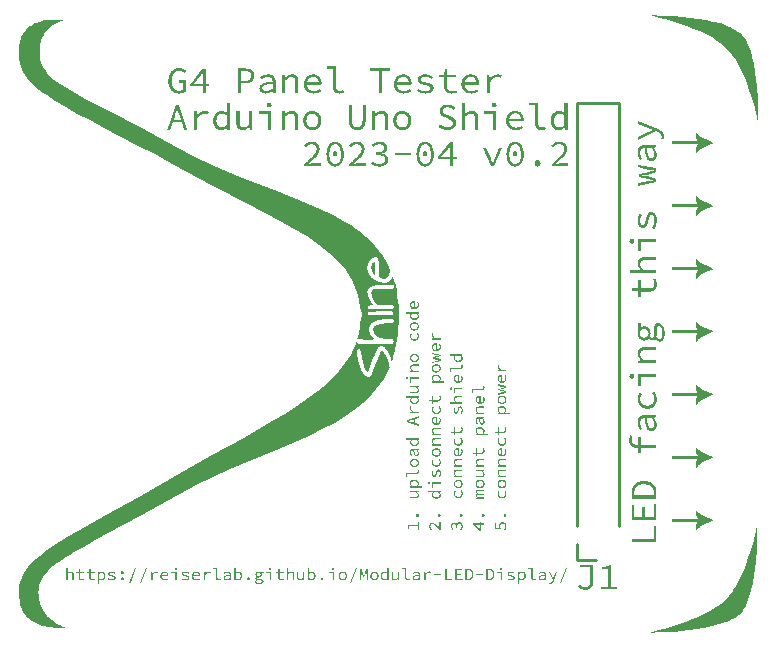
<source format=gbr>
%TF.GenerationSoftware,KiCad,Pcbnew,7.0.1*%
%TF.CreationDate,2023-04-03T11:52:17-04:00*%
%TF.ProjectId,panel-tester_arduino-uno,70616e65-6c2d-4746-9573-7465725f6172,rev?*%
%TF.SameCoordinates,Original*%
%TF.FileFunction,Legend,Top*%
%TF.FilePolarity,Positive*%
%FSLAX46Y46*%
G04 Gerber Fmt 4.6, Leading zero omitted, Abs format (unit mm)*
G04 Created by KiCad (PCBNEW 7.0.1) date 2023-04-03 11:52:17*
%MOMM*%
%LPD*%
G01*
G04 APERTURE LIST*
%ADD10C,0.000000*%
%ADD11C,0.262751*%
G04 APERTURE END LIST*
D10*
G36*
X237697088Y-76722662D02*
G01*
X237667755Y-77679239D01*
X237588983Y-78827637D01*
X237524260Y-79439368D01*
X237439020Y-80057774D01*
X237330544Y-80669095D01*
X237196113Y-81259569D01*
X237033007Y-81815437D01*
X236838508Y-82322939D01*
X236728636Y-82554253D01*
X236609896Y-82768314D01*
X236481948Y-82963404D01*
X236344452Y-83137802D01*
X236188561Y-83296067D01*
X236006994Y-83444124D01*
X235801757Y-83582313D01*
X235574861Y-83710975D01*
X235328312Y-83830448D01*
X235064121Y-83941074D01*
X234490841Y-84137142D01*
X233871089Y-84301897D01*
X233220932Y-84438058D01*
X232556438Y-84548346D01*
X231893674Y-84635479D01*
X231248708Y-84702177D01*
X230637607Y-84751159D01*
X229581271Y-84806853D01*
X228581955Y-84825302D01*
X229331643Y-84641136D01*
X230137913Y-84415392D01*
X231115497Y-84104506D01*
X231641275Y-83918064D01*
X232177171Y-83711453D01*
X232712282Y-83485044D01*
X233235705Y-83239209D01*
X233736538Y-82974320D01*
X234203875Y-82690748D01*
X234626815Y-82388866D01*
X234818228Y-82231175D01*
X234994453Y-82069046D01*
X235160028Y-81896912D01*
X235320397Y-81710059D01*
X235475558Y-81509811D01*
X235625508Y-81297491D01*
X235770242Y-81074422D01*
X235909757Y-80841929D01*
X236173119Y-80353963D01*
X236415567Y-79844183D01*
X236637074Y-79323176D01*
X236837612Y-78801533D01*
X237017155Y-78289843D01*
X237175677Y-77798694D01*
X237313149Y-77338676D01*
X237524840Y-76554388D01*
X237694450Y-75825302D01*
X237697088Y-76722662D01*
G37*
G36*
X229696559Y-32587602D02*
G01*
X230752895Y-32643296D01*
X231363995Y-32692278D01*
X232008961Y-32758976D01*
X232671725Y-32846109D01*
X233336219Y-32956397D01*
X233986376Y-33092558D01*
X234606129Y-33257313D01*
X235179409Y-33453381D01*
X235443600Y-33564007D01*
X235690149Y-33683480D01*
X235917045Y-33812142D01*
X236122281Y-33950331D01*
X236303849Y-34098388D01*
X236459739Y-34256653D01*
X236597235Y-34431051D01*
X236725183Y-34626141D01*
X236843923Y-34840202D01*
X236953795Y-35071516D01*
X237148295Y-35579018D01*
X237311401Y-36134886D01*
X237445832Y-36725360D01*
X237554308Y-37336681D01*
X237639548Y-37955087D01*
X237704271Y-38566818D01*
X237783042Y-39715216D01*
X237812375Y-40671793D01*
X237809738Y-41569153D01*
X237640127Y-40840067D01*
X237428436Y-40055779D01*
X237290964Y-39595761D01*
X237132442Y-39104612D01*
X236952899Y-38592922D01*
X236752360Y-38071279D01*
X236530853Y-37550272D01*
X236288404Y-37040492D01*
X236025041Y-36552526D01*
X235885525Y-36320033D01*
X235740790Y-36096964D01*
X235590840Y-35884644D01*
X235435679Y-35684395D01*
X235275309Y-35497543D01*
X235109733Y-35325409D01*
X234933508Y-35163280D01*
X234742095Y-35005589D01*
X234319155Y-34703707D01*
X233851818Y-34420135D01*
X233350986Y-34155246D01*
X232827562Y-33909411D01*
X232292451Y-33683002D01*
X231756555Y-33476391D01*
X231230778Y-33289949D01*
X230253193Y-32979063D01*
X229446923Y-32753319D01*
X228697235Y-32569153D01*
X228697243Y-32569153D01*
X229696559Y-32587602D01*
G37*
G36*
X220989837Y-43267723D02*
G01*
X221026576Y-43269791D01*
X221062385Y-43273211D01*
X221097245Y-43277962D01*
X221131138Y-43284022D01*
X221164044Y-43291369D01*
X221195946Y-43299983D01*
X221226825Y-43309842D01*
X221256662Y-43320924D01*
X221285439Y-43333207D01*
X221313136Y-43346671D01*
X221339736Y-43361293D01*
X221365220Y-43377053D01*
X221389569Y-43393928D01*
X221412764Y-43411897D01*
X221434788Y-43430939D01*
X221455620Y-43451032D01*
X221475244Y-43472154D01*
X221493640Y-43494284D01*
X221510789Y-43517401D01*
X221526673Y-43541483D01*
X221541274Y-43566508D01*
X221554572Y-43592456D01*
X221566550Y-43619304D01*
X221577188Y-43647031D01*
X221586468Y-43675615D01*
X221594371Y-43705035D01*
X221600879Y-43735270D01*
X221605973Y-43766297D01*
X221609635Y-43798096D01*
X221611846Y-43830645D01*
X221612587Y-43863922D01*
X221611477Y-43899635D01*
X221608173Y-43935353D01*
X221602714Y-43971099D01*
X221595137Y-44006896D01*
X221585481Y-44042767D01*
X221573785Y-44078737D01*
X221544424Y-44151061D01*
X221507361Y-44224056D01*
X221462904Y-44297907D01*
X221411358Y-44372799D01*
X221353032Y-44448919D01*
X221288231Y-44526454D01*
X221217264Y-44605588D01*
X221140436Y-44686508D01*
X221058055Y-44769399D01*
X220877861Y-44941843D01*
X220679138Y-45124405D01*
X220774784Y-45117577D01*
X220870430Y-45111437D01*
X220917881Y-45108944D01*
X220964885Y-45107005D01*
X221011295Y-45105748D01*
X221056961Y-45105301D01*
X221723709Y-45105301D01*
X221723709Y-45330719D01*
X220298134Y-45330719D01*
X220298141Y-45175201D01*
X220540743Y-44959095D01*
X220650961Y-44859011D01*
X220753653Y-44763787D01*
X220848719Y-44673084D01*
X220936054Y-44586562D01*
X221015558Y-44503882D01*
X221087127Y-44424704D01*
X221150659Y-44348688D01*
X221206052Y-44275496D01*
X221230665Y-44239852D01*
X221253204Y-44204787D01*
X221273658Y-44170258D01*
X221292012Y-44136223D01*
X221308256Y-44102639D01*
X221322375Y-44069463D01*
X221334357Y-44036654D01*
X221344189Y-44004169D01*
X221351858Y-43971965D01*
X221357352Y-43940000D01*
X221360658Y-43908232D01*
X221361763Y-43876617D01*
X221360085Y-43833967D01*
X221357985Y-43813272D01*
X221355041Y-43793022D01*
X221351250Y-43773235D01*
X221346610Y-43753929D01*
X221341119Y-43735122D01*
X221334775Y-43716831D01*
X221327575Y-43699075D01*
X221319517Y-43681872D01*
X221310599Y-43665240D01*
X221300818Y-43649196D01*
X221290171Y-43633760D01*
X221278658Y-43618948D01*
X221266274Y-43604780D01*
X221253019Y-43591272D01*
X221238889Y-43578444D01*
X221223883Y-43566312D01*
X221207998Y-43554896D01*
X221191231Y-43544212D01*
X221173581Y-43534280D01*
X221155044Y-43525117D01*
X221135620Y-43516741D01*
X221115304Y-43509170D01*
X221094096Y-43502422D01*
X221071993Y-43496516D01*
X221048991Y-43491468D01*
X221025090Y-43487298D01*
X221000287Y-43484024D01*
X220974579Y-43481662D01*
X220947964Y-43480232D01*
X220920440Y-43479752D01*
X220902655Y-43480065D01*
X220885021Y-43480997D01*
X220867538Y-43482533D01*
X220850210Y-43484657D01*
X220816023Y-43490614D01*
X220782473Y-43498753D01*
X220749575Y-43508956D01*
X220717341Y-43521109D01*
X220685787Y-43535094D01*
X220654926Y-43550795D01*
X220624772Y-43568095D01*
X220595339Y-43586880D01*
X220566641Y-43607031D01*
X220538691Y-43628434D01*
X220511505Y-43650971D01*
X220485095Y-43674527D01*
X220459476Y-43698984D01*
X220434662Y-43724228D01*
X220285438Y-43575012D01*
X220319611Y-43541205D01*
X220354328Y-43508905D01*
X220389686Y-43478205D01*
X220425784Y-43449198D01*
X220462718Y-43421977D01*
X220500588Y-43396635D01*
X220539490Y-43373266D01*
X220579522Y-43351961D01*
X220620782Y-43332815D01*
X220663367Y-43315919D01*
X220707376Y-43301368D01*
X220752906Y-43289254D01*
X220800054Y-43279670D01*
X220848918Y-43272709D01*
X220899596Y-43268464D01*
X220952186Y-43267029D01*
X220989837Y-43267723D01*
G37*
G36*
X219127161Y-44832575D02*
G01*
X219140285Y-44833512D01*
X219153211Y-44835062D01*
X219165922Y-44837214D01*
X219178403Y-44839960D01*
X219190639Y-44843289D01*
X219202612Y-44847191D01*
X219214309Y-44851656D01*
X219225712Y-44856675D01*
X219236807Y-44862237D01*
X219247577Y-44868333D01*
X219258008Y-44874952D01*
X219268082Y-44882086D01*
X219277785Y-44889723D01*
X219287101Y-44897855D01*
X219296015Y-44906471D01*
X219304509Y-44915562D01*
X219312569Y-44925117D01*
X219320180Y-44935126D01*
X219327324Y-44945580D01*
X219333988Y-44956470D01*
X219340154Y-44967784D01*
X219345808Y-44979513D01*
X219350933Y-44991648D01*
X219355514Y-45004178D01*
X219359535Y-45017093D01*
X219362980Y-45030384D01*
X219365834Y-45044041D01*
X219368082Y-45058053D01*
X219369706Y-45072412D01*
X219370693Y-45087106D01*
X219371025Y-45102127D01*
X219370693Y-45116858D01*
X219369706Y-45131281D01*
X219368082Y-45145386D01*
X219365835Y-45159161D01*
X219362981Y-45172598D01*
X219359535Y-45185684D01*
X219355514Y-45198410D01*
X219350934Y-45210765D01*
X219345809Y-45222739D01*
X219340156Y-45234321D01*
X219333990Y-45245501D01*
X219327326Y-45256268D01*
X219320182Y-45266612D01*
X219312572Y-45276522D01*
X219304512Y-45285988D01*
X219296017Y-45295000D01*
X219287104Y-45303547D01*
X219277789Y-45311618D01*
X219268086Y-45319203D01*
X219258011Y-45326291D01*
X219247581Y-45332873D01*
X219236810Y-45338937D01*
X219225716Y-45344474D01*
X219214312Y-45349472D01*
X219202615Y-45353921D01*
X219190642Y-45357811D01*
X219178406Y-45361131D01*
X219165925Y-45363871D01*
X219153213Y-45366021D01*
X219140287Y-45367569D01*
X219127161Y-45368506D01*
X219113853Y-45368820D01*
X219100546Y-45368506D01*
X219087421Y-45367569D01*
X219074495Y-45366021D01*
X219061784Y-45363872D01*
X219049303Y-45361132D01*
X219037068Y-45357812D01*
X219025094Y-45353923D01*
X219013398Y-45349474D01*
X219001994Y-45344476D01*
X218990899Y-45338940D01*
X218980129Y-45332877D01*
X218969699Y-45326295D01*
X218959624Y-45319207D01*
X218949921Y-45311623D01*
X218940605Y-45303552D01*
X218931692Y-45295006D01*
X218923197Y-45285995D01*
X218915137Y-45276529D01*
X218907527Y-45266619D01*
X218900382Y-45256275D01*
X218893719Y-45245508D01*
X218887552Y-45234328D01*
X218881899Y-45222746D01*
X218876774Y-45210772D01*
X218872193Y-45198416D01*
X218868172Y-45185690D01*
X218864726Y-45172603D01*
X218861872Y-45159166D01*
X218859625Y-45145389D01*
X218858000Y-45131284D01*
X218857014Y-45116860D01*
X218856682Y-45102127D01*
X218857014Y-45087108D01*
X218858000Y-45072414D01*
X218859625Y-45058057D01*
X218861872Y-45044045D01*
X218864726Y-45030389D01*
X218868171Y-45017099D01*
X218872192Y-45004184D01*
X218876773Y-44991654D01*
X218881898Y-44979520D01*
X218887551Y-44967791D01*
X218893717Y-44956476D01*
X218900380Y-44945587D01*
X218907524Y-44935133D01*
X218915135Y-44925123D01*
X218923195Y-44915568D01*
X218931689Y-44906477D01*
X218940602Y-44897861D01*
X218949918Y-44889728D01*
X218959621Y-44882090D01*
X218969695Y-44874956D01*
X218980126Y-44868336D01*
X218990896Y-44862240D01*
X219001991Y-44856677D01*
X219013395Y-44851658D01*
X219025091Y-44847192D01*
X219037065Y-44843290D01*
X219049300Y-44839961D01*
X219061782Y-44837215D01*
X219074494Y-44835062D01*
X219087420Y-44833512D01*
X219100545Y-44832575D01*
X219113853Y-44832260D01*
X219127161Y-44832575D01*
G37*
G36*
X216481781Y-44311554D02*
G01*
X216726257Y-44311554D01*
X216726840Y-44365106D01*
X216728572Y-44416824D01*
X216731434Y-44466718D01*
X216735404Y-44514797D01*
X216740459Y-44561068D01*
X216746579Y-44605542D01*
X216753741Y-44648226D01*
X216761925Y-44689129D01*
X216771110Y-44728261D01*
X216781272Y-44765629D01*
X216792391Y-44801242D01*
X216804446Y-44835110D01*
X216817415Y-44867240D01*
X216831276Y-44897643D01*
X216846008Y-44926325D01*
X216861589Y-44953297D01*
X216877998Y-44978566D01*
X216895214Y-45002142D01*
X216913214Y-45024033D01*
X216931978Y-45044248D01*
X216951484Y-45062796D01*
X216971710Y-45079685D01*
X216992634Y-45094924D01*
X217014236Y-45108522D01*
X217036494Y-45120488D01*
X217059386Y-45130829D01*
X217082891Y-45139556D01*
X217106987Y-45146677D01*
X217131653Y-45152200D01*
X217156867Y-45156134D01*
X217182608Y-45158488D01*
X217208854Y-45159271D01*
X217260840Y-45156134D01*
X217310720Y-45146677D01*
X217334815Y-45139556D01*
X217358320Y-45130829D01*
X217381212Y-45120488D01*
X217403469Y-45108522D01*
X217425071Y-45094924D01*
X217445996Y-45079685D01*
X217466222Y-45062796D01*
X217485728Y-45044248D01*
X217522492Y-45002142D01*
X217556117Y-44953297D01*
X217586431Y-44897643D01*
X217613261Y-44835110D01*
X217636435Y-44765629D01*
X217655782Y-44689129D01*
X217671130Y-44605542D01*
X217682305Y-44514797D01*
X217689136Y-44416824D01*
X217691452Y-44311554D01*
X217690869Y-44257758D01*
X217689137Y-44205901D01*
X217686275Y-44155966D01*
X217682305Y-44107940D01*
X217677250Y-44061807D01*
X217671130Y-44017552D01*
X217663968Y-43975159D01*
X217655783Y-43934614D01*
X217646599Y-43895902D01*
X217636437Y-43859007D01*
X217625318Y-43823914D01*
X217613263Y-43790609D01*
X217600294Y-43759075D01*
X217586433Y-43729298D01*
X217571701Y-43701264D01*
X217556120Y-43674955D01*
X217539711Y-43650359D01*
X217522495Y-43627459D01*
X217504495Y-43606240D01*
X217485731Y-43586687D01*
X217466225Y-43568786D01*
X217445999Y-43552520D01*
X217425075Y-43537875D01*
X217403473Y-43524836D01*
X217381215Y-43513388D01*
X217358323Y-43503515D01*
X217334818Y-43495203D01*
X217310722Y-43488435D01*
X217286056Y-43483198D01*
X217260842Y-43479476D01*
X217235101Y-43477254D01*
X217208854Y-43476517D01*
X217156869Y-43479476D01*
X217106989Y-43488436D01*
X217059389Y-43503516D01*
X217036497Y-43513390D01*
X217014239Y-43524838D01*
X216992638Y-43537878D01*
X216971713Y-43552523D01*
X216951487Y-43568789D01*
X216931981Y-43586691D01*
X216913218Y-43606244D01*
X216895217Y-43627464D01*
X216861592Y-43674961D01*
X216831278Y-43729305D01*
X216804448Y-43790615D01*
X216781274Y-43859014D01*
X216761927Y-43934621D01*
X216746579Y-44017558D01*
X216735404Y-44107945D01*
X216728573Y-44205903D01*
X216726257Y-44311554D01*
X216481781Y-44311554D01*
X216482587Y-44248777D01*
X216484993Y-44187851D01*
X216488980Y-44128786D01*
X216494530Y-44071590D01*
X216501624Y-44016274D01*
X216510244Y-43962845D01*
X216520370Y-43911315D01*
X216531985Y-43861691D01*
X216545069Y-43813983D01*
X216559605Y-43768201D01*
X216575573Y-43724353D01*
X216592955Y-43682450D01*
X216611732Y-43642500D01*
X216631885Y-43604513D01*
X216653397Y-43568498D01*
X216676248Y-43534464D01*
X216700420Y-43502421D01*
X216725895Y-43472377D01*
X216752653Y-43444343D01*
X216780676Y-43418327D01*
X216809945Y-43394339D01*
X216840443Y-43372389D01*
X216872149Y-43352484D01*
X216905046Y-43334636D01*
X216939115Y-43318852D01*
X216974338Y-43305142D01*
X217010696Y-43293517D01*
X217048169Y-43283984D01*
X217086741Y-43276553D01*
X217126391Y-43271234D01*
X217167102Y-43268036D01*
X217208854Y-43266968D01*
X217250607Y-43268036D01*
X217291318Y-43271234D01*
X217330968Y-43276554D01*
X217369540Y-43283985D01*
X217407013Y-43293518D01*
X217443371Y-43305144D01*
X217478593Y-43318854D01*
X217512663Y-43334638D01*
X217545560Y-43352487D01*
X217577266Y-43372392D01*
X217607764Y-43394343D01*
X217637033Y-43418331D01*
X217665056Y-43444347D01*
X217691814Y-43472382D01*
X217717289Y-43502426D01*
X217741461Y-43534470D01*
X217764312Y-43568504D01*
X217785824Y-43604519D01*
X217805977Y-43642507D01*
X217824754Y-43682457D01*
X217858104Y-43768208D01*
X217885724Y-43861697D01*
X217907465Y-43962851D01*
X217923179Y-44071595D01*
X217932716Y-44187854D01*
X217935928Y-44311554D01*
X217935122Y-44373807D01*
X217932716Y-44434350D01*
X217928729Y-44493166D01*
X217923179Y-44550235D01*
X217916085Y-44605543D01*
X217907465Y-44659070D01*
X217897339Y-44710799D01*
X217885724Y-44760714D01*
X217872639Y-44808796D01*
X217858104Y-44855028D01*
X217842136Y-44899393D01*
X217824754Y-44941874D01*
X217805977Y-44982452D01*
X217785824Y-45021110D01*
X217764312Y-45057831D01*
X217741461Y-45092598D01*
X217717289Y-45125393D01*
X217691814Y-45156198D01*
X217665056Y-45184997D01*
X217637033Y-45211771D01*
X217607764Y-45236504D01*
X217577266Y-45259177D01*
X217545560Y-45279774D01*
X217512663Y-45298276D01*
X217478593Y-45314668D01*
X217443371Y-45328930D01*
X217407013Y-45341046D01*
X217369540Y-45350998D01*
X217330968Y-45358769D01*
X217291318Y-45364341D01*
X217250607Y-45367698D01*
X217208854Y-45368820D01*
X217167102Y-45367698D01*
X217126391Y-45364341D01*
X217086741Y-45358769D01*
X217048169Y-45350998D01*
X217010696Y-45341046D01*
X216974338Y-45328930D01*
X216939115Y-45314668D01*
X216905046Y-45298276D01*
X216872149Y-45279774D01*
X216840443Y-45259177D01*
X216809945Y-45236504D01*
X216780676Y-45211771D01*
X216752653Y-45184997D01*
X216725895Y-45156198D01*
X216700420Y-45125393D01*
X216676248Y-45092598D01*
X216653397Y-45057831D01*
X216631885Y-45021110D01*
X216592955Y-44941874D01*
X216559605Y-44855028D01*
X216531985Y-44760714D01*
X216510244Y-44659070D01*
X216494530Y-44550235D01*
X216484993Y-44434350D01*
X216481781Y-44311554D01*
G37*
G36*
X217218637Y-44080005D02*
G01*
X217228332Y-44080696D01*
X217237922Y-44081842D01*
X217247395Y-44083438D01*
X217256735Y-44085478D01*
X217265928Y-44087956D01*
X217274959Y-44090869D01*
X217283815Y-44094209D01*
X217292479Y-44097973D01*
X217300939Y-44102156D01*
X217309178Y-44106750D01*
X217317184Y-44111753D01*
X217324940Y-44117157D01*
X217332433Y-44122959D01*
X217339649Y-44129153D01*
X217346572Y-44135733D01*
X217353188Y-44142694D01*
X217359482Y-44150032D01*
X217365441Y-44157740D01*
X217371048Y-44165815D01*
X217376291Y-44174249D01*
X217381154Y-44183039D01*
X217385623Y-44192179D01*
X217389684Y-44201663D01*
X217393321Y-44211487D01*
X217396520Y-44221646D01*
X217399267Y-44232133D01*
X217401547Y-44242944D01*
X217403346Y-44254074D01*
X217404648Y-44265517D01*
X217405441Y-44277268D01*
X217405708Y-44289322D01*
X217405441Y-44301662D01*
X217404648Y-44313681D01*
X217403346Y-44325375D01*
X217401547Y-44336739D01*
X217399267Y-44347768D01*
X217396520Y-44358458D01*
X217393321Y-44368805D01*
X217389684Y-44378803D01*
X217385623Y-44388447D01*
X217381154Y-44397734D01*
X217376291Y-44406658D01*
X217371048Y-44415215D01*
X217365441Y-44423400D01*
X217359482Y-44431208D01*
X217353188Y-44438636D01*
X217346572Y-44445677D01*
X217339649Y-44452328D01*
X217332433Y-44458583D01*
X217324940Y-44464439D01*
X217317184Y-44469890D01*
X217309178Y-44474931D01*
X217300939Y-44479559D01*
X217292479Y-44483768D01*
X217283815Y-44487554D01*
X217274959Y-44490912D01*
X217265928Y-44493838D01*
X217256735Y-44496326D01*
X217247395Y-44498372D01*
X217237922Y-44499972D01*
X217228332Y-44501120D01*
X217218637Y-44501813D01*
X217208854Y-44502045D01*
X217199071Y-44501813D01*
X217189377Y-44501121D01*
X217179787Y-44499973D01*
X217170314Y-44498374D01*
X217160974Y-44496328D01*
X217151781Y-44493840D01*
X217142750Y-44490916D01*
X217133894Y-44487559D01*
X217125230Y-44483774D01*
X217116770Y-44479565D01*
X217108531Y-44474938D01*
X217100525Y-44469898D01*
X217092769Y-44464448D01*
X217085275Y-44458593D01*
X217078060Y-44452338D01*
X217071137Y-44445688D01*
X217064521Y-44438648D01*
X217058227Y-44431221D01*
X217052268Y-44423413D01*
X217046660Y-44415228D01*
X217041418Y-44406672D01*
X217036555Y-44397747D01*
X217032086Y-44388460D01*
X217028025Y-44378815D01*
X217024388Y-44368817D01*
X217021189Y-44358470D01*
X217018442Y-44347778D01*
X217016162Y-44336747D01*
X217014363Y-44325382D01*
X217013060Y-44313686D01*
X217012268Y-44301664D01*
X217012001Y-44289322D01*
X217012268Y-44277271D01*
X217013060Y-44265522D01*
X217014363Y-44254081D01*
X217016162Y-44242953D01*
X217018442Y-44232143D01*
X217021189Y-44221657D01*
X217024388Y-44211500D01*
X217028025Y-44201676D01*
X217032086Y-44192192D01*
X217036555Y-44183052D01*
X217041418Y-44174263D01*
X217046660Y-44165828D01*
X217052268Y-44157753D01*
X217058227Y-44150044D01*
X217064521Y-44142706D01*
X217071137Y-44135744D01*
X217078060Y-44129163D01*
X217085275Y-44122969D01*
X217092769Y-44117166D01*
X217100525Y-44111761D01*
X217108531Y-44106757D01*
X217116770Y-44102162D01*
X217125230Y-44097979D01*
X217133894Y-44094214D01*
X217142750Y-44090872D01*
X217151781Y-44087959D01*
X217160974Y-44085480D01*
X217170314Y-44083439D01*
X217179787Y-44081843D01*
X217189377Y-44080697D01*
X217199071Y-44080005D01*
X217208854Y-44079773D01*
X217218637Y-44080005D01*
G37*
G36*
X215132408Y-44663971D02*
G01*
X215178892Y-44780008D01*
X215223292Y-44894554D01*
X215265906Y-45007315D01*
X215307030Y-45117996D01*
X215319732Y-45117996D01*
X215400296Y-44894560D01*
X215442514Y-44780010D01*
X215464758Y-44722158D01*
X215488006Y-44663971D01*
X215843605Y-43787674D01*
X216094429Y-43787674D01*
X215456253Y-45330719D01*
X215164154Y-45330719D01*
X214513283Y-43787674D01*
X214776809Y-43787674D01*
X215132408Y-44663971D01*
G37*
G36*
X210692556Y-44562363D02*
G01*
X210954101Y-44562363D01*
X211709755Y-44562347D01*
X211709755Y-43933701D01*
X211712684Y-43846393D01*
X211716513Y-43754318D01*
X211720931Y-43662244D01*
X211725624Y-43574936D01*
X211709755Y-43574936D01*
X211685391Y-43611844D01*
X211660097Y-43648755D01*
X211607760Y-43722578D01*
X211554827Y-43796398D01*
X211528788Y-43833305D01*
X211503380Y-43870209D01*
X210954101Y-44562363D01*
X210692556Y-44562363D01*
X211677994Y-43305069D01*
X211957397Y-43305069D01*
X211957397Y-44562363D01*
X212271728Y-44562363D01*
X212271728Y-44771912D01*
X211957405Y-44771912D01*
X211957405Y-45330719D01*
X211709755Y-45330719D01*
X211709747Y-44771927D01*
X210665169Y-44771927D01*
X210665169Y-44597305D01*
X210692556Y-44562363D01*
G37*
G36*
X208861778Y-44311554D02*
G01*
X209106254Y-44311554D01*
X209106837Y-44365106D01*
X209108570Y-44416824D01*
X209111432Y-44466718D01*
X209115401Y-44514797D01*
X209120456Y-44561068D01*
X209126576Y-44605542D01*
X209133739Y-44648226D01*
X209141923Y-44689129D01*
X209151107Y-44728261D01*
X209161269Y-44765629D01*
X209172389Y-44801242D01*
X209184443Y-44835110D01*
X209197412Y-44867240D01*
X209211273Y-44897643D01*
X209226005Y-44926325D01*
X209241586Y-44953297D01*
X209257996Y-44978566D01*
X209275211Y-45002142D01*
X209293212Y-45024033D01*
X209311975Y-45044248D01*
X209331481Y-45062796D01*
X209351707Y-45079685D01*
X209372631Y-45094924D01*
X209394233Y-45108522D01*
X209416491Y-45120488D01*
X209439383Y-45130829D01*
X209462888Y-45139556D01*
X209486984Y-45146677D01*
X209511650Y-45152200D01*
X209536865Y-45156134D01*
X209562606Y-45158488D01*
X209588852Y-45159271D01*
X209640838Y-45156134D01*
X209690717Y-45146677D01*
X209714813Y-45139556D01*
X209738317Y-45130829D01*
X209761209Y-45120488D01*
X209783467Y-45108522D01*
X209805069Y-45094924D01*
X209825993Y-45079685D01*
X209846219Y-45062796D01*
X209865725Y-45044248D01*
X209902489Y-45002142D01*
X209936114Y-44953297D01*
X209966428Y-44897643D01*
X209993258Y-44835110D01*
X210016433Y-44765629D01*
X210035780Y-44689129D01*
X210051127Y-44605542D01*
X210062302Y-44514797D01*
X210069134Y-44416824D01*
X210071449Y-44311554D01*
X210070867Y-44257758D01*
X210069134Y-44205901D01*
X210066272Y-44155966D01*
X210062303Y-44107940D01*
X210057247Y-44061807D01*
X210051128Y-44017552D01*
X210043965Y-43975159D01*
X210035781Y-43934614D01*
X210026597Y-43895902D01*
X210016434Y-43859007D01*
X210005315Y-43823914D01*
X209993260Y-43790609D01*
X209980291Y-43759075D01*
X209966430Y-43729298D01*
X209951698Y-43701264D01*
X209936117Y-43674955D01*
X209919708Y-43650359D01*
X209902492Y-43627459D01*
X209884492Y-43606240D01*
X209865728Y-43586687D01*
X209846223Y-43568786D01*
X209825997Y-43552520D01*
X209805072Y-43537875D01*
X209783470Y-43524836D01*
X209761212Y-43513388D01*
X209738320Y-43503515D01*
X209714815Y-43495203D01*
X209690719Y-43488435D01*
X209666053Y-43483198D01*
X209640839Y-43479476D01*
X209615098Y-43477254D01*
X209588852Y-43476517D01*
X209536866Y-43479476D01*
X209486987Y-43488436D01*
X209439386Y-43503516D01*
X209416494Y-43513390D01*
X209394237Y-43524838D01*
X209372635Y-43537878D01*
X209351710Y-43552523D01*
X209331484Y-43568789D01*
X209311979Y-43586691D01*
X209293215Y-43606244D01*
X209275214Y-43627464D01*
X209241589Y-43674961D01*
X209211276Y-43729305D01*
X209184445Y-43790615D01*
X209161271Y-43859014D01*
X209141924Y-43934621D01*
X209126577Y-44017558D01*
X209115401Y-44107945D01*
X209108570Y-44205903D01*
X209106254Y-44311554D01*
X208861778Y-44311554D01*
X208862584Y-44248777D01*
X208864990Y-44187851D01*
X208868978Y-44128786D01*
X208874528Y-44071590D01*
X208881622Y-44016274D01*
X208890241Y-43962845D01*
X208900368Y-43911315D01*
X208911982Y-43861691D01*
X208925067Y-43813983D01*
X208939602Y-43768201D01*
X208955570Y-43724353D01*
X208972952Y-43682450D01*
X208991729Y-43642500D01*
X209011883Y-43604513D01*
X209033394Y-43568498D01*
X209056246Y-43534464D01*
X209080418Y-43502421D01*
X209105892Y-43472377D01*
X209132650Y-43444343D01*
X209160673Y-43418327D01*
X209189942Y-43394339D01*
X209220440Y-43372389D01*
X209252146Y-43352484D01*
X209285044Y-43334636D01*
X209319113Y-43318852D01*
X209354335Y-43305142D01*
X209390693Y-43293517D01*
X209428167Y-43283984D01*
X209466738Y-43276553D01*
X209506388Y-43271234D01*
X209547099Y-43268036D01*
X209588852Y-43266968D01*
X209630604Y-43268036D01*
X209671315Y-43271234D01*
X209710965Y-43276554D01*
X209749537Y-43283985D01*
X209787011Y-43293518D01*
X209823368Y-43305144D01*
X209858591Y-43318854D01*
X209892660Y-43334638D01*
X209925557Y-43352487D01*
X209957264Y-43372392D01*
X209987761Y-43394343D01*
X210017030Y-43418331D01*
X210045053Y-43444347D01*
X210071811Y-43472382D01*
X210097286Y-43502426D01*
X210121458Y-43534470D01*
X210144309Y-43568504D01*
X210165821Y-43604519D01*
X210185975Y-43642507D01*
X210204752Y-43682457D01*
X210238101Y-43768208D01*
X210265721Y-43861697D01*
X210287462Y-43962851D01*
X210303176Y-44071595D01*
X210312713Y-44187854D01*
X210315925Y-44311554D01*
X210315119Y-44373807D01*
X210312713Y-44434350D01*
X210308726Y-44493166D01*
X210303176Y-44550235D01*
X210296082Y-44605543D01*
X210287462Y-44659070D01*
X210277336Y-44710799D01*
X210265721Y-44760714D01*
X210252637Y-44808796D01*
X210238101Y-44855028D01*
X210222133Y-44899393D01*
X210204752Y-44941874D01*
X210185975Y-44982452D01*
X210165821Y-45021110D01*
X210144309Y-45057831D01*
X210121458Y-45092598D01*
X210097286Y-45125393D01*
X210071811Y-45156198D01*
X210045053Y-45184997D01*
X210017030Y-45211771D01*
X209987761Y-45236504D01*
X209957264Y-45259177D01*
X209925557Y-45279774D01*
X209892660Y-45298276D01*
X209858591Y-45314668D01*
X209823368Y-45328930D01*
X209787011Y-45341046D01*
X209749537Y-45350998D01*
X209710965Y-45358769D01*
X209671315Y-45364341D01*
X209630604Y-45367698D01*
X209588852Y-45368820D01*
X209547099Y-45367698D01*
X209506388Y-45364341D01*
X209466738Y-45358769D01*
X209428167Y-45350998D01*
X209390693Y-45341046D01*
X209354335Y-45328930D01*
X209319113Y-45314668D01*
X209285044Y-45298276D01*
X209252146Y-45279774D01*
X209220440Y-45259177D01*
X209189942Y-45236504D01*
X209160673Y-45211771D01*
X209132650Y-45184997D01*
X209105892Y-45156198D01*
X209080418Y-45125393D01*
X209056246Y-45092598D01*
X209033394Y-45057831D01*
X209011883Y-45021110D01*
X208972952Y-44941874D01*
X208939602Y-44855028D01*
X208911982Y-44760714D01*
X208890241Y-44659070D01*
X208874528Y-44550235D01*
X208864990Y-44434350D01*
X208861778Y-44311554D01*
G37*
G36*
X209598635Y-44080005D02*
G01*
X209608330Y-44080696D01*
X209617921Y-44081842D01*
X209627394Y-44083438D01*
X209636735Y-44085478D01*
X209645928Y-44087956D01*
X209654960Y-44090869D01*
X209663815Y-44094209D01*
X209672480Y-44097973D01*
X209680939Y-44102156D01*
X209689179Y-44106750D01*
X209697184Y-44111753D01*
X209704941Y-44117157D01*
X209712434Y-44122959D01*
X209719649Y-44129153D01*
X209726572Y-44135733D01*
X209733188Y-44142694D01*
X209739482Y-44150032D01*
X209745440Y-44157740D01*
X209751048Y-44165815D01*
X209756290Y-44174249D01*
X209761153Y-44183039D01*
X209765622Y-44192179D01*
X209769682Y-44201663D01*
X209773319Y-44211487D01*
X209776518Y-44221646D01*
X209779265Y-44232133D01*
X209781545Y-44242944D01*
X209783343Y-44254074D01*
X209784646Y-44265517D01*
X209785438Y-44277268D01*
X209785705Y-44289322D01*
X209785438Y-44301662D01*
X209784646Y-44313681D01*
X209783343Y-44325375D01*
X209781544Y-44336739D01*
X209779264Y-44347768D01*
X209776517Y-44358458D01*
X209773318Y-44368805D01*
X209769681Y-44378803D01*
X209765621Y-44388447D01*
X209761152Y-44397734D01*
X209756288Y-44406658D01*
X209751046Y-44415215D01*
X209745438Y-44423400D01*
X209739479Y-44431208D01*
X209733185Y-44438636D01*
X209726569Y-44445677D01*
X209719646Y-44452328D01*
X209712431Y-44458583D01*
X209704937Y-44464439D01*
X209697181Y-44469890D01*
X209689176Y-44474931D01*
X209680936Y-44479559D01*
X209672476Y-44483768D01*
X209663812Y-44487554D01*
X209654957Y-44490912D01*
X209645925Y-44493838D01*
X209636732Y-44496326D01*
X209627392Y-44498372D01*
X209617919Y-44499972D01*
X209608329Y-44501120D01*
X209598635Y-44501813D01*
X209588852Y-44502045D01*
X209579068Y-44501813D01*
X209569373Y-44501121D01*
X209559782Y-44499973D01*
X209550309Y-44498374D01*
X209540969Y-44496328D01*
X209531775Y-44493840D01*
X209522744Y-44490916D01*
X209513888Y-44487559D01*
X209505224Y-44483774D01*
X209496764Y-44479565D01*
X209488525Y-44474938D01*
X209480519Y-44469898D01*
X209472763Y-44464448D01*
X209465270Y-44458593D01*
X209458054Y-44452338D01*
X209451132Y-44445688D01*
X209444516Y-44438648D01*
X209438222Y-44431221D01*
X209432263Y-44423413D01*
X209426656Y-44415228D01*
X209421413Y-44406672D01*
X209416550Y-44397747D01*
X209412082Y-44388460D01*
X209408021Y-44378815D01*
X209404385Y-44368817D01*
X209401186Y-44358470D01*
X209398439Y-44347778D01*
X209396159Y-44336747D01*
X209394360Y-44325382D01*
X209393058Y-44313686D01*
X209392265Y-44301664D01*
X209391998Y-44289322D01*
X209392265Y-44277271D01*
X209393058Y-44265522D01*
X209394361Y-44254081D01*
X209396159Y-44242953D01*
X209398439Y-44232143D01*
X209401186Y-44221657D01*
X209404386Y-44211500D01*
X209408023Y-44201676D01*
X209412083Y-44192192D01*
X209416552Y-44183052D01*
X209421415Y-44174263D01*
X209426658Y-44165828D01*
X209432266Y-44157753D01*
X209438224Y-44150044D01*
X209444519Y-44142706D01*
X209451134Y-44135744D01*
X209458057Y-44129163D01*
X209465273Y-44122969D01*
X209472766Y-44117166D01*
X209480523Y-44111761D01*
X209488528Y-44106757D01*
X209496768Y-44102162D01*
X209505227Y-44097979D01*
X209513892Y-44094214D01*
X209522747Y-44090872D01*
X209531778Y-44087959D01*
X209540971Y-44085480D01*
X209550311Y-44083439D01*
X209559784Y-44081843D01*
X209569375Y-44080697D01*
X209579069Y-44080005D01*
X209588852Y-44079773D01*
X209598635Y-44080005D01*
G37*
G36*
X208366470Y-44381393D02*
G01*
X207001220Y-44381393D01*
X207001220Y-44184540D01*
X208366470Y-44184540D01*
X208366470Y-44381393D01*
G37*
G36*
X205766667Y-43267530D02*
G01*
X205801534Y-43269167D01*
X205835789Y-43271883D01*
X205869397Y-43275671D01*
X205902322Y-43280521D01*
X205934526Y-43286425D01*
X205965975Y-43293375D01*
X205996632Y-43301361D01*
X206026461Y-43310375D01*
X206055427Y-43320408D01*
X206083492Y-43331452D01*
X206110622Y-43343497D01*
X206136779Y-43356535D01*
X206161928Y-43370557D01*
X206186033Y-43385555D01*
X206209059Y-43401520D01*
X206230967Y-43418443D01*
X206251724Y-43436315D01*
X206271292Y-43455127D01*
X206289636Y-43474872D01*
X206306720Y-43495540D01*
X206322507Y-43517122D01*
X206336962Y-43539611D01*
X206350048Y-43562996D01*
X206361730Y-43587270D01*
X206371971Y-43612423D01*
X206380735Y-43638447D01*
X206387987Y-43665333D01*
X206393690Y-43693073D01*
X206397808Y-43721658D01*
X206400305Y-43751078D01*
X206401146Y-43781326D01*
X206400619Y-43803987D01*
X206399052Y-43826131D01*
X206396465Y-43847759D01*
X206392879Y-43868875D01*
X206388315Y-43889482D01*
X206382791Y-43909583D01*
X206376329Y-43929180D01*
X206368949Y-43948276D01*
X206360671Y-43966875D01*
X206351517Y-43984979D01*
X206341505Y-44002591D01*
X206330656Y-44019714D01*
X206318992Y-44036351D01*
X206306531Y-44052505D01*
X206293295Y-44068178D01*
X206279304Y-44083374D01*
X206249138Y-44112345D01*
X206216195Y-44139441D01*
X206180638Y-44164685D01*
X206142630Y-44188099D01*
X206102334Y-44209708D01*
X206059913Y-44229535D01*
X206015529Y-44247601D01*
X205969345Y-44263931D01*
X205969345Y-44276627D01*
X206019453Y-44288750D01*
X206068384Y-44303674D01*
X206115854Y-44321370D01*
X206161581Y-44341809D01*
X206205279Y-44364965D01*
X206246667Y-44390809D01*
X206266405Y-44404731D01*
X206285459Y-44419314D01*
X206303793Y-44434555D01*
X206321372Y-44450451D01*
X206338160Y-44466998D01*
X206354122Y-44484193D01*
X206369223Y-44502031D01*
X206383427Y-44520511D01*
X206396698Y-44539628D01*
X206409001Y-44559378D01*
X206420301Y-44579759D01*
X206430561Y-44600766D01*
X206439748Y-44622397D01*
X206447825Y-44644647D01*
X206454756Y-44667514D01*
X206460507Y-44690994D01*
X206465041Y-44715082D01*
X206468324Y-44739777D01*
X206470320Y-44765074D01*
X206470993Y-44790970D01*
X206470033Y-44824194D01*
X206467186Y-44856584D01*
X206462498Y-44888128D01*
X206456017Y-44918808D01*
X206447790Y-44948613D01*
X206437863Y-44977525D01*
X206426284Y-45005533D01*
X206413100Y-45032619D01*
X206398358Y-45058771D01*
X206382105Y-45083974D01*
X206364388Y-45108212D01*
X206345254Y-45131472D01*
X206324750Y-45153739D01*
X206302924Y-45174999D01*
X206279823Y-45195237D01*
X206255493Y-45214437D01*
X206229982Y-45232587D01*
X206203336Y-45249672D01*
X206146831Y-45280585D01*
X206086353Y-45307061D01*
X206022281Y-45328985D01*
X205954990Y-45346238D01*
X205884856Y-45358706D01*
X205812258Y-45366272D01*
X205737576Y-45368820D01*
X205705188Y-45368424D01*
X205673470Y-45367251D01*
X205642429Y-45365323D01*
X205612056Y-45362663D01*
X205582347Y-45359293D01*
X205553293Y-45355238D01*
X205497130Y-45345157D01*
X205443515Y-45332602D01*
X205392399Y-45317755D01*
X205343728Y-45300796D01*
X205297453Y-45281906D01*
X205253521Y-45261268D01*
X205211883Y-45239062D01*
X205172487Y-45215471D01*
X205135281Y-45190674D01*
X205100214Y-45164855D01*
X205067236Y-45138193D01*
X205036295Y-45110870D01*
X205007339Y-45083069D01*
X205140686Y-44911621D01*
X205166326Y-44935260D01*
X205193258Y-44958452D01*
X205221512Y-44981049D01*
X205251114Y-45002902D01*
X205282093Y-45023862D01*
X205314477Y-45043781D01*
X205348294Y-45062509D01*
X205383570Y-45079897D01*
X205420336Y-45095797D01*
X205458617Y-45110060D01*
X205498443Y-45122537D01*
X205539840Y-45133079D01*
X205582838Y-45141538D01*
X205627464Y-45147764D01*
X205673745Y-45151609D01*
X205721710Y-45152924D01*
X205747406Y-45152498D01*
X205772685Y-45151228D01*
X205797522Y-45149127D01*
X205821889Y-45146207D01*
X205845761Y-45142480D01*
X205869111Y-45137959D01*
X205891914Y-45132655D01*
X205914143Y-45126580D01*
X205935772Y-45119747D01*
X205956775Y-45112169D01*
X205977126Y-45103857D01*
X205996798Y-45094823D01*
X206015765Y-45085080D01*
X206034002Y-45074640D01*
X206051482Y-45063515D01*
X206068179Y-45051718D01*
X206084067Y-45039260D01*
X206099119Y-45026154D01*
X206113309Y-45012412D01*
X206126612Y-44998046D01*
X206139001Y-44983069D01*
X206150450Y-44967492D01*
X206160933Y-44951328D01*
X206170423Y-44934590D01*
X206178895Y-44917288D01*
X206186322Y-44899436D01*
X206192678Y-44881046D01*
X206197938Y-44862130D01*
X206202074Y-44842700D01*
X206205060Y-44822768D01*
X206206872Y-44802347D01*
X206207481Y-44781448D01*
X206205069Y-44737155D01*
X206197708Y-44694842D01*
X206185213Y-44654632D01*
X206167397Y-44616644D01*
X206156435Y-44598522D01*
X206144074Y-44581001D01*
X206130289Y-44564097D01*
X206115058Y-44547823D01*
X206098358Y-44532196D01*
X206080164Y-44517231D01*
X206039205Y-44489346D01*
X205991996Y-44464288D01*
X205938349Y-44442179D01*
X205878080Y-44423140D01*
X205811001Y-44407291D01*
X205736928Y-44394754D01*
X205655674Y-44385649D01*
X205567053Y-44380097D01*
X205470878Y-44378220D01*
X205470878Y-44178192D01*
X205514963Y-44177712D01*
X205557337Y-44176286D01*
X205598022Y-44173936D01*
X205637038Y-44170683D01*
X205674406Y-44166548D01*
X205710145Y-44161554D01*
X205744275Y-44155721D01*
X205776819Y-44149071D01*
X205807795Y-44141627D01*
X205837223Y-44133408D01*
X205865126Y-44124437D01*
X205891522Y-44114736D01*
X205916432Y-44104325D01*
X205939876Y-44093226D01*
X205961875Y-44081461D01*
X205982449Y-44069052D01*
X206001619Y-44056019D01*
X206019404Y-44042384D01*
X206035826Y-44028170D01*
X206050904Y-44013396D01*
X206064659Y-43998086D01*
X206077111Y-43982260D01*
X206088281Y-43965939D01*
X206098188Y-43949147D01*
X206106854Y-43931902D01*
X206114298Y-43914229D01*
X206120541Y-43896147D01*
X206125604Y-43877679D01*
X206129506Y-43858845D01*
X206132267Y-43839668D01*
X206133910Y-43820169D01*
X206134453Y-43800369D01*
X206133971Y-43782131D01*
X206132538Y-43764330D01*
X206130167Y-43746976D01*
X206126875Y-43730077D01*
X206122675Y-43713643D01*
X206117584Y-43697683D01*
X206111616Y-43682207D01*
X206104786Y-43667224D01*
X206097110Y-43652744D01*
X206088603Y-43638775D01*
X206079279Y-43625326D01*
X206069154Y-43612408D01*
X206058243Y-43600029D01*
X206046562Y-43588200D01*
X206034124Y-43576928D01*
X206020946Y-43566223D01*
X206007043Y-43556095D01*
X205992429Y-43546554D01*
X205977119Y-43537607D01*
X205961130Y-43529265D01*
X205944475Y-43521537D01*
X205927171Y-43514432D01*
X205890672Y-43502129D01*
X205851755Y-43492431D01*
X205810540Y-43485411D01*
X205767149Y-43481144D01*
X205721702Y-43479706D01*
X205686176Y-43480698D01*
X205651059Y-43483625D01*
X205616388Y-43488412D01*
X205582201Y-43494985D01*
X205548535Y-43503270D01*
X205515427Y-43513192D01*
X205482914Y-43524676D01*
X205451033Y-43537649D01*
X205419823Y-43552036D01*
X205389319Y-43567762D01*
X205359560Y-43584753D01*
X205330582Y-43602935D01*
X205302422Y-43622233D01*
X205275119Y-43642573D01*
X205248708Y-43663881D01*
X205223228Y-43686081D01*
X205083526Y-43520981D01*
X205115671Y-43494061D01*
X205148992Y-43468137D01*
X205183475Y-43443310D01*
X205219108Y-43419682D01*
X205255875Y-43397357D01*
X205293763Y-43376436D01*
X205332758Y-43357021D01*
X205372845Y-43339216D01*
X205414012Y-43323122D01*
X205456244Y-43308842D01*
X205499528Y-43296478D01*
X205543848Y-43286133D01*
X205589192Y-43277908D01*
X205635545Y-43271907D01*
X205682894Y-43268231D01*
X205731224Y-43266983D01*
X205766667Y-43267530D01*
G37*
G36*
X203844825Y-43267723D02*
G01*
X203881564Y-43269791D01*
X203917373Y-43273211D01*
X203952233Y-43277962D01*
X203986126Y-43284022D01*
X204019032Y-43291369D01*
X204050934Y-43299983D01*
X204081813Y-43309842D01*
X204111650Y-43320924D01*
X204140427Y-43333207D01*
X204168124Y-43346671D01*
X204194724Y-43361293D01*
X204220208Y-43377053D01*
X204244557Y-43393928D01*
X204267752Y-43411897D01*
X204289776Y-43430939D01*
X204310608Y-43451032D01*
X204330232Y-43472154D01*
X204348628Y-43494284D01*
X204365777Y-43517401D01*
X204381661Y-43541483D01*
X204396262Y-43566508D01*
X204409560Y-43592456D01*
X204421538Y-43619304D01*
X204432176Y-43647031D01*
X204441456Y-43675615D01*
X204449359Y-43705035D01*
X204455867Y-43735270D01*
X204460961Y-43766297D01*
X204464623Y-43798096D01*
X204466834Y-43830645D01*
X204467575Y-43863922D01*
X204466465Y-43899635D01*
X204463161Y-43935353D01*
X204457702Y-43971099D01*
X204450125Y-44006896D01*
X204440469Y-44042767D01*
X204428772Y-44078737D01*
X204399411Y-44151061D01*
X204362348Y-44224056D01*
X204317890Y-44297907D01*
X204266344Y-44372799D01*
X204208017Y-44448919D01*
X204143216Y-44526454D01*
X204072248Y-44605588D01*
X203995420Y-44686508D01*
X203913038Y-44769399D01*
X203732845Y-44941843D01*
X203534122Y-45124405D01*
X203629770Y-45117577D01*
X203725417Y-45111437D01*
X203772869Y-45108944D01*
X203819874Y-45107005D01*
X203866283Y-45105748D01*
X203911949Y-45105301D01*
X204578697Y-45105301D01*
X204578697Y-45330719D01*
X203153122Y-45330719D01*
X203153118Y-45175201D01*
X203395721Y-44959095D01*
X203505939Y-44859011D01*
X203608632Y-44763787D01*
X203703698Y-44673084D01*
X203791034Y-44586562D01*
X203870537Y-44503882D01*
X203942107Y-44424704D01*
X204005639Y-44348688D01*
X204061032Y-44275496D01*
X204085645Y-44239852D01*
X204108184Y-44204787D01*
X204128638Y-44170258D01*
X204146993Y-44136223D01*
X204163236Y-44102639D01*
X204177355Y-44069463D01*
X204189337Y-44036654D01*
X204199169Y-44004169D01*
X204206839Y-43971965D01*
X204212333Y-43940000D01*
X204215638Y-43908232D01*
X204216743Y-43876617D01*
X204215066Y-43833967D01*
X204212966Y-43813272D01*
X204210021Y-43793022D01*
X204206230Y-43773235D01*
X204201591Y-43753929D01*
X204196100Y-43735122D01*
X204189756Y-43716831D01*
X204182556Y-43699075D01*
X204174498Y-43681872D01*
X204165579Y-43665240D01*
X204155798Y-43649196D01*
X204145152Y-43633760D01*
X204133638Y-43618948D01*
X204121255Y-43604780D01*
X204108000Y-43591272D01*
X204093870Y-43578444D01*
X204078864Y-43566312D01*
X204062978Y-43554896D01*
X204046211Y-43544212D01*
X204028561Y-43534280D01*
X204010025Y-43525117D01*
X203990600Y-43516741D01*
X203970285Y-43509170D01*
X203949076Y-43502422D01*
X203926973Y-43496516D01*
X203903972Y-43491468D01*
X203880071Y-43487298D01*
X203855268Y-43484024D01*
X203829560Y-43481662D01*
X203802945Y-43480232D01*
X203775421Y-43479752D01*
X203757636Y-43480065D01*
X203740002Y-43480997D01*
X203722521Y-43482533D01*
X203705193Y-43484657D01*
X203671007Y-43490614D01*
X203637458Y-43498753D01*
X203604560Y-43508956D01*
X203572327Y-43521109D01*
X203540774Y-43535094D01*
X203509913Y-43550795D01*
X203479759Y-43568095D01*
X203450326Y-43586880D01*
X203421627Y-43607031D01*
X203393678Y-43628434D01*
X203366491Y-43650971D01*
X203340081Y-43674527D01*
X203314461Y-43698984D01*
X203289646Y-43724228D01*
X203140423Y-43575012D01*
X203174595Y-43541205D01*
X203209312Y-43508905D01*
X203244670Y-43478205D01*
X203280768Y-43449198D01*
X203317703Y-43421977D01*
X203355573Y-43396635D01*
X203394476Y-43373266D01*
X203434508Y-43351961D01*
X203475768Y-43332815D01*
X203518354Y-43315919D01*
X203562363Y-43301368D01*
X203607893Y-43289254D01*
X203655041Y-43279670D01*
X203703906Y-43272709D01*
X203754584Y-43268464D01*
X203807174Y-43267029D01*
X203844825Y-43267723D01*
G37*
G36*
X201241771Y-44311554D02*
G01*
X201486244Y-44311554D01*
X201486826Y-44365106D01*
X201488559Y-44416824D01*
X201491421Y-44466718D01*
X201495391Y-44514797D01*
X201500446Y-44561068D01*
X201506566Y-44605542D01*
X201513729Y-44648226D01*
X201521913Y-44689129D01*
X201531098Y-44728261D01*
X201541261Y-44765629D01*
X201552380Y-44801242D01*
X201564435Y-44835110D01*
X201577404Y-44867240D01*
X201591266Y-44897643D01*
X201605998Y-44926325D01*
X201621579Y-44953297D01*
X201637989Y-44978566D01*
X201655205Y-45002142D01*
X201673205Y-45024033D01*
X201691969Y-45044248D01*
X201711475Y-45062796D01*
X201731701Y-45079685D01*
X201752626Y-45094924D01*
X201774228Y-45108522D01*
X201796486Y-45120488D01*
X201819378Y-45130829D01*
X201842883Y-45139556D01*
X201866979Y-45146677D01*
X201891645Y-45152200D01*
X201916859Y-45156134D01*
X201942599Y-45158488D01*
X201968845Y-45159271D01*
X202020832Y-45156134D01*
X202070713Y-45146677D01*
X202094809Y-45139556D01*
X202118314Y-45130829D01*
X202141206Y-45120488D01*
X202163464Y-45108522D01*
X202185066Y-45094924D01*
X202205991Y-45079685D01*
X202226217Y-45062796D01*
X202245723Y-45044248D01*
X202282487Y-45002142D01*
X202316112Y-44953297D01*
X202346426Y-44897643D01*
X202373256Y-44835110D01*
X202396431Y-44765629D01*
X202415777Y-44689129D01*
X202431124Y-44605542D01*
X202442300Y-44514797D01*
X202449131Y-44416824D01*
X202451446Y-44311554D01*
X202450864Y-44257758D01*
X202449131Y-44205901D01*
X202446269Y-44155966D01*
X202442299Y-44107940D01*
X202437244Y-44061807D01*
X202431124Y-44017552D01*
X202423961Y-43975159D01*
X202415777Y-43934614D01*
X202406593Y-43895902D01*
X202396430Y-43859007D01*
X202385310Y-43823914D01*
X202373255Y-43790609D01*
X202360286Y-43759075D01*
X202346425Y-43729298D01*
X202331692Y-43701264D01*
X202316111Y-43674955D01*
X202299701Y-43650359D01*
X202282486Y-43627459D01*
X202264485Y-43606240D01*
X202245721Y-43586687D01*
X202226215Y-43568786D01*
X202205989Y-43552520D01*
X202185064Y-43537875D01*
X202163462Y-43524836D01*
X202141205Y-43513388D01*
X202118312Y-43503515D01*
X202094808Y-43495203D01*
X202070711Y-43488435D01*
X202046046Y-43483198D01*
X202020832Y-43479476D01*
X201995091Y-43477254D01*
X201968845Y-43476517D01*
X201916858Y-43479476D01*
X201866978Y-43488436D01*
X201819376Y-43503516D01*
X201796484Y-43513390D01*
X201774226Y-43524838D01*
X201752624Y-43537878D01*
X201731699Y-43552523D01*
X201711473Y-43568789D01*
X201691968Y-43586691D01*
X201673204Y-43606244D01*
X201655203Y-43627464D01*
X201621578Y-43674961D01*
X201591264Y-43729305D01*
X201564434Y-43790615D01*
X201541260Y-43859014D01*
X201521913Y-43934621D01*
X201506566Y-44017558D01*
X201495391Y-44107945D01*
X201488559Y-44205903D01*
X201486244Y-44311554D01*
X201241771Y-44311554D01*
X201242578Y-44248777D01*
X201244984Y-44187851D01*
X201248971Y-44128786D01*
X201254521Y-44071590D01*
X201261615Y-44016274D01*
X201270235Y-43962845D01*
X201280361Y-43911315D01*
X201291976Y-43861691D01*
X201305060Y-43813983D01*
X201319596Y-43768201D01*
X201335564Y-43724353D01*
X201352945Y-43682450D01*
X201371722Y-43642500D01*
X201391876Y-43604513D01*
X201413388Y-43568498D01*
X201436239Y-43534464D01*
X201460411Y-43502421D01*
X201485885Y-43472377D01*
X201512643Y-43444343D01*
X201540666Y-43418327D01*
X201569936Y-43394339D01*
X201600433Y-43372389D01*
X201632140Y-43352484D01*
X201665037Y-43334636D01*
X201699106Y-43318852D01*
X201734329Y-43305142D01*
X201770686Y-43293517D01*
X201808160Y-43283984D01*
X201846731Y-43276553D01*
X201886382Y-43271234D01*
X201927093Y-43268036D01*
X201968845Y-43266968D01*
X202010597Y-43268036D01*
X202051308Y-43271234D01*
X202090958Y-43276554D01*
X202129529Y-43283985D01*
X202167003Y-43293518D01*
X202203360Y-43305144D01*
X202238583Y-43318854D01*
X202272652Y-43334638D01*
X202305549Y-43352487D01*
X202337255Y-43372392D01*
X202367753Y-43394343D01*
X202397022Y-43418331D01*
X202425045Y-43444347D01*
X202451803Y-43472382D01*
X202477278Y-43502426D01*
X202501450Y-43534470D01*
X202524301Y-43568504D01*
X202545813Y-43604519D01*
X202565967Y-43642507D01*
X202584744Y-43682457D01*
X202618094Y-43768208D01*
X202645714Y-43861697D01*
X202667455Y-43962851D01*
X202683169Y-44071595D01*
X202692707Y-44187854D01*
X202695919Y-44311554D01*
X202695113Y-44373807D01*
X202692707Y-44434350D01*
X202688719Y-44493166D01*
X202683169Y-44550235D01*
X202676075Y-44605543D01*
X202667456Y-44659070D01*
X202657329Y-44710799D01*
X202645715Y-44760714D01*
X202632630Y-44808796D01*
X202618095Y-44855028D01*
X202602127Y-44899393D01*
X202584745Y-44941874D01*
X202565968Y-44982452D01*
X202545814Y-45021110D01*
X202524303Y-45057831D01*
X202501451Y-45092598D01*
X202477279Y-45125393D01*
X202451805Y-45156198D01*
X202425047Y-45184997D01*
X202397024Y-45211771D01*
X202367754Y-45236504D01*
X202337257Y-45259177D01*
X202305551Y-45279774D01*
X202272653Y-45298276D01*
X202238584Y-45314668D01*
X202203361Y-45328930D01*
X202167004Y-45341046D01*
X202129530Y-45350998D01*
X202090959Y-45358769D01*
X202051309Y-45364341D01*
X202010598Y-45367698D01*
X201968845Y-45368820D01*
X201927093Y-45367698D01*
X201886382Y-45364341D01*
X201846732Y-45358769D01*
X201808161Y-45350998D01*
X201770688Y-45341046D01*
X201734330Y-45328930D01*
X201699108Y-45314668D01*
X201665039Y-45298276D01*
X201632141Y-45279774D01*
X201600435Y-45259177D01*
X201569938Y-45236504D01*
X201540668Y-45211771D01*
X201512645Y-45184997D01*
X201485887Y-45156198D01*
X201460413Y-45125393D01*
X201436240Y-45092598D01*
X201413389Y-45057831D01*
X201391877Y-45021110D01*
X201352946Y-44941874D01*
X201319596Y-44855028D01*
X201291976Y-44760714D01*
X201270235Y-44659070D01*
X201254521Y-44550235D01*
X201244984Y-44434350D01*
X201241771Y-44311554D01*
G37*
G36*
X201978628Y-44080005D02*
G01*
X201988322Y-44080696D01*
X201997912Y-44081842D01*
X202007384Y-44083438D01*
X202016724Y-44085478D01*
X202025917Y-44087956D01*
X202034948Y-44090869D01*
X202043803Y-44094209D01*
X202052467Y-44097973D01*
X202060927Y-44102156D01*
X202069166Y-44106750D01*
X202077171Y-44111753D01*
X202084928Y-44117157D01*
X202092421Y-44122959D01*
X202099636Y-44129153D01*
X202106559Y-44135733D01*
X202113175Y-44142694D01*
X202119469Y-44150032D01*
X202125428Y-44157740D01*
X202131036Y-44165815D01*
X202136278Y-44174249D01*
X202141141Y-44183039D01*
X202145610Y-44192179D01*
X202149671Y-44201663D01*
X202153308Y-44211487D01*
X202156507Y-44221646D01*
X202159254Y-44232133D01*
X202161534Y-44242944D01*
X202163333Y-44254074D01*
X202164635Y-44265517D01*
X202165428Y-44277268D01*
X202165695Y-44289322D01*
X202165428Y-44301662D01*
X202164635Y-44313681D01*
X202163333Y-44325375D01*
X202161534Y-44336739D01*
X202159254Y-44347768D01*
X202156507Y-44358458D01*
X202153308Y-44368805D01*
X202149671Y-44378803D01*
X202145611Y-44388447D01*
X202141142Y-44397734D01*
X202136279Y-44406658D01*
X202131037Y-44415215D01*
X202125429Y-44423400D01*
X202119471Y-44431208D01*
X202113176Y-44438636D01*
X202106560Y-44445677D01*
X202099638Y-44452328D01*
X202092423Y-44458583D01*
X202084930Y-44464439D01*
X202077173Y-44469890D01*
X202069168Y-44474931D01*
X202060928Y-44479559D01*
X202052469Y-44483768D01*
X202043805Y-44487554D01*
X202034950Y-44490912D01*
X202025918Y-44493838D01*
X202016725Y-44496326D01*
X202007385Y-44498372D01*
X201997913Y-44499972D01*
X201988322Y-44501120D01*
X201978628Y-44501813D01*
X201968845Y-44502045D01*
X201959062Y-44501813D01*
X201949368Y-44501121D01*
X201939777Y-44499973D01*
X201930304Y-44498374D01*
X201920964Y-44496328D01*
X201911771Y-44493840D01*
X201902739Y-44490916D01*
X201893884Y-44487559D01*
X201885219Y-44483774D01*
X201876760Y-44479565D01*
X201868521Y-44474938D01*
X201860515Y-44469898D01*
X201852759Y-44464448D01*
X201845266Y-44458593D01*
X201838051Y-44452338D01*
X201831128Y-44445688D01*
X201824513Y-44438648D01*
X201818219Y-44431221D01*
X201812260Y-44423413D01*
X201806653Y-44415228D01*
X201801410Y-44406672D01*
X201796547Y-44397747D01*
X201792079Y-44388460D01*
X201788019Y-44378815D01*
X201784382Y-44368817D01*
X201781183Y-44358470D01*
X201778436Y-44347778D01*
X201776156Y-44336747D01*
X201774358Y-44325382D01*
X201773055Y-44313686D01*
X201772263Y-44301664D01*
X201771995Y-44289322D01*
X201772263Y-44277271D01*
X201773055Y-44265522D01*
X201774358Y-44254081D01*
X201776156Y-44242953D01*
X201778436Y-44232143D01*
X201781183Y-44221657D01*
X201784382Y-44211500D01*
X201788019Y-44201676D01*
X201792079Y-44192192D01*
X201796548Y-44183052D01*
X201801411Y-44174263D01*
X201806654Y-44165828D01*
X201812261Y-44157753D01*
X201818220Y-44150044D01*
X201824514Y-44142706D01*
X201831130Y-44135744D01*
X201838053Y-44129163D01*
X201845268Y-44122969D01*
X201852761Y-44117166D01*
X201860517Y-44111761D01*
X201868522Y-44106757D01*
X201876762Y-44102162D01*
X201885221Y-44097979D01*
X201893886Y-44094214D01*
X201902741Y-44090872D01*
X201911772Y-44087959D01*
X201920965Y-44085480D01*
X201930305Y-44083439D01*
X201939778Y-44081843D01*
X201949368Y-44080697D01*
X201959062Y-44080005D01*
X201968845Y-44079773D01*
X201978628Y-44080005D01*
G37*
G36*
X200034816Y-43267723D02*
G01*
X200071555Y-43269791D01*
X200107363Y-43273211D01*
X200142223Y-43277962D01*
X200176115Y-43284022D01*
X200209022Y-43291369D01*
X200240924Y-43299983D01*
X200271803Y-43309842D01*
X200301639Y-43320924D01*
X200330416Y-43333207D01*
X200358114Y-43346671D01*
X200384713Y-43361293D01*
X200410197Y-43377053D01*
X200434546Y-43393928D01*
X200457742Y-43411897D01*
X200479765Y-43430939D01*
X200500598Y-43451032D01*
X200520222Y-43472154D01*
X200538618Y-43494284D01*
X200555767Y-43517401D01*
X200571651Y-43541483D01*
X200586252Y-43566508D01*
X200599551Y-43592456D01*
X200611528Y-43619304D01*
X200622166Y-43647031D01*
X200631446Y-43675615D01*
X200639350Y-43705035D01*
X200645858Y-43735270D01*
X200650952Y-43766297D01*
X200654614Y-43798096D01*
X200656825Y-43830645D01*
X200657566Y-43863922D01*
X200656456Y-43899635D01*
X200653152Y-43935353D01*
X200647693Y-43971099D01*
X200640116Y-44006896D01*
X200630460Y-44042767D01*
X200618764Y-44078737D01*
X200589403Y-44151061D01*
X200552340Y-44224056D01*
X200507882Y-44297907D01*
X200456336Y-44372799D01*
X200398010Y-44448919D01*
X200333209Y-44526454D01*
X200262241Y-44605588D01*
X200185413Y-44686508D01*
X200103033Y-44769399D01*
X199922839Y-44941843D01*
X199724117Y-45124405D01*
X199819765Y-45117577D01*
X199915412Y-45111437D01*
X199962864Y-45108944D01*
X200009868Y-45107005D01*
X200056278Y-45105748D01*
X200101944Y-45105301D01*
X200768696Y-45105301D01*
X200768696Y-45330719D01*
X199343120Y-45330719D01*
X199343113Y-45175201D01*
X199585715Y-44959095D01*
X199695933Y-44859011D01*
X199798625Y-44763787D01*
X199893691Y-44673084D01*
X199981027Y-44586562D01*
X200060531Y-44503882D01*
X200132100Y-44424704D01*
X200195633Y-44348688D01*
X200251026Y-44275496D01*
X200275639Y-44239852D01*
X200298178Y-44204787D01*
X200318632Y-44170258D01*
X200336987Y-44136223D01*
X200353230Y-44102639D01*
X200367350Y-44069463D01*
X200379332Y-44036654D01*
X200389164Y-44004169D01*
X200396833Y-43971965D01*
X200402327Y-43940000D01*
X200405633Y-43908232D01*
X200406738Y-43876617D01*
X200405061Y-43833967D01*
X200402960Y-43813272D01*
X200400016Y-43793022D01*
X200396225Y-43773235D01*
X200391585Y-43753929D01*
X200386095Y-43735122D01*
X200379750Y-43716831D01*
X200372550Y-43699075D01*
X200364492Y-43681872D01*
X200355574Y-43665240D01*
X200345793Y-43649196D01*
X200335146Y-43633760D01*
X200323633Y-43618948D01*
X200311249Y-43604780D01*
X200297994Y-43591272D01*
X200283864Y-43578444D01*
X200268858Y-43566312D01*
X200252972Y-43554896D01*
X200236205Y-43544212D01*
X200218555Y-43534280D01*
X200200018Y-43525117D01*
X200180593Y-43516741D01*
X200160278Y-43509170D01*
X200139069Y-43502422D01*
X200116966Y-43496516D01*
X200093964Y-43491468D01*
X200070063Y-43487298D01*
X200045260Y-43484024D01*
X200019551Y-43481662D01*
X199992936Y-43480232D01*
X199965412Y-43479752D01*
X199947627Y-43480065D01*
X199929993Y-43480997D01*
X199912512Y-43482533D01*
X199895184Y-43484657D01*
X199860998Y-43490614D01*
X199827449Y-43498753D01*
X199794551Y-43508956D01*
X199762318Y-43521109D01*
X199730765Y-43535094D01*
X199699904Y-43550795D01*
X199669750Y-43568095D01*
X199640317Y-43586880D01*
X199611618Y-43607031D01*
X199583669Y-43628434D01*
X199556482Y-43650971D01*
X199530072Y-43674527D01*
X199504452Y-43698984D01*
X199479637Y-43724228D01*
X199330414Y-43575012D01*
X199364586Y-43541205D01*
X199399303Y-43508905D01*
X199434661Y-43478205D01*
X199470759Y-43449198D01*
X199507694Y-43421977D01*
X199545564Y-43396635D01*
X199584467Y-43373266D01*
X199624499Y-43351961D01*
X199665759Y-43332815D01*
X199708345Y-43315919D01*
X199752354Y-43301368D01*
X199797884Y-43289254D01*
X199845032Y-43279670D01*
X199893897Y-43272709D01*
X199944575Y-43268464D01*
X199997165Y-43267029D01*
X200034816Y-43267723D01*
G37*
G36*
X229297073Y-42201050D02*
G01*
X229353329Y-42223395D01*
X229407641Y-42247647D01*
X229459776Y-42273927D01*
X229509501Y-42302355D01*
X229556585Y-42333053D01*
X229600795Y-42366142D01*
X229641898Y-42401742D01*
X229661212Y-42420521D01*
X229679662Y-42439974D01*
X229697218Y-42460115D01*
X229713853Y-42480959D01*
X229729537Y-42502522D01*
X229744240Y-42524819D01*
X229757935Y-42547864D01*
X229770591Y-42571673D01*
X229782179Y-42596262D01*
X229792671Y-42621644D01*
X229802038Y-42647835D01*
X229810250Y-42674851D01*
X229817278Y-42702706D01*
X229823094Y-42731416D01*
X229827668Y-42760995D01*
X229830971Y-42791460D01*
X229832974Y-42822824D01*
X229833648Y-42855103D01*
X229833664Y-42855103D01*
X229833516Y-42868826D01*
X229833081Y-42882586D01*
X229832366Y-42896346D01*
X229831381Y-42910068D01*
X229830136Y-42923715D01*
X229828640Y-42937251D01*
X229824931Y-42963839D01*
X229820329Y-42989534D01*
X229817717Y-43001955D01*
X229814909Y-43014042D01*
X229811915Y-43025757D01*
X229808744Y-43037064D01*
X229805406Y-43047925D01*
X229801910Y-43058304D01*
X229595535Y-43004303D01*
X229600141Y-42988398D01*
X229604372Y-42971751D01*
X229608154Y-42954510D01*
X229611413Y-42936825D01*
X229614076Y-42918843D01*
X229616069Y-42900714D01*
X229617319Y-42882586D01*
X229617642Y-42873569D01*
X229617752Y-42864609D01*
X229617345Y-42844619D01*
X229616136Y-42825125D01*
X229614142Y-42806122D01*
X229611377Y-42787604D01*
X229607859Y-42769565D01*
X229603604Y-42751999D01*
X229598628Y-42734900D01*
X229592947Y-42718263D01*
X229586578Y-42702082D01*
X229579537Y-42686351D01*
X229571840Y-42671064D01*
X229563504Y-42656215D01*
X229554544Y-42641799D01*
X229544977Y-42627810D01*
X229534820Y-42614241D01*
X229524089Y-42601088D01*
X229512799Y-42588343D01*
X229500967Y-42576003D01*
X229475744Y-42552508D01*
X229448549Y-42530557D01*
X229419512Y-42510104D01*
X229388764Y-42491102D01*
X229356434Y-42473505D01*
X229322653Y-42457265D01*
X229287552Y-42442337D01*
X229173248Y-42394730D01*
X227627022Y-43115463D01*
X227627022Y-42851929D01*
X228481094Y-42474106D01*
X228587657Y-42427817D01*
X228700172Y-42380043D01*
X228928772Y-42283600D01*
X228928772Y-42270905D01*
X228481094Y-42105804D01*
X227627022Y-41769257D01*
X227627022Y-41521606D01*
X229297073Y-42201050D01*
G37*
G36*
X229208175Y-44394974D02*
G01*
X229208170Y-44394817D01*
X229208175Y-44394531D01*
X229208175Y-44394974D01*
G37*
G36*
X229170074Y-43753174D02*
G01*
X228960525Y-43775375D01*
X228960525Y-43785370D01*
X228985281Y-43818063D01*
X229009452Y-43851803D01*
X229032896Y-43886519D01*
X229055476Y-43922143D01*
X229077052Y-43958604D01*
X229097483Y-43995833D01*
X229116631Y-44033759D01*
X229134355Y-44072313D01*
X229150517Y-44111426D01*
X229164977Y-44151026D01*
X229177595Y-44191045D01*
X229188232Y-44231413D01*
X229196748Y-44272059D01*
X229203004Y-44312915D01*
X229206859Y-44353910D01*
X229208170Y-44394817D01*
X229207703Y-44421454D01*
X229206290Y-44448028D01*
X229203945Y-44474219D01*
X229200678Y-44499995D01*
X229196497Y-44525322D01*
X229191411Y-44550166D01*
X229185429Y-44574496D01*
X229178558Y-44598278D01*
X229170809Y-44621478D01*
X229162190Y-44644064D01*
X229152709Y-44666002D01*
X229142375Y-44687259D01*
X229131196Y-44707803D01*
X229119183Y-44727599D01*
X229106343Y-44746615D01*
X229092685Y-44764818D01*
X229078217Y-44782175D01*
X229062949Y-44798651D01*
X229046889Y-44814216D01*
X229030047Y-44828834D01*
X229012429Y-44842473D01*
X228994047Y-44855100D01*
X228974907Y-44866682D01*
X228955019Y-44877185D01*
X228934391Y-44886577D01*
X228913033Y-44894824D01*
X228890953Y-44901893D01*
X228868160Y-44907751D01*
X228844662Y-44912365D01*
X228820468Y-44915702D01*
X228795586Y-44917728D01*
X228770027Y-44918411D01*
X228707203Y-44914615D01*
X228648440Y-44903076D01*
X228593630Y-44883564D01*
X228567674Y-44870748D01*
X228542666Y-44855853D01*
X228518593Y-44838852D01*
X228495442Y-44819715D01*
X228451850Y-44774921D01*
X228411783Y-44721245D01*
X228375135Y-44658457D01*
X228341799Y-44586330D01*
X228311666Y-44504637D01*
X228284632Y-44413148D01*
X228260587Y-44311638D01*
X228239427Y-44199877D01*
X228221043Y-44077637D01*
X228205328Y-43944691D01*
X228192213Y-43801209D01*
X228363624Y-43801209D01*
X228368908Y-43861789D01*
X228374637Y-43919738D01*
X228380812Y-43975100D01*
X228387432Y-44027924D01*
X228394495Y-44078254D01*
X228402002Y-44126138D01*
X228409952Y-44171622D01*
X228418345Y-44214753D01*
X228427179Y-44255577D01*
X228436455Y-44294140D01*
X228446171Y-44330490D01*
X228456327Y-44364672D01*
X228466923Y-44396734D01*
X228477958Y-44426722D01*
X228489431Y-44454681D01*
X228501342Y-44480659D01*
X228513690Y-44504703D01*
X228526474Y-44526858D01*
X228539695Y-44547172D01*
X228553351Y-44565690D01*
X228567442Y-44582460D01*
X228581967Y-44597527D01*
X228596926Y-44610939D01*
X228612318Y-44622741D01*
X228628142Y-44632981D01*
X228644399Y-44641705D01*
X228661087Y-44648958D01*
X228678205Y-44654789D01*
X228695754Y-44659243D01*
X228713733Y-44662367D01*
X228732140Y-44664207D01*
X228750976Y-44664810D01*
X228767050Y-44664340D01*
X228782534Y-44662948D01*
X228797433Y-44660661D01*
X228811753Y-44657505D01*
X228825498Y-44653507D01*
X228838674Y-44648693D01*
X228851287Y-44643092D01*
X228863340Y-44636729D01*
X228874840Y-44629631D01*
X228885792Y-44621825D01*
X228896201Y-44613337D01*
X228906072Y-44604195D01*
X228915411Y-44594425D01*
X228924223Y-44584054D01*
X228932512Y-44573108D01*
X228940285Y-44561615D01*
X228947546Y-44549601D01*
X228954300Y-44537093D01*
X228966311Y-44510701D01*
X228976360Y-44482654D01*
X228984487Y-44453165D01*
X228990736Y-44422448D01*
X228995147Y-44390718D01*
X228997764Y-44358188D01*
X228998626Y-44325073D01*
X228997664Y-44292332D01*
X228994794Y-44259590D01*
X228990046Y-44226849D01*
X228983446Y-44194107D01*
X228975023Y-44161366D01*
X228964805Y-44128624D01*
X228952820Y-44095882D01*
X228939095Y-44063141D01*
X228923659Y-44030399D01*
X228906539Y-43997658D01*
X228887764Y-43964916D01*
X228867360Y-43932175D01*
X228845357Y-43899433D01*
X228821782Y-43866692D01*
X228796662Y-43833950D01*
X228770027Y-43801209D01*
X228363624Y-43801209D01*
X228192213Y-43801209D01*
X228192177Y-43800812D01*
X228153294Y-43803181D01*
X228115369Y-43807997D01*
X228078616Y-43815397D01*
X228043249Y-43825523D01*
X228026153Y-43831652D01*
X228009482Y-43838514D01*
X227993266Y-43846127D01*
X227977529Y-43854509D01*
X227962299Y-43863676D01*
X227947604Y-43873647D01*
X227933468Y-43884439D01*
X227919920Y-43896069D01*
X227906985Y-43908554D01*
X227894692Y-43921913D01*
X227883065Y-43936163D01*
X227872133Y-43951320D01*
X227861922Y-43967403D01*
X227852458Y-43984429D01*
X227843769Y-44002415D01*
X227835881Y-44021379D01*
X227828820Y-44041339D01*
X227822615Y-44062311D01*
X227817290Y-44084313D01*
X227812874Y-44107363D01*
X227809392Y-44131478D01*
X227806873Y-44156676D01*
X227805341Y-44182973D01*
X227804825Y-44210388D01*
X227805916Y-44247844D01*
X227809091Y-44285150D01*
X227814201Y-44322234D01*
X227821097Y-44359020D01*
X227829630Y-44395433D01*
X227839651Y-44431401D01*
X227851012Y-44466847D01*
X227863563Y-44501698D01*
X227877156Y-44535878D01*
X227891643Y-44569315D01*
X227906873Y-44601933D01*
X227922698Y-44633658D01*
X227938970Y-44664415D01*
X227955539Y-44694130D01*
X227988975Y-44750137D01*
X227811172Y-44851730D01*
X227772452Y-44788663D01*
X227752934Y-44753795D01*
X227733583Y-44716891D01*
X227714604Y-44678088D01*
X227696202Y-44637528D01*
X227678581Y-44595349D01*
X227661946Y-44551691D01*
X227646502Y-44506694D01*
X227632453Y-44460496D01*
X227620004Y-44413238D01*
X227609360Y-44365060D01*
X227600724Y-44316099D01*
X227594303Y-44266497D01*
X227590300Y-44216392D01*
X227588920Y-44165924D01*
X227589652Y-44126977D01*
X227591831Y-44089311D01*
X227595437Y-44052923D01*
X227600448Y-44017810D01*
X227606843Y-43983969D01*
X227614600Y-43951397D01*
X227623698Y-43920091D01*
X227634114Y-43890048D01*
X227645829Y-43861266D01*
X227658819Y-43833741D01*
X227673064Y-43807471D01*
X227688542Y-43782452D01*
X227705232Y-43758682D01*
X227723111Y-43736158D01*
X227742159Y-43714877D01*
X227762355Y-43694836D01*
X227783675Y-43676032D01*
X227806100Y-43658462D01*
X227829607Y-43642123D01*
X227854176Y-43627013D01*
X227879783Y-43613129D01*
X227906409Y-43600467D01*
X227934031Y-43589025D01*
X227962628Y-43578799D01*
X227992179Y-43569788D01*
X228022661Y-43561987D01*
X228054054Y-43555395D01*
X228086336Y-43550007D01*
X228119485Y-43545822D01*
X228153481Y-43542836D01*
X228223923Y-43540451D01*
X229170074Y-43540451D01*
X229170074Y-43753174D01*
G37*
G36*
X229170074Y-45531631D02*
G01*
X229170074Y-45868179D01*
X228433471Y-46045975D01*
X228390907Y-46055501D01*
X228344176Y-46065027D01*
X228293277Y-46074552D01*
X228238211Y-46084076D01*
X228115577Y-46103125D01*
X227976272Y-46122177D01*
X227976272Y-46134872D01*
X228048006Y-46144399D01*
X228115574Y-46153924D01*
X228178975Y-46163449D01*
X228238209Y-46172974D01*
X228293275Y-46182498D01*
X228344175Y-46192023D01*
X228390907Y-46201548D01*
X228433471Y-46211075D01*
X229170074Y-46382523D01*
X229170074Y-46719070D01*
X227627022Y-47055756D01*
X227627022Y-46795410D01*
X228522369Y-46611267D01*
X228629923Y-46590953D01*
X228735096Y-46572718D01*
X228840269Y-46556282D01*
X228947822Y-46541367D01*
X228947822Y-46528671D01*
X228893469Y-46520828D01*
X228839823Y-46511674D01*
X228786697Y-46501396D01*
X228733906Y-46490185D01*
X228628584Y-46465714D01*
X228522369Y-46439774D01*
X227722267Y-46249268D01*
X227722267Y-45988922D01*
X228522369Y-45804779D01*
X228735096Y-45751163D01*
X228787534Y-45738794D01*
X228840269Y-45727501D01*
X228893599Y-45717617D01*
X228947822Y-45709473D01*
X228947822Y-45696777D01*
X228840269Y-45679158D01*
X228735096Y-45663023D01*
X228629923Y-45646290D01*
X228576592Y-45637048D01*
X228522369Y-45626877D01*
X227627022Y-45442734D01*
X227627022Y-45201431D01*
X229170074Y-45531631D01*
G37*
G36*
X228771191Y-49221693D02*
G01*
X228794307Y-49223831D01*
X228817120Y-49227385D01*
X228839598Y-49232345D01*
X228861711Y-49238702D01*
X228883429Y-49246448D01*
X228904719Y-49255575D01*
X228925552Y-49266073D01*
X228945897Y-49277934D01*
X228965722Y-49291148D01*
X228984998Y-49305708D01*
X229003693Y-49321605D01*
X229021776Y-49338829D01*
X229039217Y-49357373D01*
X229072048Y-49398382D01*
X229101940Y-49444563D01*
X229128646Y-49495847D01*
X229151919Y-49552163D01*
X229171514Y-49613441D01*
X229187184Y-49679612D01*
X229198682Y-49750606D01*
X229205761Y-49826353D01*
X229208175Y-49906784D01*
X229208183Y-49906769D01*
X229206903Y-49962938D01*
X229203154Y-50018289D01*
X229197069Y-50072748D01*
X229188785Y-50126239D01*
X229178436Y-50178689D01*
X229166156Y-50230022D01*
X229152082Y-50280165D01*
X229136347Y-50329042D01*
X229119086Y-50376581D01*
X229100435Y-50422705D01*
X229080528Y-50467341D01*
X229059501Y-50510414D01*
X229037487Y-50551850D01*
X229014623Y-50591574D01*
X228991042Y-50629511D01*
X228966881Y-50665588D01*
X228795433Y-50544937D01*
X228818715Y-50511253D01*
X228840899Y-50476825D01*
X228861931Y-50441578D01*
X228881753Y-50405438D01*
X228900309Y-50368331D01*
X228917545Y-50330182D01*
X228933405Y-50290916D01*
X228947832Y-50250460D01*
X228960771Y-50208738D01*
X228972165Y-50165677D01*
X228981960Y-50121203D01*
X228990099Y-50075239D01*
X228996526Y-50027714D01*
X229001187Y-49978550D01*
X229004024Y-49927676D01*
X229004982Y-49875015D01*
X229004659Y-49850988D01*
X229003702Y-49827723D01*
X229002127Y-49805221D01*
X228999952Y-49783483D01*
X228997194Y-49762506D01*
X228993868Y-49742293D01*
X228989993Y-49722842D01*
X228985584Y-49704155D01*
X228980659Y-49686230D01*
X228975235Y-49669068D01*
X228969328Y-49652668D01*
X228962955Y-49637032D01*
X228956134Y-49622158D01*
X228948880Y-49608047D01*
X228941212Y-49594699D01*
X228933145Y-49582113D01*
X228924697Y-49570291D01*
X228915885Y-49559231D01*
X228906725Y-49548934D01*
X228897234Y-49539399D01*
X228887429Y-49530628D01*
X228877327Y-49522619D01*
X228866945Y-49515373D01*
X228856299Y-49508889D01*
X228845408Y-49503169D01*
X228834286Y-49498211D01*
X228822952Y-49494016D01*
X228811422Y-49490584D01*
X228799712Y-49487914D01*
X228787841Y-49486007D01*
X228775824Y-49484863D01*
X228763679Y-49484482D01*
X228742052Y-49485297D01*
X228721188Y-49488029D01*
X228701030Y-49493105D01*
X228681524Y-49500953D01*
X228662613Y-49512001D01*
X228644241Y-49526677D01*
X228626353Y-49545408D01*
X228608893Y-49568623D01*
X228591806Y-49596749D01*
X228575034Y-49630214D01*
X228558524Y-49669446D01*
X228542218Y-49714873D01*
X228526061Y-49766923D01*
X228509998Y-49826023D01*
X228493972Y-49892602D01*
X228477928Y-49967087D01*
X228461807Y-50039789D01*
X228444361Y-50107867D01*
X228425529Y-50171314D01*
X228405250Y-50230119D01*
X228394549Y-50257778D01*
X228383464Y-50284273D01*
X228371987Y-50309603D01*
X228360111Y-50333766D01*
X228347828Y-50356763D01*
X228335130Y-50378590D01*
X228322010Y-50399248D01*
X228308461Y-50418736D01*
X228294474Y-50437051D01*
X228280043Y-50454193D01*
X228265160Y-50470160D01*
X228249816Y-50484952D01*
X228234005Y-50498568D01*
X228217720Y-50511005D01*
X228200951Y-50522264D01*
X228183693Y-50532342D01*
X228165937Y-50541239D01*
X228147676Y-50548953D01*
X228128902Y-50555484D01*
X228109607Y-50560830D01*
X228089785Y-50564990D01*
X228069428Y-50567963D01*
X228048527Y-50569748D01*
X228027077Y-50570343D01*
X228004031Y-50569702D01*
X227981344Y-50567780D01*
X227959042Y-50564580D01*
X227937147Y-50560105D01*
X227915685Y-50554358D01*
X227894680Y-50547342D01*
X227874156Y-50539060D01*
X227854138Y-50529515D01*
X227834651Y-50518709D01*
X227815718Y-50506646D01*
X227797364Y-50493328D01*
X227779613Y-50478759D01*
X227762490Y-50462940D01*
X227746020Y-50445876D01*
X227730226Y-50427569D01*
X227715133Y-50408022D01*
X227700766Y-50387238D01*
X227687149Y-50365219D01*
X227662263Y-50317490D01*
X227640669Y-50264860D01*
X227622563Y-50207350D01*
X227608141Y-50144985D01*
X227597597Y-50077786D01*
X227591128Y-50005779D01*
X227588928Y-49928986D01*
X227589988Y-49884952D01*
X227593089Y-49841039D01*
X227598116Y-49797369D01*
X227604952Y-49754062D01*
X227613482Y-49711238D01*
X227623588Y-49669019D01*
X227635154Y-49627526D01*
X227648064Y-49586880D01*
X227662203Y-49547201D01*
X227677452Y-49508610D01*
X227693698Y-49471228D01*
X227710822Y-49435176D01*
X227728708Y-49400575D01*
X227747241Y-49367546D01*
X227766305Y-49336209D01*
X227785782Y-49306686D01*
X227954056Y-49433685D01*
X227936017Y-49460881D01*
X227918839Y-49488872D01*
X227902563Y-49517635D01*
X227887231Y-49547146D01*
X227872885Y-49577383D01*
X227859567Y-49608322D01*
X227847319Y-49639939D01*
X227836182Y-49672213D01*
X227826199Y-49705118D01*
X227817411Y-49738634D01*
X227809861Y-49772735D01*
X227803589Y-49807399D01*
X227798638Y-49842602D01*
X227795050Y-49878322D01*
X227792866Y-49914535D01*
X227792129Y-49951218D01*
X227792433Y-49975421D01*
X227793335Y-49998635D01*
X227794816Y-50020874D01*
X227796861Y-50042152D01*
X227799452Y-50062484D01*
X227802573Y-50081884D01*
X227806206Y-50100367D01*
X227810336Y-50117947D01*
X227814944Y-50134639D01*
X227820015Y-50150457D01*
X227825531Y-50165417D01*
X227831476Y-50179531D01*
X227837832Y-50192816D01*
X227844583Y-50205285D01*
X227851711Y-50216953D01*
X227859201Y-50227835D01*
X227867035Y-50237944D01*
X227875196Y-50247296D01*
X227883668Y-50255906D01*
X227892433Y-50263786D01*
X227901476Y-50270953D01*
X227910777Y-50277421D01*
X227920322Y-50283203D01*
X227930094Y-50288316D01*
X227940074Y-50292772D01*
X227950247Y-50296587D01*
X227960595Y-50299775D01*
X227971102Y-50302352D01*
X227981751Y-50304330D01*
X227992526Y-50305725D01*
X228003408Y-50306551D01*
X228014381Y-50306824D01*
X228038512Y-50305249D01*
X228060982Y-50300480D01*
X228071633Y-50296875D01*
X228081917Y-50292446D01*
X228091848Y-50287183D01*
X228101443Y-50281077D01*
X228119685Y-50266304D01*
X228136770Y-50248056D01*
X228152822Y-50226264D01*
X228167967Y-50200859D01*
X228182330Y-50171770D01*
X228196039Y-50138928D01*
X228209217Y-50102262D01*
X228221991Y-50061704D01*
X228234485Y-50017183D01*
X228246827Y-49968630D01*
X228271553Y-49859146D01*
X228292632Y-49767218D01*
X228314284Y-49684052D01*
X228325364Y-49645633D01*
X228336634Y-49609258D01*
X228348110Y-49574877D01*
X228359807Y-49542444D01*
X228371742Y-49511908D01*
X228383929Y-49483220D01*
X228396385Y-49456333D01*
X228409125Y-49431196D01*
X228422165Y-49407762D01*
X228435521Y-49385981D01*
X228449209Y-49365804D01*
X228463243Y-49347183D01*
X228477640Y-49330069D01*
X228492416Y-49314413D01*
X228507586Y-49300167D01*
X228523166Y-49287280D01*
X228539171Y-49275706D01*
X228555617Y-49265394D01*
X228572521Y-49256295D01*
X228589897Y-49248362D01*
X228607761Y-49241545D01*
X228626129Y-49235795D01*
X228645017Y-49231064D01*
X228664441Y-49227303D01*
X228684415Y-49224462D01*
X228704957Y-49222494D01*
X228726081Y-49221349D01*
X228747803Y-49220978D01*
X228771191Y-49221693D01*
G37*
G36*
X227111453Y-51481866D02*
G01*
X227122664Y-51482661D01*
X227133602Y-51483971D01*
X227144260Y-51485784D01*
X227154632Y-51488087D01*
X227164712Y-51490869D01*
X227174492Y-51494117D01*
X227183967Y-51497820D01*
X227193131Y-51501964D01*
X227201977Y-51506538D01*
X227210498Y-51511529D01*
X227218688Y-51516925D01*
X227226541Y-51522714D01*
X227234051Y-51528885D01*
X227241210Y-51535423D01*
X227248013Y-51542318D01*
X227254454Y-51549558D01*
X227260525Y-51557129D01*
X227266220Y-51565020D01*
X227271534Y-51573218D01*
X227276459Y-51581712D01*
X227280989Y-51590489D01*
X227285119Y-51599537D01*
X227288840Y-51608844D01*
X227292148Y-51618397D01*
X227295036Y-51628185D01*
X227297497Y-51638194D01*
X227299524Y-51648414D01*
X227301113Y-51658831D01*
X227302255Y-51669434D01*
X227302945Y-51680210D01*
X227303177Y-51691147D01*
X227302945Y-51702081D01*
X227302255Y-51712855D01*
X227301113Y-51723456D01*
X227299524Y-51733871D01*
X227297496Y-51744089D01*
X227295035Y-51754098D01*
X227292147Y-51763884D01*
X227288839Y-51773437D01*
X227285117Y-51782743D01*
X227280988Y-51791791D01*
X227276457Y-51800568D01*
X227271532Y-51809062D01*
X227266218Y-51817261D01*
X227260522Y-51825152D01*
X227254451Y-51832724D01*
X227248010Y-51839964D01*
X227241207Y-51846860D01*
X227234048Y-51853399D01*
X227226538Y-51859570D01*
X227218685Y-51865361D01*
X227210494Y-51870758D01*
X227201973Y-51875750D01*
X227193128Y-51880325D01*
X227183964Y-51884470D01*
X227174489Y-51888173D01*
X227164709Y-51891422D01*
X227154630Y-51894205D01*
X227144258Y-51896509D01*
X227133600Y-51898322D01*
X227122663Y-51899633D01*
X227111453Y-51900428D01*
X227099975Y-51900696D01*
X227088777Y-51900428D01*
X227077811Y-51899633D01*
X227067083Y-51898323D01*
X227056604Y-51896510D01*
X227046380Y-51894207D01*
X227036421Y-51891425D01*
X227026733Y-51888176D01*
X227017325Y-51884474D01*
X227008206Y-51880330D01*
X226999384Y-51875756D01*
X226990866Y-51870765D01*
X226982661Y-51865369D01*
X226974776Y-51859579D01*
X226967221Y-51853409D01*
X226960003Y-51846870D01*
X226953131Y-51839975D01*
X226946611Y-51832736D01*
X226940454Y-51825165D01*
X226934666Y-51817274D01*
X226929256Y-51809075D01*
X226924232Y-51800581D01*
X226919602Y-51791804D01*
X226915375Y-51782756D01*
X226911558Y-51773450D01*
X226908159Y-51763896D01*
X226905188Y-51754109D01*
X226902651Y-51744099D01*
X226900557Y-51733880D01*
X226898914Y-51723463D01*
X226897731Y-51712860D01*
X226897015Y-51702084D01*
X226896774Y-51691147D01*
X226897015Y-51680213D01*
X226897731Y-51669439D01*
X226898914Y-51658838D01*
X226900557Y-51648423D01*
X226902651Y-51638205D01*
X226905188Y-51628196D01*
X226908159Y-51618409D01*
X226911558Y-51608857D01*
X226915375Y-51599551D01*
X226919602Y-51590503D01*
X226924232Y-51581726D01*
X226929256Y-51573232D01*
X226934666Y-51565033D01*
X226940454Y-51557142D01*
X226946611Y-51549570D01*
X226953131Y-51542330D01*
X226960003Y-51535434D01*
X226967221Y-51528894D01*
X226974776Y-51522723D01*
X226982661Y-51516933D01*
X226990866Y-51511536D01*
X226999384Y-51506544D01*
X227008206Y-51501969D01*
X227017325Y-51497824D01*
X227026733Y-51494121D01*
X227036421Y-51490872D01*
X227046380Y-51488089D01*
X227056604Y-51485785D01*
X227067083Y-51483971D01*
X227077811Y-51482661D01*
X227088777Y-51481866D01*
X227099975Y-51481598D01*
X227111453Y-51481866D01*
G37*
G36*
X229170074Y-51792740D02*
G01*
X227839744Y-51792755D01*
X227839744Y-52510300D01*
X227627022Y-52510300D01*
X227627022Y-51532394D01*
X229170074Y-51532394D01*
X229170074Y-51792740D01*
G37*
G36*
X229170074Y-53300858D02*
G01*
X228246147Y-53300858D01*
X228193161Y-53302061D01*
X228143729Y-53305720D01*
X228120339Y-53308493D01*
X228097831Y-53311909D01*
X228076201Y-53315975D01*
X228055449Y-53320703D01*
X228035571Y-53326099D01*
X228016564Y-53332175D01*
X227998428Y-53338940D01*
X227981159Y-53346401D01*
X227964755Y-53354570D01*
X227949213Y-53363455D01*
X227934532Y-53373066D01*
X227920709Y-53383411D01*
X227907742Y-53394501D01*
X227895629Y-53406344D01*
X227884366Y-53418950D01*
X227873952Y-53432328D01*
X227864385Y-53446487D01*
X227855662Y-53461436D01*
X227847780Y-53477186D01*
X227840739Y-53493745D01*
X227834534Y-53511122D01*
X227829164Y-53529327D01*
X227824627Y-53548370D01*
X227820919Y-53568259D01*
X227818040Y-53589003D01*
X227815986Y-53610612D01*
X227814756Y-53633096D01*
X227814346Y-53656464D01*
X227815426Y-53690315D01*
X227818668Y-53722924D01*
X227824078Y-53754464D01*
X227831660Y-53785105D01*
X227841419Y-53815021D01*
X227853359Y-53844384D01*
X227867485Y-53873365D01*
X227883801Y-53902136D01*
X227902313Y-53930870D01*
X227923024Y-53959738D01*
X227945940Y-53988914D01*
X227971065Y-54018568D01*
X227998404Y-54048874D01*
X228027962Y-54080002D01*
X228059742Y-54112126D01*
X228093750Y-54145416D01*
X229170074Y-54145416D01*
X229170074Y-54405762D01*
X226909477Y-54406204D01*
X226909477Y-54145859D01*
X227525429Y-54145859D01*
X227890556Y-54161758D01*
X227890556Y-54151764D01*
X227858914Y-54121764D01*
X227828369Y-54091252D01*
X227799052Y-54060164D01*
X227771094Y-54028434D01*
X227744624Y-53995998D01*
X227719773Y-53962789D01*
X227696670Y-53928743D01*
X227675446Y-53893795D01*
X227656232Y-53857880D01*
X227639157Y-53820932D01*
X227624352Y-53782886D01*
X227611946Y-53743678D01*
X227602071Y-53703241D01*
X227594856Y-53661512D01*
X227590432Y-53618424D01*
X227588928Y-53573914D01*
X227589560Y-53540259D01*
X227591452Y-53507752D01*
X227594600Y-53476388D01*
X227598999Y-53446162D01*
X227604644Y-53417069D01*
X227611531Y-53389103D01*
X227619655Y-53362259D01*
X227629012Y-53336531D01*
X227639596Y-53311916D01*
X227651404Y-53288406D01*
X227664430Y-53265998D01*
X227678670Y-53244686D01*
X227694120Y-53224464D01*
X227710774Y-53205327D01*
X227728628Y-53187271D01*
X227747677Y-53170290D01*
X227767916Y-53154378D01*
X227789342Y-53139531D01*
X227811949Y-53125744D01*
X227835733Y-53113010D01*
X227860689Y-53101325D01*
X227886812Y-53090683D01*
X227914098Y-53081080D01*
X227942542Y-53072510D01*
X227972139Y-53064968D01*
X228002886Y-53058448D01*
X228067806Y-53048456D01*
X228137265Y-53042491D01*
X228211227Y-53040512D01*
X229170074Y-53040512D01*
X229170074Y-53300858D01*
G37*
G36*
X229134646Y-54925387D02*
G01*
X229151923Y-54979593D01*
X229167562Y-55035509D01*
X229181191Y-55093546D01*
X229187136Y-55123487D01*
X229192439Y-55154112D01*
X229197054Y-55185472D01*
X229200934Y-55217618D01*
X229204032Y-55250602D01*
X229206303Y-55284473D01*
X229207700Y-55319285D01*
X229208175Y-55355087D01*
X229208183Y-55355133D01*
X229207434Y-55396511D01*
X229205202Y-55436132D01*
X229201512Y-55474025D01*
X229196388Y-55510220D01*
X229189855Y-55544745D01*
X229181938Y-55577630D01*
X229172660Y-55608903D01*
X229162046Y-55638594D01*
X229150120Y-55666732D01*
X229136907Y-55693345D01*
X229122432Y-55718463D01*
X229106718Y-55742115D01*
X229089791Y-55764330D01*
X229071674Y-55785137D01*
X229052392Y-55804565D01*
X229031969Y-55822643D01*
X229010430Y-55839401D01*
X228987799Y-55854866D01*
X228964101Y-55869069D01*
X228939360Y-55882038D01*
X228913601Y-55893803D01*
X228886847Y-55904392D01*
X228859124Y-55913835D01*
X228830455Y-55922161D01*
X228770380Y-55935576D01*
X228706816Y-55944870D01*
X228639960Y-55950276D01*
X228570007Y-55952026D01*
X227839760Y-55952026D01*
X227839760Y-56386993D01*
X227642906Y-56386993D01*
X227627037Y-55942490D01*
X227131737Y-55907593D01*
X227131737Y-55691696D01*
X227627037Y-55691696D01*
X227627037Y-54932861D01*
X227839760Y-54932861D01*
X227839760Y-55691696D01*
X228573181Y-55691696D01*
X228623443Y-55690589D01*
X228670631Y-55687156D01*
X228714722Y-55681231D01*
X228735599Y-55677281D01*
X228755692Y-55672644D01*
X228775000Y-55667301D01*
X228793518Y-55661230D01*
X228811245Y-55654410D01*
X228828177Y-55646821D01*
X228844312Y-55638441D01*
X228859645Y-55629249D01*
X228874176Y-55619225D01*
X228887900Y-55608347D01*
X228900815Y-55596595D01*
X228912918Y-55583948D01*
X228924206Y-55570384D01*
X228934675Y-55555883D01*
X228944324Y-55540425D01*
X228953149Y-55523987D01*
X228961148Y-55506549D01*
X228968316Y-55488091D01*
X228974653Y-55468591D01*
X228980154Y-55448028D01*
X228984816Y-55426381D01*
X228988638Y-55403630D01*
X228991615Y-55379754D01*
X228993745Y-55354731D01*
X228995025Y-55328541D01*
X228995453Y-55301163D01*
X228995122Y-55274142D01*
X228994144Y-55247824D01*
X228992543Y-55222166D01*
X228990342Y-55197127D01*
X228987565Y-55172665D01*
X228984234Y-55148738D01*
X228980372Y-55125304D01*
X228976004Y-55102322D01*
X228971153Y-55079749D01*
X228965841Y-55057543D01*
X228960092Y-55035663D01*
X228953929Y-55014068D01*
X228940455Y-54971561D01*
X228925606Y-54929688D01*
X229116104Y-54872482D01*
X229134646Y-54925387D01*
G37*
G36*
X227588913Y-59492142D02*
G01*
X227779411Y-59492142D01*
X227779837Y-59510202D01*
X227781104Y-59528053D01*
X227783199Y-59545670D01*
X227786109Y-59563029D01*
X227789818Y-59580107D01*
X227794313Y-59596880D01*
X227799580Y-59613323D01*
X227805606Y-59629414D01*
X227812376Y-59645128D01*
X227819875Y-59660441D01*
X227828091Y-59675330D01*
X227837010Y-59689771D01*
X227846616Y-59703740D01*
X227856897Y-59717212D01*
X227867839Y-59730165D01*
X227879427Y-59742575D01*
X227891647Y-59754417D01*
X227904486Y-59765667D01*
X227917930Y-59776303D01*
X227931964Y-59786300D01*
X227946575Y-59795634D01*
X227961749Y-59804281D01*
X227977471Y-59812218D01*
X227993728Y-59819421D01*
X228010506Y-59825865D01*
X228027791Y-59831528D01*
X228045569Y-59836385D01*
X228063826Y-59840412D01*
X228082548Y-59843586D01*
X228101721Y-59845882D01*
X228121331Y-59847277D01*
X228141365Y-59847748D01*
X228161966Y-59847277D01*
X228182091Y-59845882D01*
X228201728Y-59843585D01*
X228220865Y-59840411D01*
X228239489Y-59836384D01*
X228257591Y-59831526D01*
X228275158Y-59825863D01*
X228292179Y-59819418D01*
X228308641Y-59812215D01*
X228324533Y-59804278D01*
X228339845Y-59795630D01*
X228354563Y-59786296D01*
X228368676Y-59776299D01*
X228382174Y-59765662D01*
X228395043Y-59754411D01*
X228407273Y-59742569D01*
X228418852Y-59730159D01*
X228429768Y-59717206D01*
X228440010Y-59703733D01*
X228449565Y-59689764D01*
X228458423Y-59675323D01*
X228466572Y-59660434D01*
X228474000Y-59645121D01*
X228480695Y-59629407D01*
X228486647Y-59613317D01*
X228491842Y-59596874D01*
X228496270Y-59580102D01*
X228499919Y-59563025D01*
X228502777Y-59545666D01*
X228504834Y-59528050D01*
X228506076Y-59510201D01*
X228506492Y-59492142D01*
X228506076Y-59473802D01*
X228504834Y-59455708D01*
X228502777Y-59437881D01*
X228499919Y-59420343D01*
X228496270Y-59403117D01*
X228491842Y-59386225D01*
X228486647Y-59369689D01*
X228480695Y-59353531D01*
X228474000Y-59337772D01*
X228466572Y-59322436D01*
X228458423Y-59307544D01*
X228449565Y-59293118D01*
X228440010Y-59279180D01*
X228429768Y-59265753D01*
X228418852Y-59252859D01*
X228407273Y-59240519D01*
X228395043Y-59228755D01*
X228382174Y-59217591D01*
X228368676Y-59207047D01*
X228354563Y-59197147D01*
X228339845Y-59187911D01*
X228324533Y-59179363D01*
X228308641Y-59171524D01*
X228292179Y-59164417D01*
X228275158Y-59158062D01*
X228257591Y-59152484D01*
X228239489Y-59147703D01*
X228220865Y-59143742D01*
X228201728Y-59140622D01*
X228182091Y-59138367D01*
X228161966Y-59136997D01*
X228141365Y-59136536D01*
X228121331Y-59136997D01*
X228101720Y-59138367D01*
X228082546Y-59140622D01*
X228063824Y-59143742D01*
X228045567Y-59147703D01*
X228027788Y-59152484D01*
X228010503Y-59158062D01*
X227993725Y-59164417D01*
X227977468Y-59171524D01*
X227961745Y-59179363D01*
X227946572Y-59187911D01*
X227931961Y-59197147D01*
X227917926Y-59207047D01*
X227904483Y-59217591D01*
X227891644Y-59228755D01*
X227879424Y-59240519D01*
X227867836Y-59252859D01*
X227856895Y-59265753D01*
X227846614Y-59279180D01*
X227837008Y-59293118D01*
X227828090Y-59307544D01*
X227819874Y-59322436D01*
X227812374Y-59337772D01*
X227805605Y-59353531D01*
X227799580Y-59369689D01*
X227794313Y-59386225D01*
X227789817Y-59403117D01*
X227786108Y-59420343D01*
X227783199Y-59437881D01*
X227781104Y-59455708D01*
X227779837Y-59473802D01*
X227779411Y-59492142D01*
X227588913Y-59492142D01*
X227589062Y-59475655D01*
X227589508Y-59459527D01*
X227590252Y-59443743D01*
X227591294Y-59428291D01*
X227592634Y-59413155D01*
X227594271Y-59398322D01*
X227596206Y-59383777D01*
X227598439Y-59369507D01*
X227600969Y-59355497D01*
X227603797Y-59341733D01*
X227606923Y-59328202D01*
X227610346Y-59314888D01*
X227614066Y-59301779D01*
X227618085Y-59288860D01*
X227622401Y-59276116D01*
X227627014Y-59263535D01*
X227627014Y-58625351D01*
X227839737Y-58625351D01*
X227839737Y-59025406D01*
X227853904Y-59012430D01*
X227868993Y-58999752D01*
X227884956Y-58987448D01*
X227901747Y-58975590D01*
X227919319Y-58964254D01*
X227937626Y-58953514D01*
X227956622Y-58943444D01*
X227976260Y-58934118D01*
X227996493Y-58925612D01*
X228017275Y-58917998D01*
X228038559Y-58911352D01*
X228060299Y-58905747D01*
X228082448Y-58901259D01*
X228104960Y-58897961D01*
X228127788Y-58895927D01*
X228150886Y-58895233D01*
X228181459Y-58895999D01*
X228211256Y-58898274D01*
X228240265Y-58902022D01*
X228268473Y-58907207D01*
X228295867Y-58913795D01*
X228322434Y-58921750D01*
X228348162Y-58931035D01*
X228373038Y-58941617D01*
X228397048Y-58953459D01*
X228420181Y-58966526D01*
X228442423Y-58980782D01*
X228463761Y-58996193D01*
X228484183Y-59012721D01*
X228503677Y-59030333D01*
X228522228Y-59048993D01*
X228539825Y-59068665D01*
X228556455Y-59089313D01*
X228572104Y-59110902D01*
X228586761Y-59133398D01*
X228600411Y-59156763D01*
X228613043Y-59180964D01*
X228624644Y-59205964D01*
X228635201Y-59231728D01*
X228644700Y-59258220D01*
X228653130Y-59285405D01*
X228660478Y-59313248D01*
X228666730Y-59341712D01*
X228671874Y-59370764D01*
X228678787Y-59430485D01*
X228681114Y-59492126D01*
X228680891Y-59507187D01*
X228680221Y-59522584D01*
X228679105Y-59538279D01*
X228677542Y-59554235D01*
X228675533Y-59570415D01*
X228673077Y-59586782D01*
X228670175Y-59603297D01*
X228666826Y-59619925D01*
X228663031Y-59636626D01*
X228658789Y-59653364D01*
X228654101Y-59670102D01*
X228648966Y-59686801D01*
X228643385Y-59703425D01*
X228637357Y-59719937D01*
X228630883Y-59736298D01*
X228623962Y-59752472D01*
X228633006Y-59766392D01*
X228642282Y-59779548D01*
X228651800Y-59791920D01*
X228661568Y-59803491D01*
X228671597Y-59814242D01*
X228681896Y-59824154D01*
X228692473Y-59833210D01*
X228703339Y-59841391D01*
X228714503Y-59848678D01*
X228725973Y-59855053D01*
X228737760Y-59860498D01*
X228749873Y-59864994D01*
X228762320Y-59868523D01*
X228768672Y-59869919D01*
X228775112Y-59871066D01*
X228781640Y-59871963D01*
X228788257Y-59872606D01*
X228794965Y-59872993D01*
X228801765Y-59873123D01*
X228812890Y-59872780D01*
X228823645Y-59871754D01*
X228834029Y-59870052D01*
X228844045Y-59867678D01*
X228853694Y-59864640D01*
X228862976Y-59860942D01*
X228871893Y-59856591D01*
X228880447Y-59851592D01*
X228888637Y-59845952D01*
X228896466Y-59839675D01*
X228903935Y-59832768D01*
X228911044Y-59825237D01*
X228917795Y-59817087D01*
X228924189Y-59808324D01*
X228935911Y-59788984D01*
X228946219Y-59767263D01*
X228946972Y-59765228D01*
X229170067Y-59765228D01*
X229185058Y-59791509D01*
X229200258Y-59815621D01*
X229215654Y-59837631D01*
X229231232Y-59857605D01*
X229246977Y-59875605D01*
X229262876Y-59891699D01*
X229270879Y-59899051D01*
X229278915Y-59905951D01*
X229286982Y-59912407D01*
X229295079Y-59918427D01*
X229303204Y-59924018D01*
X229311355Y-59929190D01*
X229319530Y-59933951D01*
X229327728Y-59938307D01*
X229335947Y-59942269D01*
X229344186Y-59945843D01*
X229360713Y-59951863D01*
X229377295Y-59956431D01*
X229393920Y-59959614D01*
X229410572Y-59961476D01*
X229427238Y-59962082D01*
X229442241Y-59961571D01*
X229456882Y-59960040D01*
X229471155Y-59957493D01*
X229485052Y-59953933D01*
X229498565Y-59949364D01*
X229511687Y-59943789D01*
X229524410Y-59937212D01*
X229536727Y-59929636D01*
X229548630Y-59921064D01*
X229560111Y-59911501D01*
X229581779Y-59889413D01*
X229601670Y-59863399D01*
X229619724Y-59833488D01*
X229635881Y-59799708D01*
X229650079Y-59762086D01*
X229662259Y-59720650D01*
X229672360Y-59675429D01*
X229680322Y-59626450D01*
X229686083Y-59573741D01*
X229689585Y-59517330D01*
X229690765Y-59457245D01*
X229690332Y-59424012D01*
X229689051Y-59391595D01*
X229686946Y-59360009D01*
X229684043Y-59329270D01*
X229680369Y-59299394D01*
X229675948Y-59270396D01*
X229670806Y-59242293D01*
X229664969Y-59215100D01*
X229658462Y-59188832D01*
X229651311Y-59163505D01*
X229643541Y-59139135D01*
X229635178Y-59115738D01*
X229626248Y-59093330D01*
X229616776Y-59071925D01*
X229606788Y-59051540D01*
X229596309Y-59032190D01*
X229585366Y-59013892D01*
X229573982Y-58996660D01*
X229562185Y-58980511D01*
X229549999Y-58965460D01*
X229537451Y-58951523D01*
X229524565Y-58938716D01*
X229511368Y-58927054D01*
X229497884Y-58916552D01*
X229484140Y-58907228D01*
X229470162Y-58899096D01*
X229455974Y-58892171D01*
X229441602Y-58886471D01*
X229427072Y-58882010D01*
X229412410Y-58878804D01*
X229397640Y-58876869D01*
X229382789Y-58876221D01*
X229369402Y-58876565D01*
X229356616Y-58877597D01*
X229344422Y-58879318D01*
X229332806Y-58881727D01*
X229321758Y-58884824D01*
X229311266Y-58888610D01*
X229301318Y-58893083D01*
X229291902Y-58898245D01*
X229283008Y-58904096D01*
X229274622Y-58910634D01*
X229266735Y-58917861D01*
X229259333Y-58925777D01*
X229252406Y-58934380D01*
X229245942Y-58943672D01*
X229239929Y-58953653D01*
X229234356Y-58964321D01*
X229224481Y-58987723D01*
X229216224Y-59013879D01*
X229209493Y-59042788D01*
X229204195Y-59074451D01*
X229200236Y-59108867D01*
X229197523Y-59146037D01*
X229195964Y-59185961D01*
X229195465Y-59228638D01*
X229195465Y-59530273D01*
X229195155Y-59563157D01*
X229194175Y-59595110D01*
X229192452Y-59626095D01*
X229189910Y-59656076D01*
X229186475Y-59685017D01*
X229182072Y-59712880D01*
X229179485Y-59726397D01*
X229176628Y-59739630D01*
X229173491Y-59752575D01*
X229170067Y-59765228D01*
X228946972Y-59765228D01*
X228955123Y-59743207D01*
X228962631Y-59716862D01*
X228968753Y-59688276D01*
X228973499Y-59657495D01*
X228976877Y-59624565D01*
X228978897Y-59589532D01*
X228979568Y-59552444D01*
X228979568Y-59206375D01*
X228980773Y-59134375D01*
X228984442Y-59067188D01*
X228987228Y-59035392D01*
X228990661Y-59004791D01*
X228994752Y-58975382D01*
X228999511Y-58947162D01*
X229004950Y-58920127D01*
X229011078Y-58894276D01*
X229017906Y-58869605D01*
X229025445Y-58846112D01*
X229033704Y-58823792D01*
X229042695Y-58802644D01*
X229052428Y-58782665D01*
X229062913Y-58763851D01*
X229074160Y-58746200D01*
X229086181Y-58729709D01*
X229098986Y-58714375D01*
X229112585Y-58700195D01*
X229126988Y-58687166D01*
X229142206Y-58675285D01*
X229158250Y-58664549D01*
X229175130Y-58654956D01*
X229192857Y-58646502D01*
X229211440Y-58639185D01*
X229230891Y-58633002D01*
X229251219Y-58627949D01*
X229272436Y-58624024D01*
X229294552Y-58621224D01*
X229317577Y-58619547D01*
X229341522Y-58618988D01*
X229368491Y-58619960D01*
X229395197Y-58622860D01*
X229421602Y-58627661D01*
X229447667Y-58634337D01*
X229473354Y-58642861D01*
X229498622Y-58653208D01*
X229523433Y-58665352D01*
X229547748Y-58679266D01*
X229571529Y-58694923D01*
X229594735Y-58712299D01*
X229639271Y-58752100D01*
X229681044Y-58798459D01*
X229719744Y-58851166D01*
X229755057Y-58910012D01*
X229786673Y-58974788D01*
X229814279Y-59045284D01*
X229837565Y-59121291D01*
X229856219Y-59202599D01*
X229869929Y-59289000D01*
X229878384Y-59380284D01*
X229881271Y-59476242D01*
X229880817Y-59517949D01*
X229879457Y-59558527D01*
X229877200Y-59597963D01*
X229874053Y-59636245D01*
X229870022Y-59673359D01*
X229865114Y-59709293D01*
X229859336Y-59744034D01*
X229852696Y-59777570D01*
X229845199Y-59809886D01*
X229836854Y-59840972D01*
X229827668Y-59870813D01*
X229817646Y-59899397D01*
X229806797Y-59926712D01*
X229795126Y-59952744D01*
X229782642Y-59977481D01*
X229769351Y-60000910D01*
X229755260Y-60023018D01*
X229740376Y-60043792D01*
X229724705Y-60063220D01*
X229708256Y-60081289D01*
X229691035Y-60097985D01*
X229673049Y-60113297D01*
X229654305Y-60127212D01*
X229634809Y-60139715D01*
X229614570Y-60150796D01*
X229593593Y-60160441D01*
X229571886Y-60168637D01*
X229549456Y-60175372D01*
X229526310Y-60180632D01*
X229502455Y-60184405D01*
X229477897Y-60186678D01*
X229452644Y-60187439D01*
X229441036Y-60187179D01*
X229429434Y-60186400D01*
X229417842Y-60185105D01*
X229406266Y-60183297D01*
X229383181Y-60178147D01*
X229360222Y-60170969D01*
X229337430Y-60161782D01*
X229314848Y-60150605D01*
X229292516Y-60137455D01*
X229270478Y-60122353D01*
X229248775Y-60105315D01*
X229227448Y-60086361D01*
X229206539Y-60065510D01*
X229186092Y-60042780D01*
X229166146Y-60018189D01*
X229146744Y-59991757D01*
X229127929Y-59963501D01*
X229109741Y-59933441D01*
X229097038Y-59933441D01*
X229088291Y-59948828D01*
X229078702Y-59963963D01*
X229068247Y-59978746D01*
X229056905Y-59993072D01*
X229044650Y-60006840D01*
X229031461Y-60019948D01*
X229017314Y-60032294D01*
X229002186Y-60043774D01*
X228986053Y-60054286D01*
X228968892Y-60063729D01*
X228950680Y-60072000D01*
X228931393Y-60078997D01*
X228911010Y-60084617D01*
X228900399Y-60086879D01*
X228889505Y-60088758D01*
X228878325Y-60090242D01*
X228866856Y-60091318D01*
X228855096Y-60091972D01*
X228843040Y-60092194D01*
X228833777Y-60091999D01*
X228824447Y-60091416D01*
X228805622Y-60089100D01*
X228786629Y-60085267D01*
X228767533Y-60079942D01*
X228748400Y-60073146D01*
X228729296Y-60064905D01*
X228710284Y-60055241D01*
X228691431Y-60044176D01*
X228672801Y-60031735D01*
X228654459Y-60017940D01*
X228636471Y-60002816D01*
X228618902Y-59986384D01*
X228601817Y-59968668D01*
X228585280Y-59949692D01*
X228569358Y-59929478D01*
X228554115Y-59908051D01*
X228541412Y-59908051D01*
X228525863Y-59927463D01*
X228508988Y-59946329D01*
X228490802Y-59964552D01*
X228471317Y-59982035D01*
X228450549Y-59998679D01*
X228428511Y-60014388D01*
X228405217Y-60029064D01*
X228380682Y-60042608D01*
X228354918Y-60054925D01*
X228327941Y-60065915D01*
X228299763Y-60075483D01*
X228270400Y-60083529D01*
X228239864Y-60089957D01*
X228208170Y-60094670D01*
X228175333Y-60097569D01*
X228141365Y-60098557D01*
X228110169Y-60097745D01*
X228079698Y-60095339D01*
X228049969Y-60091381D01*
X228020998Y-60085913D01*
X227992805Y-60078978D01*
X227965406Y-60070617D01*
X227938818Y-60060875D01*
X227913060Y-60049792D01*
X227888148Y-60037412D01*
X227864100Y-60023777D01*
X227840933Y-60008929D01*
X227818665Y-59992911D01*
X227797314Y-59975765D01*
X227776896Y-59957533D01*
X227757429Y-59938259D01*
X227738930Y-59917984D01*
X227721418Y-59896751D01*
X227704909Y-59874602D01*
X227689421Y-59851581D01*
X227674972Y-59827728D01*
X227661578Y-59803087D01*
X227649257Y-59777700D01*
X227638027Y-59751610D01*
X227627905Y-59724858D01*
X227618909Y-59697488D01*
X227611055Y-59669542D01*
X227604362Y-59641062D01*
X227598847Y-59612091D01*
X227594527Y-59582671D01*
X227591420Y-59552844D01*
X227589542Y-59522654D01*
X227588913Y-59492142D01*
G37*
G36*
X229170074Y-60920868D02*
G01*
X228246147Y-60920868D01*
X228193161Y-60922071D01*
X228143729Y-60925730D01*
X228120339Y-60928504D01*
X228097831Y-60931919D01*
X228076201Y-60935986D01*
X228055449Y-60940713D01*
X228035571Y-60946110D01*
X228016564Y-60952186D01*
X227998428Y-60958950D01*
X227981159Y-60966412D01*
X227964755Y-60974581D01*
X227949213Y-60983466D01*
X227934532Y-60993076D01*
X227920709Y-61003422D01*
X227907742Y-61014511D01*
X227895629Y-61026354D01*
X227884366Y-61038960D01*
X227873952Y-61052338D01*
X227864385Y-61066497D01*
X227855662Y-61081447D01*
X227847780Y-61097196D01*
X227840739Y-61113755D01*
X227834534Y-61131133D01*
X227829164Y-61149338D01*
X227824627Y-61168380D01*
X227820919Y-61188269D01*
X227818040Y-61209013D01*
X227815986Y-61230623D01*
X227814756Y-61253107D01*
X227814346Y-61276474D01*
X227815426Y-61310325D01*
X227818668Y-61342934D01*
X227824078Y-61374473D01*
X227831660Y-61405114D01*
X227841419Y-61435029D01*
X227853359Y-61464390D01*
X227867485Y-61493370D01*
X227883801Y-61522141D01*
X227902313Y-61550874D01*
X227923024Y-61579742D01*
X227945940Y-61608918D01*
X227971065Y-61638572D01*
X227998404Y-61668878D01*
X228027962Y-61700008D01*
X228059742Y-61732133D01*
X228093750Y-61765427D01*
X229170074Y-61765427D01*
X229170074Y-62025772D01*
X227627029Y-62025742D01*
X227627029Y-61809845D01*
X227890556Y-61787643D01*
X227890556Y-61774948D01*
X227858914Y-61744389D01*
X227828369Y-61713389D01*
X227799052Y-61681877D01*
X227771094Y-61649784D01*
X227744624Y-61617039D01*
X227719773Y-61583574D01*
X227696670Y-61549318D01*
X227675446Y-61514202D01*
X227656232Y-61478156D01*
X227639157Y-61441109D01*
X227624352Y-61402993D01*
X227611946Y-61363738D01*
X227602071Y-61323273D01*
X227594856Y-61281529D01*
X227590432Y-61238436D01*
X227588928Y-61193924D01*
X227589560Y-61160269D01*
X227591452Y-61127762D01*
X227594600Y-61096399D01*
X227598999Y-61066173D01*
X227604644Y-61037079D01*
X227611531Y-61009113D01*
X227619655Y-60982269D01*
X227629012Y-60956542D01*
X227639596Y-60931926D01*
X227651404Y-60908417D01*
X227664430Y-60886008D01*
X227678670Y-60864696D01*
X227694120Y-60844474D01*
X227710774Y-60825338D01*
X227728628Y-60807282D01*
X227747677Y-60790300D01*
X227767916Y-60774389D01*
X227789342Y-60759542D01*
X227811949Y-60745754D01*
X227835733Y-60733020D01*
X227860689Y-60721335D01*
X227886812Y-60710694D01*
X227914098Y-60701090D01*
X227942542Y-60692520D01*
X227972139Y-60684978D01*
X228002886Y-60678459D01*
X228067806Y-60668466D01*
X228137265Y-60662501D01*
X228211227Y-60660522D01*
X229170074Y-60660522D01*
X229170074Y-60920868D01*
G37*
G36*
X227111453Y-62911858D02*
G01*
X227122664Y-62912653D01*
X227133602Y-62913963D01*
X227144260Y-62915776D01*
X227154632Y-62918080D01*
X227164712Y-62920862D01*
X227174492Y-62924110D01*
X227183967Y-62927812D01*
X227193131Y-62931956D01*
X227201977Y-62936530D01*
X227210498Y-62941521D01*
X227218688Y-62946918D01*
X227226541Y-62952707D01*
X227234051Y-62958877D01*
X227241210Y-62965416D01*
X227248013Y-62972311D01*
X227254454Y-62979550D01*
X227260525Y-62987122D01*
X227266220Y-62995013D01*
X227271534Y-63003211D01*
X227276459Y-63011705D01*
X227280989Y-63020482D01*
X227285119Y-63029530D01*
X227288840Y-63038837D01*
X227292148Y-63048390D01*
X227295036Y-63058177D01*
X227297497Y-63068187D01*
X227299524Y-63078407D01*
X227301113Y-63088824D01*
X227302255Y-63099427D01*
X227302945Y-63110202D01*
X227303177Y-63121140D01*
X227302945Y-63132074D01*
X227302255Y-63142848D01*
X227301113Y-63153448D01*
X227299524Y-63163864D01*
X227297496Y-63174082D01*
X227295035Y-63184090D01*
X227292147Y-63193877D01*
X227288839Y-63203429D01*
X227285117Y-63212736D01*
X227280988Y-63221783D01*
X227276457Y-63230561D01*
X227271532Y-63239055D01*
X227266218Y-63247253D01*
X227260522Y-63255145D01*
X227254451Y-63262717D01*
X227248010Y-63269957D01*
X227241207Y-63276852D01*
X227234048Y-63283392D01*
X227226538Y-63289563D01*
X227218685Y-63295353D01*
X227210494Y-63300751D01*
X227201973Y-63305743D01*
X227193128Y-63310317D01*
X227183964Y-63314462D01*
X227174489Y-63318166D01*
X227164709Y-63321415D01*
X227154630Y-63324197D01*
X227144258Y-63326502D01*
X227133600Y-63328315D01*
X227122663Y-63329625D01*
X227111453Y-63330421D01*
X227099975Y-63330688D01*
X227088777Y-63330421D01*
X227077811Y-63329626D01*
X227067083Y-63328316D01*
X227056604Y-63326503D01*
X227046380Y-63324199D01*
X227036421Y-63321417D01*
X227026733Y-63318169D01*
X227017325Y-63314467D01*
X227008206Y-63310323D01*
X226999384Y-63305749D01*
X226990866Y-63300758D01*
X226982661Y-63295361D01*
X226974776Y-63289572D01*
X226967221Y-63283402D01*
X226960003Y-63276863D01*
X226953131Y-63269968D01*
X226946611Y-63262729D01*
X226940454Y-63255158D01*
X226934666Y-63247267D01*
X226929256Y-63239068D01*
X226924232Y-63230574D01*
X226919602Y-63221797D01*
X226915375Y-63212749D01*
X226911558Y-63203442D01*
X226908159Y-63193889D01*
X226905188Y-63184102D01*
X226902651Y-63174092D01*
X226900557Y-63163872D01*
X226898914Y-63153455D01*
X226897731Y-63142853D01*
X226897015Y-63132077D01*
X226896774Y-63121140D01*
X226897015Y-63110205D01*
X226897731Y-63099432D01*
X226898914Y-63088831D01*
X226900557Y-63078415D01*
X226902651Y-63068197D01*
X226905188Y-63058189D01*
X226908159Y-63048402D01*
X226911558Y-63038850D01*
X226915375Y-63029543D01*
X226919602Y-63020496D01*
X226924232Y-63011719D01*
X226929256Y-63003225D01*
X226934666Y-62995026D01*
X226940454Y-62987134D01*
X226946611Y-62979562D01*
X226953131Y-62972322D01*
X226960003Y-62965427D01*
X226967221Y-62958887D01*
X226974776Y-62952716D01*
X226982661Y-62946926D01*
X226990866Y-62941528D01*
X226999384Y-62936536D01*
X227008206Y-62931962D01*
X227017325Y-62927817D01*
X227026733Y-62924113D01*
X227036421Y-62920864D01*
X227046380Y-62918082D01*
X227056604Y-62915777D01*
X227067083Y-62913964D01*
X227077811Y-62912654D01*
X227088777Y-62911858D01*
X227099975Y-62911591D01*
X227111453Y-62911858D01*
G37*
G36*
X229170074Y-63222733D02*
G01*
X227839744Y-63222748D01*
X227839744Y-63940292D01*
X227627022Y-63940292D01*
X227627022Y-62962387D01*
X229170074Y-62962387D01*
X229170074Y-63222733D01*
G37*
G36*
X228994698Y-64452347D02*
G01*
X229020998Y-64485902D01*
X229045735Y-64520349D01*
X229068872Y-64555652D01*
X229090372Y-64591773D01*
X229110197Y-64628676D01*
X229128311Y-64666323D01*
X229144676Y-64704678D01*
X229159255Y-64743702D01*
X229172011Y-64783358D01*
X229182906Y-64823610D01*
X229191904Y-64864421D01*
X229198967Y-64905752D01*
X229204058Y-64947568D01*
X229207140Y-64989830D01*
X229208175Y-65032501D01*
X229208168Y-65032501D01*
X229207305Y-65077383D01*
X229204727Y-65121514D01*
X229200448Y-65164850D01*
X229194482Y-65207346D01*
X229186844Y-65248959D01*
X229177549Y-65289644D01*
X229166611Y-65329357D01*
X229154044Y-65368054D01*
X229139864Y-65405690D01*
X229124084Y-65442222D01*
X229106720Y-65477605D01*
X229087785Y-65511796D01*
X229067295Y-65544749D01*
X229045263Y-65576421D01*
X229021705Y-65606767D01*
X228996634Y-65635744D01*
X228970066Y-65663307D01*
X228942015Y-65689412D01*
X228912496Y-65714015D01*
X228881522Y-65737071D01*
X228849109Y-65758537D01*
X228815271Y-65778368D01*
X228780023Y-65796520D01*
X228743379Y-65812949D01*
X228705353Y-65827611D01*
X228665961Y-65840461D01*
X228625216Y-65851455D01*
X228583134Y-65860549D01*
X228539728Y-65867700D01*
X228495014Y-65872862D01*
X228449006Y-65875992D01*
X228401718Y-65877045D01*
X228353853Y-65875901D01*
X228307304Y-65872509D01*
X228262084Y-65866928D01*
X228218207Y-65859217D01*
X228175685Y-65849433D01*
X228134532Y-65837636D01*
X228094762Y-65823885D01*
X228056388Y-65808238D01*
X228019422Y-65790753D01*
X227983880Y-65771491D01*
X227949773Y-65750508D01*
X227917116Y-65727865D01*
X227885921Y-65703620D01*
X227856203Y-65677831D01*
X227827974Y-65650557D01*
X227801247Y-65621857D01*
X227776037Y-65591789D01*
X227752357Y-65560413D01*
X227730219Y-65527787D01*
X227709638Y-65493970D01*
X227690626Y-65459020D01*
X227673198Y-65422997D01*
X227657365Y-65385958D01*
X227643143Y-65347963D01*
X227630544Y-65309070D01*
X227619581Y-65269338D01*
X227610268Y-65228826D01*
X227602619Y-65187593D01*
X227596646Y-65145696D01*
X227592363Y-65103196D01*
X227589783Y-65060150D01*
X227588920Y-65016617D01*
X227590092Y-64970369D01*
X227593528Y-64925669D01*
X227599113Y-64882504D01*
X227606730Y-64840859D01*
X227616264Y-64800721D01*
X227627597Y-64762075D01*
X227640614Y-64724908D01*
X227655199Y-64689205D01*
X227671234Y-64654954D01*
X227688605Y-64622139D01*
X227707194Y-64590748D01*
X227726885Y-64560766D01*
X227747562Y-64532179D01*
X227769109Y-64504973D01*
X227791409Y-64479135D01*
X227814346Y-64454651D01*
X227982620Y-64584824D01*
X227962310Y-64608718D01*
X227943074Y-64632794D01*
X227924945Y-64657084D01*
X227907955Y-64681619D01*
X227892138Y-64706434D01*
X227877526Y-64731559D01*
X227864150Y-64757029D01*
X227852045Y-64782875D01*
X227841242Y-64809130D01*
X227831773Y-64835827D01*
X227823672Y-64862999D01*
X227816971Y-64890677D01*
X227811702Y-64918895D01*
X227807899Y-64947684D01*
X227805593Y-64977079D01*
X227804817Y-65007111D01*
X227805520Y-65040118D01*
X227807614Y-65072449D01*
X227811075Y-65104081D01*
X227815880Y-65134988D01*
X227822006Y-65165147D01*
X227829430Y-65194532D01*
X227838128Y-65223120D01*
X227848077Y-65250886D01*
X227859254Y-65277805D01*
X227871635Y-65303854D01*
X227885198Y-65329007D01*
X227899919Y-65353241D01*
X227915775Y-65376531D01*
X227932742Y-65398852D01*
X227950797Y-65420180D01*
X227969918Y-65440491D01*
X227990080Y-65459760D01*
X228011261Y-65477963D01*
X228033438Y-65495075D01*
X228056586Y-65511072D01*
X228080683Y-65525930D01*
X228105705Y-65539624D01*
X228131630Y-65552129D01*
X228158434Y-65563422D01*
X228186094Y-65573478D01*
X228214586Y-65582272D01*
X228243887Y-65589781D01*
X228273974Y-65595978D01*
X228304824Y-65600841D01*
X228336414Y-65604345D01*
X228368719Y-65606466D01*
X228401718Y-65607178D01*
X228434419Y-65606484D01*
X228466428Y-65604417D01*
X228497722Y-65600999D01*
X228528278Y-65596252D01*
X228558073Y-65590198D01*
X228587086Y-65582859D01*
X228615293Y-65574258D01*
X228642671Y-65564416D01*
X228669198Y-65553356D01*
X228694852Y-65541099D01*
X228719609Y-65527668D01*
X228743447Y-65513085D01*
X228766343Y-65497371D01*
X228788275Y-65480549D01*
X228809219Y-65462642D01*
X228829154Y-65443670D01*
X228848056Y-65423657D01*
X228865903Y-65402624D01*
X228882672Y-65380593D01*
X228898341Y-65357587D01*
X228912886Y-65333627D01*
X228926286Y-65308736D01*
X228938517Y-65282936D01*
X228949557Y-65256248D01*
X228959383Y-65228696D01*
X228967972Y-65200300D01*
X228975303Y-65171083D01*
X228981351Y-65141067D01*
X228986094Y-65110275D01*
X228989511Y-65078728D01*
X228991577Y-65046448D01*
X228992271Y-65013458D01*
X228991282Y-64978111D01*
X228988377Y-64943507D01*
X228983649Y-64909648D01*
X228977190Y-64876533D01*
X228969095Y-64844162D01*
X228959455Y-64812535D01*
X228948364Y-64781653D01*
X228935916Y-64751514D01*
X228922202Y-64722120D01*
X228907316Y-64693471D01*
X228891352Y-64665565D01*
X228874401Y-64638404D01*
X228856557Y-64611987D01*
X228837914Y-64586314D01*
X228818563Y-64561385D01*
X228798599Y-64537201D01*
X228966873Y-64419724D01*
X228994698Y-64452347D01*
G37*
G36*
X229208175Y-67255005D02*
G01*
X229208171Y-67254854D01*
X229208175Y-67254578D01*
X229208175Y-67255005D01*
G37*
G36*
X229170074Y-66613205D02*
G01*
X228960525Y-66635407D01*
X228960525Y-66645401D01*
X228985281Y-66678094D01*
X229009452Y-66711833D01*
X229032896Y-66746549D01*
X229055476Y-66782172D01*
X229077052Y-66818632D01*
X229097483Y-66855860D01*
X229116631Y-66893785D01*
X229134355Y-66932339D01*
X229150517Y-66971450D01*
X229164977Y-67011050D01*
X229177595Y-67051069D01*
X229188232Y-67091437D01*
X229196748Y-67132085D01*
X229203004Y-67172941D01*
X229206859Y-67213938D01*
X229208171Y-67254854D01*
X229207703Y-67281499D01*
X229206290Y-67308072D01*
X229203945Y-67334262D01*
X229200678Y-67360036D01*
X229196497Y-67385362D01*
X229191411Y-67410206D01*
X229185429Y-67434535D01*
X229178558Y-67458315D01*
X229170809Y-67481515D01*
X229162190Y-67504100D01*
X229152709Y-67526037D01*
X229142375Y-67547294D01*
X229131196Y-67567837D01*
X229119183Y-67587633D01*
X229106343Y-67606649D01*
X229092685Y-67624851D01*
X229078217Y-67642207D01*
X229062949Y-67658684D01*
X229046889Y-67674248D01*
X229030047Y-67688866D01*
X229012429Y-67702505D01*
X228994047Y-67715132D01*
X228974907Y-67726713D01*
X228955019Y-67737216D01*
X228934391Y-67746608D01*
X228913033Y-67754855D01*
X228890953Y-67761924D01*
X228868160Y-67767782D01*
X228844662Y-67772396D01*
X228820468Y-67775733D01*
X228795586Y-67777760D01*
X228770027Y-67778442D01*
X228707203Y-67774647D01*
X228648440Y-67763107D01*
X228593630Y-67743597D01*
X228567674Y-67730781D01*
X228542666Y-67715887D01*
X228518593Y-67698886D01*
X228495442Y-67679749D01*
X228451850Y-67634957D01*
X228411783Y-67581281D01*
X228375135Y-67518494D01*
X228341799Y-67446368D01*
X228311666Y-67364674D01*
X228284632Y-67273186D01*
X228260587Y-67171675D01*
X228239427Y-67059913D01*
X228221043Y-66937673D01*
X228205328Y-66804725D01*
X228192221Y-66661331D01*
X228363624Y-66661331D01*
X228368908Y-66721912D01*
X228374637Y-66779860D01*
X228380812Y-66835223D01*
X228387432Y-66888046D01*
X228394495Y-66938377D01*
X228402002Y-66986260D01*
X228409952Y-67031745D01*
X228418345Y-67074875D01*
X228427179Y-67115699D01*
X228436455Y-67154263D01*
X228446171Y-67190613D01*
X228456327Y-67224795D01*
X228466923Y-67256857D01*
X228477958Y-67286844D01*
X228489431Y-67314804D01*
X228501342Y-67340782D01*
X228513690Y-67364826D01*
X228526474Y-67386981D01*
X228539695Y-67407295D01*
X228553351Y-67425813D01*
X228567442Y-67442582D01*
X228581967Y-67457650D01*
X228596926Y-67471061D01*
X228612318Y-67482864D01*
X228628142Y-67493104D01*
X228644399Y-67501827D01*
X228661087Y-67509081D01*
X228678205Y-67514912D01*
X228695754Y-67519366D01*
X228713733Y-67522490D01*
X228732140Y-67524330D01*
X228750976Y-67524933D01*
X228767050Y-67524463D01*
X228782534Y-67523071D01*
X228797433Y-67520784D01*
X228811753Y-67517628D01*
X228825498Y-67513630D01*
X228838674Y-67508817D01*
X228851287Y-67503216D01*
X228863340Y-67496854D01*
X228874840Y-67489756D01*
X228885792Y-67481951D01*
X228896201Y-67473464D01*
X228906072Y-67464322D01*
X228915411Y-67454553D01*
X228924223Y-67444183D01*
X228932512Y-67433238D01*
X228940285Y-67421745D01*
X228947546Y-67409732D01*
X228954300Y-67397224D01*
X228966311Y-67370834D01*
X228976360Y-67342788D01*
X228984487Y-67313300D01*
X228990736Y-67282585D01*
X228995147Y-67250855D01*
X228997764Y-67218326D01*
X228998626Y-67185211D01*
X228997664Y-67152467D01*
X228994794Y-67119724D01*
X228990046Y-67086981D01*
X228983446Y-67054238D01*
X228975023Y-67021496D01*
X228964805Y-66988754D01*
X228952820Y-66956013D01*
X228939095Y-66923271D01*
X228923659Y-66890530D01*
X228906539Y-66857788D01*
X228887764Y-66825046D01*
X228867360Y-66792304D01*
X228845357Y-66759562D01*
X228821782Y-66726819D01*
X228796662Y-66694075D01*
X228770027Y-66661331D01*
X228363624Y-66661331D01*
X228192221Y-66661331D01*
X228192177Y-66660843D01*
X228153294Y-66663210D01*
X228115369Y-66668023D01*
X228078616Y-66675423D01*
X228043249Y-66685548D01*
X228026153Y-66691676D01*
X228009482Y-66698538D01*
X227993266Y-66706151D01*
X227977529Y-66714533D01*
X227962299Y-66723701D01*
X227947604Y-66733672D01*
X227933468Y-66744464D01*
X227919920Y-66756094D01*
X227906985Y-66768580D01*
X227894692Y-66781939D01*
X227883065Y-66796189D01*
X227872133Y-66811347D01*
X227861922Y-66827431D01*
X227852458Y-66844457D01*
X227843769Y-66862444D01*
X227835881Y-66881408D01*
X227828820Y-66901368D01*
X227822615Y-66922341D01*
X227817290Y-66944344D01*
X227812874Y-66967394D01*
X227809392Y-66991509D01*
X227806873Y-67016707D01*
X227805341Y-67043004D01*
X227804825Y-67070419D01*
X227805916Y-67107872D01*
X227809091Y-67145177D01*
X227814201Y-67182258D01*
X227821097Y-67219042D01*
X227829630Y-67255455D01*
X227839651Y-67291421D01*
X227851012Y-67326867D01*
X227863563Y-67361717D01*
X227877156Y-67395898D01*
X227891643Y-67429336D01*
X227906873Y-67461954D01*
X227922698Y-67493680D01*
X227938970Y-67524439D01*
X227955539Y-67554157D01*
X227988975Y-67610168D01*
X227811172Y-67711761D01*
X227772452Y-67648690D01*
X227752934Y-67613820D01*
X227733583Y-67576913D01*
X227714604Y-67538109D01*
X227696202Y-67497548D01*
X227678581Y-67455369D01*
X227661946Y-67411711D01*
X227646502Y-67366714D01*
X227632453Y-67320517D01*
X227620004Y-67273260D01*
X227609360Y-67225082D01*
X227600724Y-67176123D01*
X227594303Y-67126523D01*
X227590300Y-67076420D01*
X227588920Y-67025955D01*
X227589652Y-66987009D01*
X227591831Y-66949343D01*
X227595437Y-66912954D01*
X227600448Y-66877841D01*
X227606843Y-66844000D01*
X227614600Y-66811428D01*
X227623698Y-66780122D01*
X227634114Y-66750079D01*
X227645829Y-66721297D01*
X227658819Y-66693772D01*
X227673064Y-66667502D01*
X227688542Y-66642483D01*
X227705232Y-66618713D01*
X227723111Y-66596189D01*
X227742159Y-66574908D01*
X227762355Y-66554867D01*
X227783675Y-66536063D01*
X227806100Y-66518493D01*
X227829607Y-66502155D01*
X227854176Y-66487045D01*
X227879783Y-66473160D01*
X227906409Y-66460498D01*
X227934031Y-66449056D01*
X227962628Y-66438830D01*
X227992179Y-66429819D01*
X228022661Y-66422018D01*
X228054054Y-66415426D01*
X228086336Y-66410038D01*
X228119485Y-66405853D01*
X228153481Y-66402867D01*
X228223923Y-66400482D01*
X229170074Y-66400482D01*
X229170074Y-66613205D01*
G37*
G36*
X227157127Y-68166214D02*
G01*
X227146887Y-68189707D01*
X227137578Y-68212624D01*
X227129162Y-68235057D01*
X227121602Y-68257099D01*
X227114861Y-68278844D01*
X227108902Y-68300385D01*
X227103686Y-68321813D01*
X227099178Y-68343224D01*
X227095340Y-68364708D01*
X227092134Y-68386360D01*
X227089524Y-68408273D01*
X227087471Y-68430538D01*
X227085940Y-68453250D01*
X227084892Y-68476501D01*
X227084099Y-68524994D01*
X227084543Y-68550416D01*
X227085871Y-68574898D01*
X227088073Y-68598449D01*
X227091137Y-68621078D01*
X227095055Y-68642792D01*
X227099817Y-68663602D01*
X227105412Y-68683515D01*
X227111831Y-68702540D01*
X227119064Y-68720687D01*
X227127101Y-68737963D01*
X227135932Y-68754378D01*
X227145547Y-68769940D01*
X227155937Y-68784657D01*
X227167092Y-68798540D01*
X227179000Y-68811596D01*
X227191654Y-68823833D01*
X227205042Y-68835262D01*
X227219156Y-68845890D01*
X227233984Y-68855726D01*
X227249518Y-68864780D01*
X227265747Y-68873059D01*
X227282661Y-68880572D01*
X227300251Y-68887328D01*
X227318507Y-68893336D01*
X227337418Y-68898605D01*
X227356975Y-68903143D01*
X227377168Y-68906959D01*
X227397987Y-68910061D01*
X227441464Y-68914161D01*
X227487327Y-68915512D01*
X227627029Y-68915512D01*
X227627029Y-68267807D01*
X227839752Y-68267807D01*
X227839752Y-68915512D01*
X229170074Y-68915512D01*
X229170074Y-69172699D01*
X227839744Y-69172714D01*
X227839744Y-69614029D01*
X227642891Y-69614029D01*
X227627022Y-69172714D01*
X227496849Y-69172714D01*
X227427561Y-69170400D01*
X227394115Y-69167498D01*
X227361497Y-69163425D01*
X227329727Y-69158175D01*
X227298827Y-69151743D01*
X227268819Y-69144123D01*
X227239725Y-69135308D01*
X227211565Y-69125294D01*
X227184362Y-69114074D01*
X227158136Y-69101642D01*
X227132910Y-69087993D01*
X227108704Y-69073121D01*
X227085542Y-69057019D01*
X227063442Y-69039683D01*
X227042429Y-69021107D01*
X227022522Y-69001284D01*
X227003744Y-68980208D01*
X226986115Y-68957875D01*
X226969658Y-68934278D01*
X226954394Y-68909411D01*
X226940344Y-68883269D01*
X226927531Y-68855845D01*
X226915975Y-68827134D01*
X226905697Y-68797130D01*
X226896721Y-68765828D01*
X226889066Y-68733221D01*
X226882755Y-68699304D01*
X226877809Y-68664070D01*
X226874249Y-68627515D01*
X226872098Y-68589632D01*
X226871376Y-68550415D01*
X226871712Y-68521912D01*
X226872722Y-68493549D01*
X226874411Y-68465316D01*
X226876784Y-68437205D01*
X226879845Y-68409205D01*
X226883599Y-68381308D01*
X226888051Y-68353503D01*
X226893205Y-68325783D01*
X226899066Y-68298137D01*
X226905639Y-68270555D01*
X226912927Y-68243030D01*
X226920937Y-68215551D01*
X226929671Y-68188109D01*
X226939136Y-68160694D01*
X226949335Y-68133298D01*
X226960274Y-68105911D01*
X227157127Y-68166214D01*
G37*
G36*
X227087272Y-72960464D02*
G01*
X227088358Y-72902665D01*
X227091606Y-72846550D01*
X227096999Y-72792129D01*
X227104524Y-72739412D01*
X227114165Y-72688409D01*
X227125907Y-72639130D01*
X227139735Y-72591584D01*
X227155634Y-72545781D01*
X227173589Y-72501732D01*
X227193584Y-72459447D01*
X227215604Y-72418934D01*
X227239635Y-72380205D01*
X227265661Y-72343268D01*
X227293668Y-72308134D01*
X227323639Y-72274813D01*
X227355560Y-72243315D01*
X227389416Y-72213649D01*
X227425192Y-72185825D01*
X227462872Y-72159853D01*
X227502441Y-72135744D01*
X227543885Y-72113506D01*
X227587188Y-72093151D01*
X227632335Y-72074687D01*
X227679311Y-72058124D01*
X227728101Y-72043473D01*
X227778690Y-72030744D01*
X227831062Y-72019946D01*
X227885202Y-72011089D01*
X227941097Y-72004183D01*
X227998729Y-71999238D01*
X228119148Y-71995270D01*
X228180545Y-71996263D01*
X228240304Y-71999235D01*
X228298404Y-72004172D01*
X228354823Y-72011064D01*
X228409543Y-72019897D01*
X228462543Y-72030660D01*
X228513802Y-72043341D01*
X228563301Y-72057926D01*
X228611018Y-72074404D01*
X228656933Y-72092763D01*
X228701026Y-72112991D01*
X228743277Y-72135074D01*
X228783666Y-72159002D01*
X228822171Y-72184762D01*
X228858773Y-72212341D01*
X228893451Y-72241728D01*
X228926186Y-72272910D01*
X228956956Y-72305875D01*
X228985741Y-72340611D01*
X229012520Y-72377105D01*
X229037275Y-72415346D01*
X229059984Y-72455321D01*
X229080626Y-72497019D01*
X229099182Y-72540426D01*
X229115631Y-72585530D01*
X229129953Y-72632320D01*
X229142128Y-72680783D01*
X229152134Y-72730907D01*
X229159952Y-72782680D01*
X229165562Y-72836090D01*
X229168943Y-72891123D01*
X229170074Y-72947769D01*
X229170074Y-73474823D01*
X227087272Y-73474808D01*
X227087272Y-73211288D01*
X227087272Y-72979523D01*
X227303177Y-72979523D01*
X227303177Y-73211288D01*
X228954178Y-73211288D01*
X228954170Y-72979523D01*
X228953270Y-72935582D01*
X228950583Y-72893053D01*
X228946123Y-72851936D01*
X228939908Y-72812230D01*
X228931953Y-72773932D01*
X228922275Y-72737043D01*
X228910890Y-72701560D01*
X228897815Y-72667484D01*
X228883065Y-72634811D01*
X228866657Y-72603542D01*
X228848608Y-72573675D01*
X228828933Y-72545210D01*
X228807649Y-72518144D01*
X228784772Y-72492476D01*
X228760318Y-72468207D01*
X228734304Y-72445333D01*
X228706746Y-72423855D01*
X228677660Y-72403772D01*
X228647062Y-72385081D01*
X228614970Y-72367781D01*
X228581398Y-72351873D01*
X228546363Y-72337353D01*
X228509882Y-72324223D01*
X228471971Y-72312479D01*
X228432646Y-72302121D01*
X228391923Y-72293148D01*
X228306350Y-72279352D01*
X228215382Y-72271081D01*
X228119148Y-72268326D01*
X228023653Y-72271081D01*
X227977970Y-72274526D01*
X227933678Y-72279351D01*
X227890789Y-72285558D01*
X227849312Y-72293147D01*
X227809260Y-72302119D01*
X227770644Y-72312477D01*
X227733474Y-72324220D01*
X227697761Y-72337350D01*
X227663517Y-72351869D01*
X227630752Y-72367777D01*
X227599478Y-72385076D01*
X227569706Y-72403767D01*
X227541446Y-72423850D01*
X227514710Y-72445328D01*
X227489509Y-72468201D01*
X227465854Y-72492470D01*
X227443755Y-72518137D01*
X227423225Y-72545203D01*
X227404273Y-72573669D01*
X227386912Y-72603535D01*
X227371151Y-72634805D01*
X227357003Y-72667477D01*
X227344477Y-72701554D01*
X227333586Y-72737037D01*
X227324341Y-72773927D01*
X227316751Y-72812226D01*
X227310829Y-72851933D01*
X227306585Y-72893051D01*
X227304031Y-72935580D01*
X227303177Y-72979523D01*
X227087272Y-72979523D01*
X227087272Y-72960464D01*
G37*
G36*
X229170074Y-75294098D02*
G01*
X227087265Y-75294098D01*
X227087265Y-74005051D01*
X227309517Y-74005051D01*
X227309517Y-75027405D01*
X227963569Y-75027405D01*
X227963569Y-74163803D01*
X228188995Y-74163803D01*
X228188995Y-75027405D01*
X228944649Y-75027405D01*
X228944649Y-73973297D01*
X229170074Y-73973297D01*
X229170074Y-75294098D01*
G37*
G36*
X229170074Y-77135605D02*
G01*
X227087272Y-77135605D01*
X227087272Y-76875259D01*
X228944649Y-76875259D01*
X228944649Y-75843384D01*
X229170074Y-75843384D01*
X229170074Y-77135605D01*
G37*
G36*
X232676712Y-58604065D02*
G01*
X232725636Y-58650025D01*
X232780570Y-58696317D01*
X232840894Y-58742701D01*
X232905986Y-58788938D01*
X232975225Y-58834785D01*
X233047991Y-58880003D01*
X233123661Y-58924352D01*
X233201616Y-58967590D01*
X233281234Y-59009479D01*
X233361894Y-59049776D01*
X233523856Y-59124637D01*
X233682535Y-59190249D01*
X233759090Y-59218986D01*
X233832962Y-59244690D01*
X234082962Y-59328690D01*
X233832962Y-59412689D01*
X233759090Y-59438393D01*
X233682535Y-59467130D01*
X233603917Y-59498660D01*
X233523856Y-59532743D01*
X233442975Y-59569137D01*
X233361894Y-59607603D01*
X233281234Y-59647901D01*
X233201616Y-59689789D01*
X233123661Y-59733027D01*
X233047991Y-59777376D01*
X232975225Y-59822594D01*
X232905986Y-59868442D01*
X232840894Y-59914678D01*
X232780570Y-59961062D01*
X232725636Y-60007354D01*
X232676712Y-60053314D01*
X232526321Y-60203705D01*
X232526321Y-59990814D01*
X232526827Y-59966266D01*
X232528093Y-59937737D01*
X232530598Y-59900288D01*
X232534767Y-59855355D01*
X232541021Y-59804377D01*
X232549783Y-59748791D01*
X232555238Y-59719718D01*
X232561477Y-59690033D01*
X232567596Y-59665421D01*
X232574982Y-59640865D01*
X232583598Y-59616412D01*
X232593405Y-59592106D01*
X232604365Y-59567995D01*
X232616439Y-59544123D01*
X232629588Y-59520538D01*
X232643775Y-59497284D01*
X232658960Y-59474408D01*
X232675106Y-59451955D01*
X232692173Y-59429972D01*
X232710124Y-59408504D01*
X232728920Y-59387598D01*
X232748523Y-59367298D01*
X232768893Y-59347652D01*
X232789993Y-59328705D01*
X232768893Y-59309765D01*
X232748523Y-59290125D01*
X232728920Y-59269829D01*
X232710124Y-59248925D01*
X232692173Y-59227458D01*
X232675106Y-59205475D01*
X232658960Y-59183021D01*
X232643775Y-59160143D01*
X232629588Y-59136887D01*
X232616439Y-59113298D01*
X232604365Y-59089424D01*
X232593405Y-59065310D01*
X232583598Y-59041002D01*
X232574982Y-59016546D01*
X232567596Y-58991989D01*
X232561477Y-58967377D01*
X232555236Y-58937691D01*
X232549781Y-58908619D01*
X232545059Y-58880340D01*
X232541018Y-58853033D01*
X232537603Y-58826878D01*
X232537142Y-58822845D01*
X232721634Y-58822845D01*
X232721634Y-58822891D01*
X232722899Y-58837738D01*
X232723591Y-58850059D01*
X232724518Y-58871225D01*
X232725381Y-58882121D01*
X232726051Y-58888096D01*
X232726932Y-58894592D01*
X232728063Y-58901739D01*
X232729484Y-58909663D01*
X232731234Y-58918494D01*
X232733352Y-58928360D01*
X232739477Y-58954230D01*
X232746347Y-58979987D01*
X232753953Y-59005491D01*
X232762291Y-59030603D01*
X232771353Y-59055183D01*
X232781133Y-59079092D01*
X232791624Y-59102191D01*
X232802819Y-59124340D01*
X232814712Y-59145400D01*
X232827296Y-59165232D01*
X232840565Y-59183696D01*
X232847454Y-59192372D01*
X232854512Y-59200654D01*
X232861738Y-59208524D01*
X232869130Y-59215964D01*
X232876689Y-59222959D01*
X232884413Y-59229490D01*
X232892302Y-59235539D01*
X232900354Y-59241090D01*
X232908569Y-59246124D01*
X232916946Y-59250626D01*
X233075149Y-59328720D01*
X232916946Y-59406815D01*
X232900353Y-59416329D01*
X232884411Y-59427867D01*
X232869127Y-59441297D01*
X232854509Y-59456484D01*
X232840562Y-59473294D01*
X232827293Y-59491594D01*
X232814709Y-59511250D01*
X232802816Y-59532129D01*
X232791621Y-59554097D01*
X232781131Y-59577020D01*
X232771352Y-59600764D01*
X232762290Y-59625196D01*
X232753953Y-59650182D01*
X232746346Y-59675588D01*
X232739477Y-59701281D01*
X232733352Y-59727127D01*
X232731212Y-59737100D01*
X232729446Y-59746052D01*
X232728013Y-59754109D01*
X232726875Y-59761396D01*
X232725990Y-59768039D01*
X232725320Y-59774163D01*
X232724824Y-59779895D01*
X232724463Y-59785360D01*
X232723567Y-59807068D01*
X232722889Y-59819589D01*
X232722354Y-59826707D01*
X232721634Y-59834564D01*
X232770458Y-59796524D01*
X232820865Y-59759123D01*
X232872734Y-59722406D01*
X232925947Y-59686421D01*
X233035927Y-59616834D01*
X233149853Y-59550735D01*
X233266769Y-59488499D01*
X233385723Y-59430499D01*
X233505761Y-59377110D01*
X233625931Y-59328705D01*
X233505761Y-59280296D01*
X233385723Y-59226904D01*
X233266769Y-59168904D01*
X233207996Y-59138292D01*
X233149853Y-59106668D01*
X233092457Y-59074079D01*
X233035927Y-59040571D01*
X232980385Y-59006191D01*
X232925947Y-58970986D01*
X232872734Y-58935002D01*
X232820865Y-58898286D01*
X232770458Y-58860885D01*
X232721634Y-58822845D01*
X232537142Y-58822845D01*
X232534763Y-58802054D01*
X232532445Y-58778743D01*
X232530596Y-58757122D01*
X232528091Y-58719673D01*
X232526825Y-58691144D01*
X232526321Y-58666595D01*
X232526321Y-58453705D01*
X232676712Y-58604065D01*
G37*
G36*
X232666489Y-58716738D02*
G01*
X232724721Y-58766122D01*
X232787992Y-58815118D01*
X232855720Y-58863533D01*
X232927324Y-58911173D01*
X233002222Y-58957844D01*
X233079833Y-59003351D01*
X233159576Y-59047503D01*
X233240870Y-59090103D01*
X233323132Y-59130959D01*
X233405782Y-59169878D01*
X233488238Y-59206664D01*
X233569919Y-59241124D01*
X233650243Y-59273065D01*
X233728629Y-59302293D01*
X233804497Y-59328613D01*
X233728629Y-59354936D01*
X233650243Y-59384166D01*
X233488238Y-59450569D01*
X233405782Y-59487356D01*
X233323132Y-59526274D01*
X233240870Y-59567130D01*
X233159576Y-59609730D01*
X233079833Y-59653880D01*
X233002222Y-59699387D01*
X232927324Y-59746057D01*
X232855720Y-59793695D01*
X232787992Y-59842110D01*
X232724721Y-59891105D01*
X232666489Y-59940489D01*
X232613876Y-59990067D01*
X232614393Y-59967070D01*
X232618010Y-59905316D01*
X232621950Y-59863296D01*
X232627829Y-59815657D01*
X232636032Y-59763754D01*
X232646949Y-59708944D01*
X232660966Y-59652585D01*
X232678471Y-59596031D01*
X232688653Y-59568106D01*
X232699852Y-59540641D01*
X232712117Y-59513806D01*
X232725496Y-59487770D01*
X232740038Y-59462704D01*
X232755791Y-59438776D01*
X232772803Y-59416156D01*
X232791124Y-59395013D01*
X232810801Y-59375519D01*
X232831883Y-59357841D01*
X232854419Y-59342149D01*
X232878456Y-59328613D01*
X232854419Y-59315076D01*
X232831883Y-59299384D01*
X232810801Y-59281704D01*
X232791124Y-59262209D01*
X232772803Y-59241066D01*
X232755791Y-59218445D01*
X232740038Y-59194517D01*
X232725496Y-59169450D01*
X232712117Y-59143414D01*
X232699852Y-59116579D01*
X232678471Y-59061188D01*
X232660966Y-59004636D01*
X232646949Y-58948277D01*
X232636032Y-58893468D01*
X232627829Y-58841566D01*
X232618010Y-58751908D01*
X232613876Y-58667160D01*
X232666489Y-58716738D01*
G37*
G36*
X233010696Y-59461517D02*
G01*
X230477493Y-59461517D01*
X230477493Y-59195892D01*
X233010696Y-59195892D01*
X233010696Y-59461517D01*
G37*
G36*
X232676712Y-53279877D02*
G01*
X232725636Y-53325837D01*
X232780570Y-53372129D01*
X232840894Y-53418513D01*
X232905986Y-53464749D01*
X232975225Y-53510597D01*
X233047991Y-53555815D01*
X233123661Y-53600163D01*
X233201616Y-53643402D01*
X233281234Y-53685290D01*
X233361894Y-53725588D01*
X233523856Y-53800448D01*
X233682535Y-53866061D01*
X233759090Y-53894798D01*
X233832962Y-53920502D01*
X234082962Y-54004501D01*
X233832962Y-54086502D01*
X233759090Y-54112206D01*
X233682535Y-54140943D01*
X233603917Y-54172473D01*
X233523856Y-54206555D01*
X233442975Y-54242950D01*
X233361894Y-54281416D01*
X233281234Y-54321713D01*
X233201616Y-54363602D01*
X233123661Y-54406840D01*
X233047991Y-54451189D01*
X232975225Y-54496407D01*
X232905986Y-54542254D01*
X232840894Y-54588491D01*
X232780570Y-54634875D01*
X232725636Y-54681167D01*
X232676712Y-54727127D01*
X232526321Y-54877533D01*
X232526321Y-54664627D01*
X232526827Y-54640387D01*
X232528093Y-54612173D01*
X232530598Y-54575085D01*
X232534767Y-54530514D01*
X232541021Y-54479851D01*
X232549783Y-54424487D01*
X232555238Y-54395477D01*
X232561477Y-54365814D01*
X232567562Y-54341323D01*
X232574908Y-54316857D01*
X232583474Y-54292465D01*
X232593221Y-54268197D01*
X232604111Y-54244101D01*
X232616104Y-54220227D01*
X232629161Y-54196623D01*
X232643242Y-54173340D01*
X232658307Y-54150426D01*
X232674319Y-54127929D01*
X232691236Y-54105901D01*
X232709020Y-54084388D01*
X232727632Y-54063442D01*
X232747032Y-54043109D01*
X232767181Y-54023441D01*
X232788040Y-54004486D01*
X232767058Y-53985538D01*
X232746819Y-53965884D01*
X232727360Y-53945572D01*
X232708715Y-53924648D01*
X232690920Y-53903161D01*
X232674011Y-53881158D01*
X232658023Y-53858686D01*
X232642993Y-53835793D01*
X232628955Y-53812525D01*
X232615945Y-53788931D01*
X232604000Y-53765057D01*
X232593154Y-53740952D01*
X232583443Y-53716661D01*
X232574903Y-53692234D01*
X232567569Y-53667717D01*
X232561477Y-53643158D01*
X232555236Y-53613473D01*
X232549781Y-53584400D01*
X232545059Y-53556121D01*
X232541018Y-53528814D01*
X232537603Y-53502659D01*
X232537142Y-53498627D01*
X232721634Y-53498627D01*
X232721634Y-53498657D01*
X232722899Y-53513504D01*
X232723591Y-53525825D01*
X232724518Y-53546991D01*
X232725381Y-53557887D01*
X232726051Y-53563862D01*
X232726932Y-53570358D01*
X232728063Y-53577505D01*
X232729484Y-53585429D01*
X232731234Y-53594260D01*
X232733352Y-53604126D01*
X232739477Y-53629972D01*
X232746347Y-53655665D01*
X232753953Y-53681071D01*
X232762291Y-53706057D01*
X232771353Y-53730489D01*
X232781133Y-53754233D01*
X232791624Y-53777156D01*
X232802819Y-53799124D01*
X232814712Y-53820003D01*
X232827296Y-53839659D01*
X232840565Y-53857959D01*
X232847454Y-53866559D01*
X232854512Y-53874769D01*
X232861738Y-53882574D01*
X232869130Y-53889956D01*
X232876689Y-53896899D01*
X232884413Y-53903386D01*
X232892302Y-53909400D01*
X232900354Y-53914924D01*
X232908569Y-53919943D01*
X232916946Y-53924438D01*
X233075149Y-54004532D01*
X232916946Y-54082626D01*
X232900353Y-54092140D01*
X232884411Y-54103678D01*
X232869127Y-54117107D01*
X232854509Y-54132293D01*
X232840562Y-54149103D01*
X232827293Y-54167402D01*
X232814709Y-54187057D01*
X232802816Y-54207935D01*
X232791621Y-54229902D01*
X232781131Y-54252825D01*
X232771352Y-54276569D01*
X232762290Y-54301001D01*
X232753953Y-54325988D01*
X232746346Y-54351395D01*
X232739477Y-54377090D01*
X232733352Y-54402939D01*
X232731236Y-54412798D01*
X232729489Y-54421625D01*
X232728073Y-54429548D01*
X232726947Y-54436696D01*
X232726071Y-54443195D01*
X232725407Y-54449173D01*
X232724914Y-54454758D01*
X232724552Y-54460077D01*
X232723628Y-54481253D01*
X232722923Y-54493567D01*
X232722371Y-54500602D01*
X232721634Y-54508392D01*
X232770541Y-54470326D01*
X232821047Y-54432951D01*
X232873032Y-54396306D01*
X232926372Y-54360430D01*
X232980947Y-54325365D01*
X233036634Y-54291149D01*
X233150858Y-54225426D01*
X233268069Y-54163579D01*
X233387294Y-54105928D01*
X233507557Y-54052791D01*
X233627884Y-54004486D01*
X233507505Y-53956105D01*
X233387236Y-53902765D01*
X233268036Y-53844823D01*
X233209136Y-53814239D01*
X233150863Y-53782639D01*
X233093338Y-53750067D01*
X233036678Y-53716569D01*
X232981005Y-53682188D01*
X232926439Y-53646971D01*
X232873099Y-53610962D01*
X232821104Y-53574205D01*
X232770576Y-53536745D01*
X232721634Y-53498627D01*
X232537142Y-53498627D01*
X232534763Y-53477836D01*
X232532445Y-53454524D01*
X232530596Y-53432903D01*
X232528091Y-53395454D01*
X232526825Y-53366925D01*
X232526321Y-53342377D01*
X232526321Y-53129486D01*
X232676712Y-53279877D01*
G37*
G36*
X232666489Y-53391832D02*
G01*
X232724721Y-53441217D01*
X232787992Y-53490213D01*
X232855720Y-53538628D01*
X232927324Y-53586268D01*
X233002222Y-53632938D01*
X233079833Y-53678446D01*
X233159576Y-53722597D01*
X233240870Y-53765198D01*
X233323132Y-53806054D01*
X233405782Y-53844972D01*
X233488238Y-53881758D01*
X233569919Y-53916219D01*
X233650243Y-53948160D01*
X233728629Y-53977387D01*
X233804497Y-54003708D01*
X233728629Y-54030031D01*
X233650243Y-54059260D01*
X233488238Y-54125664D01*
X233405782Y-54162450D01*
X233323132Y-54201368D01*
X233240870Y-54242224D01*
X233159576Y-54284824D01*
X233079833Y-54328975D01*
X233002222Y-54374482D01*
X232927324Y-54421151D01*
X232855720Y-54468790D01*
X232787992Y-54517204D01*
X232724721Y-54566200D01*
X232666489Y-54615583D01*
X232613876Y-54665161D01*
X232614393Y-54642165D01*
X232618010Y-54580411D01*
X232621950Y-54538391D01*
X232627829Y-54490751D01*
X232636032Y-54438848D01*
X232646949Y-54384039D01*
X232660966Y-54327679D01*
X232678471Y-54271126D01*
X232688653Y-54243201D01*
X232699852Y-54215736D01*
X232712117Y-54188901D01*
X232725496Y-54162865D01*
X232740038Y-54137798D01*
X232755791Y-54113870D01*
X232772803Y-54091250D01*
X232791124Y-54070108D01*
X232810801Y-54050613D01*
X232831883Y-54032935D01*
X232854419Y-54017244D01*
X232878456Y-54003708D01*
X232854419Y-53990171D01*
X232831883Y-53974478D01*
X232810801Y-53956799D01*
X232791124Y-53937303D01*
X232772803Y-53916160D01*
X232755791Y-53893540D01*
X232740038Y-53869611D01*
X232725496Y-53844544D01*
X232712117Y-53818509D01*
X232699852Y-53791673D01*
X232678471Y-53736283D01*
X232660966Y-53679730D01*
X232646949Y-53623371D01*
X232636032Y-53568562D01*
X232627829Y-53516660D01*
X232618010Y-53427003D01*
X232613876Y-53342255D01*
X232666489Y-53391832D01*
G37*
G36*
X233010696Y-54135345D02*
G01*
X230477493Y-54135345D01*
X230477493Y-53871674D01*
X233010696Y-53871674D01*
X233010696Y-54135345D01*
G37*
G36*
X232676712Y-47955627D02*
G01*
X232725636Y-48001565D01*
X232780570Y-48047796D01*
X232840894Y-48094084D01*
X232905986Y-48140195D01*
X232975225Y-48185894D01*
X233047991Y-48230948D01*
X233123661Y-48275120D01*
X233201616Y-48318176D01*
X233281234Y-48359882D01*
X233361894Y-48400003D01*
X233523856Y-48474551D01*
X233682535Y-48539942D01*
X233759090Y-48568617D01*
X233832962Y-48594299D01*
X234082962Y-48678299D01*
X233832962Y-48762299D01*
X233759090Y-48788002D01*
X233682535Y-48816739D01*
X233603917Y-48848269D01*
X233523856Y-48882352D01*
X233442975Y-48918746D01*
X233361894Y-48957213D01*
X233281234Y-48997510D01*
X233201616Y-49039398D01*
X233123661Y-49082637D01*
X233047991Y-49126985D01*
X232975225Y-49172204D01*
X232905986Y-49218051D01*
X232840894Y-49264287D01*
X232780570Y-49310671D01*
X232725636Y-49356964D01*
X232676712Y-49402924D01*
X232526321Y-49553314D01*
X232526321Y-49340424D01*
X232526827Y-49315873D01*
X232528093Y-49287342D01*
X232530598Y-49249889D01*
X232534767Y-49204954D01*
X232541021Y-49153974D01*
X232549783Y-49098385D01*
X232555238Y-49069313D01*
X232561477Y-49039627D01*
X232567569Y-49015071D01*
X232574903Y-48990556D01*
X232583443Y-48966132D01*
X232593154Y-48941844D01*
X232604000Y-48917741D01*
X232615945Y-48893870D01*
X232628955Y-48870278D01*
X232642993Y-48847012D01*
X232658023Y-48824119D01*
X232674011Y-48801648D01*
X232690920Y-48779645D01*
X232708715Y-48758158D01*
X232727360Y-48737234D01*
X232746819Y-48716921D01*
X232767058Y-48697265D01*
X232788040Y-48678314D01*
X232767181Y-48659356D01*
X232747032Y-48639686D01*
X232727632Y-48619353D01*
X232709020Y-48598406D01*
X232691236Y-48576893D01*
X232674319Y-48554864D01*
X232658307Y-48532368D01*
X232643242Y-48509455D01*
X232629161Y-48486172D01*
X232616104Y-48462570D01*
X232604111Y-48438696D01*
X232593221Y-48414602D01*
X232583474Y-48390334D01*
X232574908Y-48365943D01*
X232567562Y-48341477D01*
X232561477Y-48316986D01*
X232555236Y-48287325D01*
X232549781Y-48258317D01*
X232545059Y-48230135D01*
X232541018Y-48202954D01*
X232537603Y-48176947D01*
X232537311Y-48174408D01*
X232721634Y-48174408D01*
X232721634Y-48174423D01*
X232722899Y-48189270D01*
X232723591Y-48201591D01*
X232724518Y-48222757D01*
X232725381Y-48233653D01*
X232726051Y-48239628D01*
X232726932Y-48246124D01*
X232728063Y-48253271D01*
X232729484Y-48261195D01*
X232731234Y-48270026D01*
X232733352Y-48279892D01*
X232739477Y-48305738D01*
X232746347Y-48331431D01*
X232753953Y-48356837D01*
X232762291Y-48381823D01*
X232771353Y-48406255D01*
X232781133Y-48429999D01*
X232791624Y-48452922D01*
X232802819Y-48474890D01*
X232814712Y-48495769D01*
X232827296Y-48515425D01*
X232840565Y-48533725D01*
X232847454Y-48542325D01*
X232854512Y-48550535D01*
X232861738Y-48558340D01*
X232869130Y-48565722D01*
X232876689Y-48572665D01*
X232884413Y-48579152D01*
X232892302Y-48585166D01*
X232900354Y-48590690D01*
X232908569Y-48595709D01*
X232916946Y-48600204D01*
X233075149Y-48678299D01*
X232916946Y-48758392D01*
X232900353Y-48767906D01*
X232884411Y-48779444D01*
X232869127Y-48792873D01*
X232854509Y-48808059D01*
X232840562Y-48824869D01*
X232827293Y-48843168D01*
X232814709Y-48862823D01*
X232802816Y-48883701D01*
X232791621Y-48905668D01*
X232781131Y-48928591D01*
X232771352Y-48952335D01*
X232762290Y-48976767D01*
X232753953Y-49001754D01*
X232746346Y-49027161D01*
X232739477Y-49052856D01*
X232733352Y-49078705D01*
X232731236Y-49088566D01*
X232729489Y-49097396D01*
X232728073Y-49105321D01*
X232726947Y-49112471D01*
X232726071Y-49118971D01*
X232725407Y-49124950D01*
X232724914Y-49130536D01*
X232724552Y-49135857D01*
X232723628Y-49157034D01*
X232722923Y-49169348D01*
X232722371Y-49176383D01*
X232721634Y-49184174D01*
X232770458Y-49146134D01*
X232820865Y-49108732D01*
X232872734Y-49072016D01*
X232925947Y-49036031D01*
X233035927Y-48966444D01*
X233149853Y-48900345D01*
X233266769Y-48838108D01*
X233385723Y-48780108D01*
X233505761Y-48726719D01*
X233625931Y-48678314D01*
X233505779Y-48629996D01*
X233385747Y-48576825D01*
X233266789Y-48519133D01*
X233208013Y-48488694D01*
X233149864Y-48457249D01*
X233092463Y-48424838D01*
X233035929Y-48391504D01*
X232980381Y-48357287D01*
X232925941Y-48322228D01*
X232872726Y-48286370D01*
X232820856Y-48249753D01*
X232770453Y-48212419D01*
X232721634Y-48174408D01*
X232537311Y-48174408D01*
X232534763Y-48152289D01*
X232532445Y-48129153D01*
X232530596Y-48107714D01*
X232528091Y-48070621D01*
X232526825Y-48042403D01*
X232526321Y-48018158D01*
X232526321Y-47805267D01*
X232676712Y-47955627D01*
G37*
G36*
X232666489Y-48066942D02*
G01*
X232724721Y-48116326D01*
X232787992Y-48165323D01*
X232855720Y-48213738D01*
X232927324Y-48261377D01*
X233002222Y-48308048D01*
X233079833Y-48353556D01*
X233159576Y-48397707D01*
X233240870Y-48440308D01*
X233323132Y-48481164D01*
X233405782Y-48520082D01*
X233488238Y-48556868D01*
X233569919Y-48591329D01*
X233650243Y-48623270D01*
X233728629Y-48652497D01*
X233804497Y-48678818D01*
X233728629Y-48705141D01*
X233650243Y-48734370D01*
X233488238Y-48800774D01*
X233405782Y-48837560D01*
X233323132Y-48876478D01*
X233240870Y-48917334D01*
X233159576Y-48959934D01*
X233079833Y-49004085D01*
X233002222Y-49049591D01*
X232927324Y-49096261D01*
X232855720Y-49143900D01*
X232787992Y-49192314D01*
X232724721Y-49241310D01*
X232666489Y-49290693D01*
X232613876Y-49340271D01*
X232614393Y-49317275D01*
X232618010Y-49255521D01*
X232621950Y-49213501D01*
X232627829Y-49165861D01*
X232636032Y-49113958D01*
X232646949Y-49059149D01*
X232660966Y-49002789D01*
X232678471Y-48946236D01*
X232688653Y-48918311D01*
X232699852Y-48890846D01*
X232712117Y-48864010D01*
X232725496Y-48837975D01*
X232740038Y-48812908D01*
X232755791Y-48788980D01*
X232772803Y-48766360D01*
X232791124Y-48745218D01*
X232810801Y-48725723D01*
X232831883Y-48708045D01*
X232854419Y-48692353D01*
X232878456Y-48678818D01*
X232854419Y-48665281D01*
X232831883Y-48649588D01*
X232810801Y-48631909D01*
X232791124Y-48612413D01*
X232772803Y-48591270D01*
X232755791Y-48568650D01*
X232740038Y-48544721D01*
X232725496Y-48519654D01*
X232712117Y-48493618D01*
X232699852Y-48466783D01*
X232678471Y-48411393D01*
X232660966Y-48354840D01*
X232646949Y-48298481D01*
X232636032Y-48243672D01*
X232627829Y-48191770D01*
X232618010Y-48102113D01*
X232613876Y-48017365D01*
X232666489Y-48066942D01*
G37*
G36*
X233010696Y-48811127D02*
G01*
X230477493Y-48811127D01*
X230477493Y-48547455D01*
X233010696Y-48547455D01*
X233010696Y-48811127D01*
G37*
G36*
X232676712Y-42629456D02*
G01*
X232725636Y-42675415D01*
X232780570Y-42721708D01*
X232840894Y-42768092D01*
X232905986Y-42814328D01*
X232975225Y-42860176D01*
X233047991Y-42905394D01*
X233123661Y-42949742D01*
X233201616Y-42992981D01*
X233281234Y-43034869D01*
X233361894Y-43075167D01*
X233523856Y-43150027D01*
X233682535Y-43215640D01*
X233759090Y-43244377D01*
X233832962Y-43270081D01*
X234082962Y-43354080D01*
X233832962Y-43438080D01*
X233759090Y-43463784D01*
X233682535Y-43492521D01*
X233603917Y-43524051D01*
X233523856Y-43558133D01*
X233442975Y-43594528D01*
X233361894Y-43632994D01*
X233281234Y-43673291D01*
X233201616Y-43715179D01*
X233123661Y-43758418D01*
X233047991Y-43802767D01*
X232975225Y-43847985D01*
X232905986Y-43893832D01*
X232840894Y-43940068D01*
X232780570Y-43986453D01*
X232725636Y-44032745D01*
X232676712Y-44078705D01*
X232526321Y-44229095D01*
X232526321Y-44016205D01*
X232526827Y-43991657D01*
X232528093Y-43963128D01*
X232530598Y-43925678D01*
X232534767Y-43880746D01*
X232541021Y-43829768D01*
X232549783Y-43774181D01*
X232555238Y-43745109D01*
X232561477Y-43715424D01*
X232567596Y-43690812D01*
X232574982Y-43666256D01*
X232583598Y-43641802D01*
X232593405Y-43617497D01*
X232604365Y-43593386D01*
X232616439Y-43569514D01*
X232629588Y-43545928D01*
X232643775Y-43522675D01*
X232658960Y-43499798D01*
X232675106Y-43477346D01*
X232692173Y-43455362D01*
X232710124Y-43433895D01*
X232728920Y-43412988D01*
X232748523Y-43392689D01*
X232768893Y-43373043D01*
X232789993Y-43354095D01*
X232768893Y-43335156D01*
X232748523Y-43315515D01*
X232728920Y-43295220D01*
X232710124Y-43274316D01*
X232692173Y-43252849D01*
X232675106Y-43230865D01*
X232658960Y-43208412D01*
X232643775Y-43185534D01*
X232629588Y-43162277D01*
X232616439Y-43138689D01*
X232604365Y-43114815D01*
X232593405Y-43090700D01*
X232583598Y-43066392D01*
X232574982Y-43041937D01*
X232567596Y-43017380D01*
X232561477Y-42992767D01*
X232555236Y-42963082D01*
X232549781Y-42934010D01*
X232545059Y-42905730D01*
X232541018Y-42878423D01*
X232537603Y-42852268D01*
X232537142Y-42848236D01*
X232721634Y-42848236D01*
X232721634Y-42848297D01*
X232722899Y-42863144D01*
X232723591Y-42875465D01*
X232724518Y-42896631D01*
X232725381Y-42907527D01*
X232726051Y-42913502D01*
X232726932Y-42919998D01*
X232728063Y-42927144D01*
X232729484Y-42935069D01*
X232731234Y-42943900D01*
X232733352Y-42953766D01*
X232739477Y-42979636D01*
X232746347Y-43005393D01*
X232753953Y-43030897D01*
X232762291Y-43056009D01*
X232771353Y-43080589D01*
X232781133Y-43104498D01*
X232791624Y-43127597D01*
X232802819Y-43149746D01*
X232814712Y-43170806D01*
X232827296Y-43190638D01*
X232840565Y-43209102D01*
X232847454Y-43217778D01*
X232854512Y-43226059D01*
X232861738Y-43233929D01*
X232869130Y-43241370D01*
X232876689Y-43248365D01*
X232884413Y-43254896D01*
X232892302Y-43260945D01*
X232900354Y-43266496D01*
X232908569Y-43271530D01*
X232916946Y-43276032D01*
X233075149Y-43354126D01*
X232916946Y-43432220D01*
X232900353Y-43441734D01*
X232884411Y-43453273D01*
X232869127Y-43466701D01*
X232854509Y-43481887D01*
X232840562Y-43498697D01*
X232827293Y-43516996D01*
X232814709Y-43536651D01*
X232802816Y-43557529D01*
X232791621Y-43579496D01*
X232781131Y-43602419D01*
X232771352Y-43626163D01*
X232762290Y-43650595D01*
X232753953Y-43675582D01*
X232746346Y-43700990D01*
X232739477Y-43726684D01*
X232733352Y-43752533D01*
X232731212Y-43762521D01*
X232729446Y-43771484D01*
X232728013Y-43779547D01*
X232726875Y-43786838D01*
X232725990Y-43793481D01*
X232725320Y-43799604D01*
X232724824Y-43805333D01*
X232724463Y-43810793D01*
X232723567Y-43832474D01*
X232722889Y-43844984D01*
X232722354Y-43852099D01*
X232721634Y-43859955D01*
X232770458Y-43821915D01*
X232820865Y-43784513D01*
X232872734Y-43747797D01*
X232925947Y-43711812D01*
X233035927Y-43642225D01*
X233149853Y-43576126D01*
X233266769Y-43513890D01*
X233385723Y-43455890D01*
X233505761Y-43402500D01*
X233625931Y-43354095D01*
X233505761Y-43305686D01*
X233385723Y-43252295D01*
X233266769Y-43194295D01*
X233207996Y-43163683D01*
X233149853Y-43132059D01*
X233092457Y-43099470D01*
X233035927Y-43065962D01*
X232980385Y-43031582D01*
X232925947Y-42996377D01*
X232872734Y-42960393D01*
X232820865Y-42923677D01*
X232770458Y-42886276D01*
X232721634Y-42848236D01*
X232537142Y-42848236D01*
X232534763Y-42827445D01*
X232532445Y-42804133D01*
X232530596Y-42782513D01*
X232528091Y-42745063D01*
X232526825Y-42716534D01*
X232526321Y-42691986D01*
X232526321Y-42479095D01*
X232676712Y-42629456D01*
G37*
G36*
X232666489Y-42742037D02*
G01*
X232724721Y-42791421D01*
X232787992Y-42840417D01*
X232855720Y-42888832D01*
X232927324Y-42936472D01*
X233002222Y-42983143D01*
X233079833Y-43028651D01*
X233159576Y-43072802D01*
X233240870Y-43115402D01*
X233323132Y-43156259D01*
X233405782Y-43195177D01*
X233488238Y-43231963D01*
X233569919Y-43266423D01*
X233650243Y-43298364D01*
X233728629Y-43327592D01*
X233804497Y-43353912D01*
X233728629Y-43380235D01*
X233650243Y-43409465D01*
X233488238Y-43475868D01*
X233405782Y-43512655D01*
X233323132Y-43551573D01*
X233240870Y-43592429D01*
X233159576Y-43635029D01*
X233079833Y-43679179D01*
X233002222Y-43724686D01*
X232927324Y-43771356D01*
X232855720Y-43818995D01*
X232787992Y-43867409D01*
X232724721Y-43916404D01*
X232666489Y-43965788D01*
X232613876Y-44015366D01*
X232614393Y-43992369D01*
X232618010Y-43930615D01*
X232621950Y-43888595D01*
X232627829Y-43840956D01*
X232636032Y-43789053D01*
X232646949Y-43734243D01*
X232660966Y-43677884D01*
X232678471Y-43621330D01*
X232688653Y-43593405D01*
X232699852Y-43565940D01*
X232712117Y-43539105D01*
X232725496Y-43513069D01*
X232740038Y-43488003D01*
X232755791Y-43464075D01*
X232772803Y-43441455D01*
X232791124Y-43420313D01*
X232810801Y-43400818D01*
X232831883Y-43383140D01*
X232854419Y-43367448D01*
X232878456Y-43353912D01*
X232854419Y-43340375D01*
X232831883Y-43324683D01*
X232810801Y-43307004D01*
X232791124Y-43287508D01*
X232772803Y-43266365D01*
X232755791Y-43243744D01*
X232740038Y-43219816D01*
X232725496Y-43194749D01*
X232712117Y-43168713D01*
X232699852Y-43141878D01*
X232678471Y-43086488D01*
X232660966Y-43029935D01*
X232646949Y-42973576D01*
X232636032Y-42918767D01*
X232627829Y-42866865D01*
X232618010Y-42777207D01*
X232613876Y-42692459D01*
X232666489Y-42742037D01*
G37*
G36*
X233010696Y-43486908D02*
G01*
X230477493Y-43486908D01*
X230477493Y-43221283D01*
X233010696Y-43221283D01*
X233010696Y-43486908D01*
G37*
G36*
X232676712Y-63930237D02*
G01*
X232725636Y-63976175D01*
X232780570Y-64022405D01*
X232840894Y-64068693D01*
X232905986Y-64114804D01*
X232975225Y-64160504D01*
X233047991Y-64205557D01*
X233123661Y-64249729D01*
X233201616Y-64292786D01*
X233281234Y-64334492D01*
X233361894Y-64374613D01*
X233523856Y-64449161D01*
X233682535Y-64514552D01*
X233759090Y-64543227D01*
X233832962Y-64568909D01*
X234082962Y-64652908D01*
X233832962Y-64736908D01*
X233759090Y-64762612D01*
X233682535Y-64791349D01*
X233603917Y-64822879D01*
X233523856Y-64856961D01*
X233442975Y-64893356D01*
X233361894Y-64931822D01*
X233281234Y-64972119D01*
X233201616Y-65014008D01*
X233123661Y-65057246D01*
X233047991Y-65101595D01*
X232975225Y-65146813D01*
X232905986Y-65192660D01*
X232840894Y-65238896D01*
X232780570Y-65285281D01*
X232725636Y-65331573D01*
X232676712Y-65377533D01*
X232526321Y-65527924D01*
X232526321Y-65315033D01*
X232526827Y-65290483D01*
X232528093Y-65261951D01*
X232530598Y-65224499D01*
X232534767Y-65179564D01*
X232541021Y-65128583D01*
X232549783Y-65072995D01*
X232555238Y-65043922D01*
X232561477Y-65014236D01*
X232567569Y-64989680D01*
X232574903Y-64965166D01*
X232583443Y-64940741D01*
X232593154Y-64916454D01*
X232604000Y-64892351D01*
X232615945Y-64868479D01*
X232628955Y-64844887D01*
X232642993Y-64821621D01*
X232658023Y-64798729D01*
X232674011Y-64776257D01*
X232690920Y-64754255D01*
X232708715Y-64732768D01*
X232727360Y-64711844D01*
X232746819Y-64691530D01*
X232767058Y-64671874D01*
X232788040Y-64652924D01*
X232767181Y-64633966D01*
X232747032Y-64614295D01*
X232727632Y-64593961D01*
X232709020Y-64573013D01*
X232691236Y-64551499D01*
X232674319Y-64529470D01*
X232658307Y-64506973D01*
X232643242Y-64484058D01*
X232629161Y-64460775D01*
X232616104Y-64437172D01*
X232604111Y-64413299D01*
X232593221Y-64389205D01*
X232583474Y-64364938D01*
X232574908Y-64340548D01*
X232567562Y-64316084D01*
X232561477Y-64291595D01*
X232555236Y-64261935D01*
X232549781Y-64232926D01*
X232545059Y-64204744D01*
X232541018Y-64177563D01*
X232537603Y-64151556D01*
X232537311Y-64149017D01*
X232721634Y-64149017D01*
X232721634Y-64149033D01*
X232722899Y-64163879D01*
X232723591Y-64176200D01*
X232724518Y-64197367D01*
X232725381Y-64208262D01*
X232726051Y-64214237D01*
X232726932Y-64220733D01*
X232728063Y-64227880D01*
X232729484Y-64235805D01*
X232731234Y-64244636D01*
X232733352Y-64254501D01*
X232739477Y-64280347D01*
X232746347Y-64306040D01*
X232753953Y-64331447D01*
X232762291Y-64356433D01*
X232771353Y-64380865D01*
X232781133Y-64404609D01*
X232791624Y-64427532D01*
X232802819Y-64449499D01*
X232814712Y-64470378D01*
X232827296Y-64490034D01*
X232840565Y-64508335D01*
X232847454Y-64516934D01*
X232854512Y-64525145D01*
X232861738Y-64532950D01*
X232869130Y-64540332D01*
X232876689Y-64547274D01*
X232884413Y-64553761D01*
X232892302Y-64559775D01*
X232900354Y-64565300D01*
X232908569Y-64570318D01*
X232916946Y-64574814D01*
X233075149Y-64652908D01*
X232916946Y-64733002D01*
X232900353Y-64742516D01*
X232884411Y-64754054D01*
X232869127Y-64767483D01*
X232854509Y-64782669D01*
X232840562Y-64799478D01*
X232827293Y-64817777D01*
X232814709Y-64837433D01*
X232802816Y-64858311D01*
X232791621Y-64880278D01*
X232781131Y-64903200D01*
X232771352Y-64926944D01*
X232762290Y-64951376D01*
X232753953Y-64976363D01*
X232746346Y-65001771D01*
X232739477Y-65027466D01*
X232733352Y-65053314D01*
X232731236Y-65063176D01*
X232729489Y-65072005D01*
X232728073Y-65079931D01*
X232726947Y-65087080D01*
X232726071Y-65093580D01*
X232725407Y-65099560D01*
X232724914Y-65105146D01*
X232724552Y-65110466D01*
X232723628Y-65131643D01*
X232722923Y-65143957D01*
X232722371Y-65150992D01*
X232721634Y-65158783D01*
X232770458Y-65120743D01*
X232820865Y-65083341D01*
X232872734Y-65046625D01*
X232925947Y-65010640D01*
X233035927Y-64941053D01*
X233149853Y-64874954D01*
X233266769Y-64812718D01*
X233385723Y-64754718D01*
X233505761Y-64701328D01*
X233625931Y-64652924D01*
X233505779Y-64604605D01*
X233385747Y-64551432D01*
X233266789Y-64493738D01*
X233208013Y-64463298D01*
X233149864Y-64431852D01*
X233092463Y-64399441D01*
X233035929Y-64366106D01*
X232980381Y-64331889D01*
X232925941Y-64296831D01*
X232872726Y-64260974D01*
X232820856Y-64224358D01*
X232770453Y-64187025D01*
X232721634Y-64149017D01*
X232537311Y-64149017D01*
X232534763Y-64126898D01*
X232532445Y-64103762D01*
X232530596Y-64082323D01*
X232528091Y-64045231D01*
X232526825Y-64017012D01*
X232526321Y-63992767D01*
X232526321Y-63779877D01*
X232676712Y-63930237D01*
G37*
G36*
X232666489Y-64041628D02*
G01*
X232724721Y-64091012D01*
X232787992Y-64140008D01*
X232855720Y-64188423D01*
X232927324Y-64236063D01*
X233002222Y-64282734D01*
X233079833Y-64328242D01*
X233159576Y-64372393D01*
X233240870Y-64414993D01*
X233323132Y-64455850D01*
X233405782Y-64494768D01*
X233488238Y-64531554D01*
X233569919Y-64566015D01*
X233650243Y-64597955D01*
X233728629Y-64627183D01*
X233804497Y-64653503D01*
X233728629Y-64679826D01*
X233650243Y-64709056D01*
X233488238Y-64775459D01*
X233405782Y-64812246D01*
X233323132Y-64851164D01*
X233240870Y-64892020D01*
X233159576Y-64934620D01*
X233079833Y-64978770D01*
X233002222Y-65024277D01*
X232927324Y-65070947D01*
X232855720Y-65118586D01*
X232787992Y-65167000D01*
X232724721Y-65215995D01*
X232666489Y-65265379D01*
X232613876Y-65314957D01*
X232614393Y-65291960D01*
X232618010Y-65230206D01*
X232621950Y-65188186D01*
X232627829Y-65140547D01*
X232636032Y-65088644D01*
X232646949Y-65033834D01*
X232660966Y-64977475D01*
X232678471Y-64920922D01*
X232688653Y-64892996D01*
X232699852Y-64865531D01*
X232712117Y-64838696D01*
X232725496Y-64812660D01*
X232740038Y-64787594D01*
X232755791Y-64763666D01*
X232772803Y-64741046D01*
X232791124Y-64719904D01*
X232810801Y-64700409D01*
X232831883Y-64682731D01*
X232854419Y-64667039D01*
X232878456Y-64653503D01*
X232854419Y-64639966D01*
X232831883Y-64624274D01*
X232810801Y-64606595D01*
X232791124Y-64587099D01*
X232772803Y-64565956D01*
X232755791Y-64543335D01*
X232740038Y-64519407D01*
X232725496Y-64494340D01*
X232712117Y-64468304D01*
X232699852Y-64441469D01*
X232678471Y-64386079D01*
X232660966Y-64329526D01*
X232646949Y-64273167D01*
X232636032Y-64218358D01*
X232627829Y-64166456D01*
X232618010Y-64076798D01*
X232613876Y-63992050D01*
X232666489Y-64041628D01*
G37*
G36*
X233010696Y-64785736D02*
G01*
X230477493Y-64785736D01*
X230477493Y-64522064D01*
X233010696Y-64522064D01*
X233010696Y-64785736D01*
G37*
G36*
X232676712Y-69254486D02*
G01*
X232725636Y-69300446D01*
X232780570Y-69346738D01*
X232840894Y-69393123D01*
X232905986Y-69439359D01*
X232975225Y-69485206D01*
X233047991Y-69530424D01*
X233123661Y-69574773D01*
X233201616Y-69618011D01*
X233281234Y-69659900D01*
X233361894Y-69700197D01*
X233523856Y-69775058D01*
X233682535Y-69840670D01*
X233759090Y-69869407D01*
X233832962Y-69895111D01*
X234082962Y-69979111D01*
X233832962Y-70061111D01*
X233759090Y-70086815D01*
X233682535Y-70115552D01*
X233603917Y-70147082D01*
X233523856Y-70181165D01*
X233442975Y-70217559D01*
X233361894Y-70256025D01*
X233281234Y-70296323D01*
X233201616Y-70338211D01*
X233123661Y-70381450D01*
X233047991Y-70425798D01*
X232975225Y-70471016D01*
X232905986Y-70516864D01*
X232840894Y-70563100D01*
X232780570Y-70609484D01*
X232725636Y-70655777D01*
X232676712Y-70701736D01*
X232526321Y-70852127D01*
X232526321Y-70639236D01*
X232526827Y-70614996D01*
X232528093Y-70586782D01*
X232530598Y-70549694D01*
X232534767Y-70505123D01*
X232541021Y-70454460D01*
X232549783Y-70399097D01*
X232555238Y-70370087D01*
X232561477Y-70340424D01*
X232567562Y-70315932D01*
X232574908Y-70291466D01*
X232583474Y-70267074D01*
X232593221Y-70242806D01*
X232604111Y-70218710D01*
X232616104Y-70194836D01*
X232629161Y-70171233D01*
X232643242Y-70147949D01*
X232658307Y-70125035D01*
X232674319Y-70102539D01*
X232691236Y-70080510D01*
X232709020Y-70058998D01*
X232727632Y-70038051D01*
X232747032Y-70017719D01*
X232767181Y-69998051D01*
X232788040Y-69979095D01*
X232767058Y-69960147D01*
X232746819Y-69940493D01*
X232727360Y-69920181D01*
X232708715Y-69899258D01*
X232690920Y-69877771D01*
X232674011Y-69855768D01*
X232658023Y-69833295D01*
X232642993Y-69810402D01*
X232628955Y-69787134D01*
X232615945Y-69763540D01*
X232604000Y-69739666D01*
X232593154Y-69715561D01*
X232583443Y-69691271D01*
X232574903Y-69666844D01*
X232567569Y-69642327D01*
X232561477Y-69617767D01*
X232555236Y-69588082D01*
X232549781Y-69559010D01*
X232545059Y-69530730D01*
X232541018Y-69503423D01*
X232537603Y-69477268D01*
X232537142Y-69473236D01*
X232721634Y-69473236D01*
X232721634Y-69473267D01*
X232722899Y-69488113D01*
X232723591Y-69500434D01*
X232724518Y-69521601D01*
X232725381Y-69532496D01*
X232726051Y-69538471D01*
X232726932Y-69544967D01*
X232728063Y-69552114D01*
X232729484Y-69560039D01*
X232731234Y-69568870D01*
X232733352Y-69578735D01*
X232739477Y-69604581D01*
X232746347Y-69630274D01*
X232753953Y-69655681D01*
X232762291Y-69680667D01*
X232771353Y-69705099D01*
X232781133Y-69728843D01*
X232791624Y-69751766D01*
X232802819Y-69773733D01*
X232814712Y-69794612D01*
X232827296Y-69814268D01*
X232840565Y-69832569D01*
X232847454Y-69841168D01*
X232854512Y-69849379D01*
X232861738Y-69857184D01*
X232869130Y-69864566D01*
X232876689Y-69871508D01*
X232884413Y-69877995D01*
X232892302Y-69884009D01*
X232900354Y-69889534D01*
X232908569Y-69894552D01*
X232916946Y-69899048D01*
X233075149Y-69979141D01*
X232916946Y-70057236D01*
X232900353Y-70066750D01*
X232884411Y-70078288D01*
X232869127Y-70091717D01*
X232854509Y-70106903D01*
X232840562Y-70123712D01*
X232827293Y-70142011D01*
X232814709Y-70161667D01*
X232802816Y-70182545D01*
X232791621Y-70204512D01*
X232781131Y-70227434D01*
X232771352Y-70251178D01*
X232762290Y-70275610D01*
X232753953Y-70300597D01*
X232746346Y-70326005D01*
X232739477Y-70351700D01*
X232733352Y-70377548D01*
X232731236Y-70387407D01*
X232729489Y-70396234D01*
X232728073Y-70404158D01*
X232726947Y-70411305D01*
X232726071Y-70417804D01*
X232725407Y-70423782D01*
X232724914Y-70429367D01*
X232724552Y-70434687D01*
X232723628Y-70455862D01*
X232722923Y-70468176D01*
X232722371Y-70475211D01*
X232721634Y-70483002D01*
X232770576Y-70444886D01*
X232821104Y-70407428D01*
X232873099Y-70370672D01*
X232926439Y-70334664D01*
X233036678Y-70265067D01*
X233150863Y-70198996D01*
X233268036Y-70136809D01*
X233387236Y-70078866D01*
X233507505Y-70025524D01*
X233627884Y-69977142D01*
X233507557Y-69928837D01*
X233387294Y-69875698D01*
X233268069Y-69818045D01*
X233209151Y-69787626D01*
X233150858Y-69756197D01*
X233093311Y-69723799D01*
X233036634Y-69690473D01*
X232980947Y-69656257D01*
X232926372Y-69621192D01*
X232873032Y-69585317D01*
X232821047Y-69548673D01*
X232770541Y-69511299D01*
X232721634Y-69473236D01*
X232537142Y-69473236D01*
X232534763Y-69452445D01*
X232532445Y-69429133D01*
X232530596Y-69407513D01*
X232528091Y-69370063D01*
X232526825Y-69341534D01*
X232526321Y-69316986D01*
X232526321Y-69104095D01*
X232676712Y-69254486D01*
G37*
G36*
X232666489Y-69366518D02*
G01*
X232724721Y-69415902D01*
X232787992Y-69464899D01*
X232855720Y-69513314D01*
X232927324Y-69560953D01*
X233002222Y-69607624D01*
X233079833Y-69653132D01*
X233159576Y-69697283D01*
X233240870Y-69739883D01*
X233323132Y-69780740D01*
X233405782Y-69819658D01*
X233488238Y-69856444D01*
X233569919Y-69890905D01*
X233650243Y-69922846D01*
X233728629Y-69952073D01*
X233804497Y-69978394D01*
X233728629Y-70004716D01*
X233650243Y-70033946D01*
X233488238Y-70100349D01*
X233405782Y-70137136D01*
X233323132Y-70176054D01*
X233240870Y-70216910D01*
X233159576Y-70259510D01*
X233079833Y-70303660D01*
X233002222Y-70349167D01*
X232927324Y-70395837D01*
X232855720Y-70443476D01*
X232787992Y-70491890D01*
X232724721Y-70540886D01*
X232666489Y-70590269D01*
X232613876Y-70639847D01*
X232614393Y-70616850D01*
X232618010Y-70555096D01*
X232621950Y-70513077D01*
X232627829Y-70465437D01*
X232636032Y-70413534D01*
X232646949Y-70358725D01*
X232660966Y-70302365D01*
X232678471Y-70245812D01*
X232688653Y-70217886D01*
X232699852Y-70190421D01*
X232712117Y-70163586D01*
X232725496Y-70137551D01*
X232740038Y-70112484D01*
X232755791Y-70088556D01*
X232772803Y-70065936D01*
X232791124Y-70044794D01*
X232810801Y-70025299D01*
X232831883Y-70007621D01*
X232854419Y-69991929D01*
X232878456Y-69978394D01*
X232854419Y-69964857D01*
X232831883Y-69949164D01*
X232810801Y-69931485D01*
X232791124Y-69911989D01*
X232772803Y-69890846D01*
X232755791Y-69868226D01*
X232740038Y-69844297D01*
X232725496Y-69819230D01*
X232712117Y-69793194D01*
X232699852Y-69766359D01*
X232678471Y-69710969D01*
X232660966Y-69654416D01*
X232646949Y-69598057D01*
X232636032Y-69543248D01*
X232627829Y-69491346D01*
X232618010Y-69401689D01*
X232613876Y-69316940D01*
X232666489Y-69366518D01*
G37*
G36*
X233010696Y-70109955D02*
G01*
X230477493Y-70109955D01*
X230477493Y-69846283D01*
X233010696Y-69846283D01*
X233010696Y-70109955D01*
G37*
G36*
X232676712Y-74578674D02*
G01*
X232725636Y-74624634D01*
X232780570Y-74670926D01*
X232840894Y-74717311D01*
X232905986Y-74763547D01*
X232975225Y-74809394D01*
X233047991Y-74854612D01*
X233123661Y-74898961D01*
X233201616Y-74942200D01*
X233281234Y-74984088D01*
X233361894Y-75024385D01*
X233523856Y-75099246D01*
X233682535Y-75164858D01*
X233759090Y-75193596D01*
X233832962Y-75219299D01*
X234082962Y-75303299D01*
X233832962Y-75387299D01*
X233759090Y-75413002D01*
X233682535Y-75441739D01*
X233603917Y-75473269D01*
X233523856Y-75507352D01*
X233442975Y-75543746D01*
X233361894Y-75582213D01*
X233281234Y-75622510D01*
X233201616Y-75664398D01*
X233123661Y-75707637D01*
X233047991Y-75751985D01*
X232975225Y-75797204D01*
X232905986Y-75843051D01*
X232840894Y-75889287D01*
X232780570Y-75935671D01*
X232725636Y-75981964D01*
X232676712Y-76027924D01*
X232526321Y-76178314D01*
X232526321Y-75965424D01*
X232526827Y-75940873D01*
X232528093Y-75912342D01*
X232530598Y-75874889D01*
X232534767Y-75829954D01*
X232541021Y-75778974D01*
X232549783Y-75723385D01*
X232555238Y-75694313D01*
X232561477Y-75664627D01*
X232567596Y-75640018D01*
X232574982Y-75615464D01*
X232583598Y-75591013D01*
X232593405Y-75566709D01*
X232604365Y-75542599D01*
X232616439Y-75518729D01*
X232629588Y-75495145D01*
X232643775Y-75471891D01*
X232658960Y-75449016D01*
X232675106Y-75426564D01*
X232692173Y-75404581D01*
X232710124Y-75383113D01*
X232728920Y-75362207D01*
X232748523Y-75341908D01*
X232768893Y-75322261D01*
X232789993Y-75303314D01*
X232768893Y-75284375D01*
X232748523Y-75264734D01*
X232728920Y-75244439D01*
X232710124Y-75223534D01*
X232692173Y-75202068D01*
X232675106Y-75180084D01*
X232658960Y-75157630D01*
X232643775Y-75134752D01*
X232629588Y-75111496D01*
X232616439Y-75087908D01*
X232604365Y-75064033D01*
X232593405Y-75039919D01*
X232583598Y-75015611D01*
X232574982Y-74991156D01*
X232567596Y-74966599D01*
X232561477Y-74941986D01*
X232555236Y-74912301D01*
X232549781Y-74883228D01*
X232545059Y-74854949D01*
X232541018Y-74827642D01*
X232537603Y-74801487D01*
X232537142Y-74797455D01*
X232721634Y-74797455D01*
X232721634Y-74797516D01*
X232722899Y-74812362D01*
X232723591Y-74824683D01*
X232724518Y-74845850D01*
X232725381Y-74856746D01*
X232726051Y-74862720D01*
X232726932Y-74869217D01*
X232728063Y-74876363D01*
X232729484Y-74884288D01*
X232731234Y-74893119D01*
X232733352Y-74902985D01*
X232739477Y-74928855D01*
X232746347Y-74954612D01*
X232753953Y-74980116D01*
X232762291Y-75005228D01*
X232771353Y-75029808D01*
X232781133Y-75053717D01*
X232791624Y-75076816D01*
X232802819Y-75098965D01*
X232814712Y-75120025D01*
X232827296Y-75139857D01*
X232840565Y-75158321D01*
X232847454Y-75166997D01*
X232854512Y-75175278D01*
X232861738Y-75183148D01*
X232869130Y-75190589D01*
X232876689Y-75197584D01*
X232884413Y-75204114D01*
X232892302Y-75210164D01*
X232900354Y-75215714D01*
X232908569Y-75220749D01*
X232916946Y-75225250D01*
X233075149Y-75303345D01*
X232916946Y-75381439D01*
X232900353Y-75390975D01*
X232884411Y-75402575D01*
X232869127Y-75416100D01*
X232854509Y-75431411D01*
X232840562Y-75448368D01*
X232827293Y-75466833D01*
X232814709Y-75486665D01*
X232802816Y-75507725D01*
X232791621Y-75529874D01*
X232781131Y-75552973D01*
X232771352Y-75576882D01*
X232762290Y-75601462D01*
X232753953Y-75626574D01*
X232746346Y-75652078D01*
X232739477Y-75677834D01*
X232733352Y-75703705D01*
X232731236Y-75713566D01*
X232729489Y-75722396D01*
X232728073Y-75730321D01*
X232726947Y-75737471D01*
X232726071Y-75743971D01*
X232725407Y-75749950D01*
X232724914Y-75755536D01*
X232724552Y-75760857D01*
X232723628Y-75782034D01*
X232722923Y-75794348D01*
X232722371Y-75801383D01*
X232721634Y-75809174D01*
X232770458Y-75771134D01*
X232820865Y-75733732D01*
X232872734Y-75697016D01*
X232925947Y-75661031D01*
X233035927Y-75591444D01*
X233149853Y-75525345D01*
X233266769Y-75463108D01*
X233385723Y-75405108D01*
X233505761Y-75351719D01*
X233625931Y-75303314D01*
X233505761Y-75254905D01*
X233385723Y-75201514D01*
X233266769Y-75143513D01*
X233207996Y-75112902D01*
X233149853Y-75081278D01*
X233092457Y-75048689D01*
X233035927Y-75015181D01*
X232980385Y-74980801D01*
X232925947Y-74945596D01*
X232872734Y-74909612D01*
X232820865Y-74872896D01*
X232770458Y-74835495D01*
X232721634Y-74797455D01*
X232537142Y-74797455D01*
X232534763Y-74776664D01*
X232532445Y-74753352D01*
X232530596Y-74731731D01*
X232528091Y-74694282D01*
X232526825Y-74665753D01*
X232526321Y-74641205D01*
X232526321Y-74428314D01*
X232676712Y-74578674D01*
G37*
G36*
X232666489Y-74691424D02*
G01*
X232724721Y-74740808D01*
X232787992Y-74789804D01*
X232855720Y-74838219D01*
X232927324Y-74885859D01*
X233002222Y-74932529D01*
X233079833Y-74978037D01*
X233159576Y-75022188D01*
X233240870Y-75064789D01*
X233323132Y-75105645D01*
X233405782Y-75144563D01*
X233488238Y-75181350D01*
X233569919Y-75215810D01*
X233650243Y-75247751D01*
X233728629Y-75276979D01*
X233804497Y-75303299D01*
X233728629Y-75329622D01*
X233650243Y-75358851D01*
X233488238Y-75425255D01*
X233405782Y-75462041D01*
X233323132Y-75500960D01*
X233240870Y-75541815D01*
X233159576Y-75584415D01*
X233079833Y-75628566D01*
X233002222Y-75674073D01*
X232927324Y-75720742D01*
X232855720Y-75768381D01*
X232787992Y-75816795D01*
X232724721Y-75865791D01*
X232666489Y-75915175D01*
X232613876Y-75964752D01*
X232614393Y-75941756D01*
X232618010Y-75880002D01*
X232621950Y-75837982D01*
X232627829Y-75790342D01*
X232636032Y-75738440D01*
X232646949Y-75683630D01*
X232660966Y-75627270D01*
X232678471Y-75570717D01*
X232688653Y-75542792D01*
X232699852Y-75515327D01*
X232712117Y-75488492D01*
X232725496Y-75462456D01*
X232740038Y-75437389D01*
X232755791Y-75413461D01*
X232772803Y-75390841D01*
X232791124Y-75369699D01*
X232810801Y-75350204D01*
X232831883Y-75332526D01*
X232854419Y-75316835D01*
X232878456Y-75303299D01*
X232854419Y-75289762D01*
X232831883Y-75274069D01*
X232810801Y-75256390D01*
X232791124Y-75236894D01*
X232772803Y-75215751D01*
X232755791Y-75193131D01*
X232740038Y-75169202D01*
X232725496Y-75144135D01*
X232712117Y-75118100D01*
X232699852Y-75091264D01*
X232678471Y-75035874D01*
X232660966Y-74979321D01*
X232646949Y-74922962D01*
X232636032Y-74868153D01*
X232627829Y-74816252D01*
X232618010Y-74726594D01*
X232613876Y-74641846D01*
X232666489Y-74691424D01*
G37*
G36*
X233010696Y-75436127D02*
G01*
X230477493Y-75436127D01*
X230477493Y-75170502D01*
X233010696Y-75170502D01*
X233010696Y-75436127D01*
G37*
G36*
X215860283Y-62134308D02*
G01*
X215854090Y-62152211D01*
X215848836Y-62168513D01*
X215846551Y-62176259D01*
X215844487Y-62183839D01*
X215842641Y-62191333D01*
X215841008Y-62198816D01*
X215839583Y-62206369D01*
X215838363Y-62214069D01*
X215837342Y-62221993D01*
X215836517Y-62230222D01*
X215835883Y-62238831D01*
X215835436Y-62247900D01*
X215835170Y-62257508D01*
X215835083Y-62267731D01*
X215835752Y-62287952D01*
X215837796Y-62308017D01*
X215841269Y-62327913D01*
X215846225Y-62347624D01*
X215852718Y-62367135D01*
X215860803Y-62386430D01*
X215870535Y-62405495D01*
X215881966Y-62424315D01*
X215895153Y-62442874D01*
X215910148Y-62461157D01*
X215927006Y-62479150D01*
X215945782Y-62496836D01*
X215966529Y-62514202D01*
X215989303Y-62531232D01*
X216014157Y-62547911D01*
X216041145Y-62564224D01*
X216463646Y-62564224D01*
X216463646Y-62685791D01*
X215743164Y-62685333D01*
X215743164Y-62584518D01*
X215913650Y-62574112D01*
X215913650Y-62570114D01*
X215892481Y-62555507D01*
X215872362Y-62540056D01*
X215853338Y-62523784D01*
X215835451Y-62506714D01*
X215818746Y-62488872D01*
X215803266Y-62470280D01*
X215789054Y-62450963D01*
X215776153Y-62430944D01*
X215764608Y-62410248D01*
X215754461Y-62388899D01*
X215745756Y-62366920D01*
X215738536Y-62344334D01*
X215732845Y-62321167D01*
X215728727Y-62297442D01*
X215726224Y-62273183D01*
X215725380Y-62248413D01*
X215725468Y-62238503D01*
X215725741Y-62228790D01*
X215726210Y-62219262D01*
X215726885Y-62209905D01*
X215727777Y-62200705D01*
X215728897Y-62191650D01*
X215730255Y-62182726D01*
X215731864Y-62173920D01*
X215733733Y-62165218D01*
X215735874Y-62156607D01*
X215738296Y-62148074D01*
X215741013Y-62139606D01*
X215744033Y-62131188D01*
X215747368Y-62122809D01*
X215751030Y-62114454D01*
X215755028Y-62106110D01*
X215860283Y-62134308D01*
G37*
G36*
X215725455Y-63320282D02*
G01*
X215821739Y-63320282D01*
X215821969Y-63331356D01*
X215822656Y-63342331D01*
X215823798Y-63353195D01*
X215825393Y-63363935D01*
X215827437Y-63374540D01*
X215829928Y-63384997D01*
X215832863Y-63395294D01*
X215836239Y-63405418D01*
X215840054Y-63415358D01*
X215844305Y-63425101D01*
X215848989Y-63434635D01*
X215854103Y-63443947D01*
X215859646Y-63453027D01*
X215865613Y-63461860D01*
X215872003Y-63470435D01*
X215878813Y-63478741D01*
X215886039Y-63486764D01*
X215893680Y-63494492D01*
X215901732Y-63501913D01*
X215910193Y-63509015D01*
X215919060Y-63515786D01*
X215928331Y-63522213D01*
X215938002Y-63528284D01*
X215948071Y-63533988D01*
X215958535Y-63539311D01*
X215969392Y-63544241D01*
X215980639Y-63548767D01*
X215992273Y-63552875D01*
X216004291Y-63556555D01*
X216016691Y-63559793D01*
X216029470Y-63562577D01*
X216042625Y-63564896D01*
X216042625Y-63105331D01*
X216028948Y-63106512D01*
X216015714Y-63108104D01*
X216002922Y-63110101D01*
X215990571Y-63112500D01*
X215978661Y-63115293D01*
X215967191Y-63118477D01*
X215956161Y-63122045D01*
X215945570Y-63125991D01*
X215935418Y-63130312D01*
X215925704Y-63135000D01*
X215916427Y-63140051D01*
X215907588Y-63145459D01*
X215899185Y-63151219D01*
X215891218Y-63157325D01*
X215883686Y-63163772D01*
X215876590Y-63170555D01*
X215869927Y-63177668D01*
X215863698Y-63185105D01*
X215857903Y-63192862D01*
X215852540Y-63200933D01*
X215847610Y-63209312D01*
X215843111Y-63217994D01*
X215839043Y-63226973D01*
X215835405Y-63236245D01*
X215832198Y-63245803D01*
X215829420Y-63255642D01*
X215827071Y-63265758D01*
X215825150Y-63276144D01*
X215823657Y-63286794D01*
X215822591Y-63297704D01*
X215821952Y-63308869D01*
X215821739Y-63320282D01*
X215725455Y-63320282D01*
X215725788Y-63303992D01*
X215726960Y-63285297D01*
X215728897Y-63267119D01*
X215731588Y-63249465D01*
X215735021Y-63232341D01*
X215739183Y-63215753D01*
X215744063Y-63199707D01*
X215749647Y-63184212D01*
X215755924Y-63169272D01*
X215762881Y-63154895D01*
X215770507Y-63141086D01*
X215778789Y-63127853D01*
X215787715Y-63115202D01*
X215797272Y-63103140D01*
X215807449Y-63091673D01*
X215818233Y-63080807D01*
X215829612Y-63070549D01*
X215841574Y-63060906D01*
X215854107Y-63051884D01*
X215867197Y-63043489D01*
X215880834Y-63035729D01*
X215895005Y-63028609D01*
X215909698Y-63022136D01*
X215924900Y-63016317D01*
X215940599Y-63011159D01*
X215956784Y-63006667D01*
X215973441Y-63002848D01*
X215990559Y-62999709D01*
X216008125Y-62997256D01*
X216026128Y-62995496D01*
X216044554Y-62994435D01*
X216063392Y-62994080D01*
X216073872Y-62994214D01*
X216084144Y-62994594D01*
X216094138Y-62995184D01*
X216103785Y-62995951D01*
X216113016Y-62996858D01*
X216121761Y-62997871D01*
X216129949Y-62998956D01*
X216137512Y-63000076D01*
X216137512Y-63567856D01*
X216152565Y-63566174D01*
X216167148Y-63563913D01*
X216181261Y-63561086D01*
X216194903Y-63557704D01*
X216208074Y-63553781D01*
X216220774Y-63549329D01*
X216233001Y-63544359D01*
X216244755Y-63538883D01*
X216256036Y-63532915D01*
X216266843Y-63526466D01*
X216277176Y-63519548D01*
X216287034Y-63512174D01*
X216296416Y-63504356D01*
X216305322Y-63496106D01*
X216313751Y-63487436D01*
X216321704Y-63478359D01*
X216329178Y-63468887D01*
X216336175Y-63459031D01*
X216342692Y-63448805D01*
X216348730Y-63438220D01*
X216354288Y-63427289D01*
X216359366Y-63416023D01*
X216363963Y-63404435D01*
X216368078Y-63392538D01*
X216371711Y-63380343D01*
X216374861Y-63367863D01*
X216379712Y-63342096D01*
X216382626Y-63315333D01*
X216383598Y-63287674D01*
X216383288Y-63271757D01*
X216382371Y-63256234D01*
X216380862Y-63241084D01*
X216378781Y-63226286D01*
X216376143Y-63211818D01*
X216372967Y-63197658D01*
X216369270Y-63183785D01*
X216365069Y-63170177D01*
X216360382Y-63156813D01*
X216355225Y-63143671D01*
X216349617Y-63130729D01*
X216343574Y-63117965D01*
X216337114Y-63105359D01*
X216330255Y-63092889D01*
X216323013Y-63080532D01*
X216315407Y-63068268D01*
X216395454Y-63023773D01*
X216404238Y-63037361D01*
X216412769Y-63051439D01*
X216421005Y-63066011D01*
X216428903Y-63081083D01*
X216436418Y-63096659D01*
X216443507Y-63112742D01*
X216450128Y-63129338D01*
X216456236Y-63146450D01*
X216461788Y-63164083D01*
X216466740Y-63182242D01*
X216471050Y-63200931D01*
X216474674Y-63220154D01*
X216477568Y-63239915D01*
X216479689Y-63260220D01*
X216480993Y-63281071D01*
X216481437Y-63302475D01*
X216481453Y-63302429D01*
X216481046Y-63322587D01*
X216479829Y-63342460D01*
X216477810Y-63362027D01*
X216474996Y-63381262D01*
X216471393Y-63400144D01*
X216467010Y-63418648D01*
X216461852Y-63436752D01*
X216455927Y-63454432D01*
X216449242Y-63471664D01*
X216441804Y-63488426D01*
X216433620Y-63504693D01*
X216424697Y-63520443D01*
X216415042Y-63535653D01*
X216404662Y-63550298D01*
X216393565Y-63564356D01*
X216381758Y-63577803D01*
X216369246Y-63590616D01*
X216356038Y-63602771D01*
X216342141Y-63614246D01*
X216327561Y-63625016D01*
X216312306Y-63635059D01*
X216296382Y-63644351D01*
X216279798Y-63652869D01*
X216262559Y-63660590D01*
X216244673Y-63667490D01*
X216226147Y-63673545D01*
X216206987Y-63678733D01*
X216187202Y-63683030D01*
X216166798Y-63686412D01*
X216145783Y-63688858D01*
X216124162Y-63690342D01*
X216101944Y-63690842D01*
X216080256Y-63690334D01*
X216059115Y-63688830D01*
X216038532Y-63686359D01*
X216018514Y-63682949D01*
X215999073Y-63678629D01*
X215980215Y-63673428D01*
X215961952Y-63667375D01*
X215944292Y-63660498D01*
X215927245Y-63652827D01*
X215910819Y-63644389D01*
X215895023Y-63635214D01*
X215879868Y-63625331D01*
X215865362Y-63614768D01*
X215851515Y-63603554D01*
X215838336Y-63591718D01*
X215825833Y-63579288D01*
X215814017Y-63566294D01*
X215802896Y-63552765D01*
X215792480Y-63538728D01*
X215782778Y-63524212D01*
X215773798Y-63509248D01*
X215765552Y-63493862D01*
X215758046Y-63478085D01*
X215751292Y-63461944D01*
X215745298Y-63445469D01*
X215740073Y-63428688D01*
X215735626Y-63411631D01*
X215731968Y-63394325D01*
X215729106Y-63376800D01*
X215727050Y-63359084D01*
X215725810Y-63341207D01*
X215725395Y-63323196D01*
X215725455Y-63320282D01*
G37*
G36*
X216463646Y-63957733D02*
G01*
X216463646Y-64114868D01*
X216119713Y-64197861D01*
X216099840Y-64202319D01*
X216078020Y-64206770D01*
X216054255Y-64211217D01*
X216028544Y-64215660D01*
X215971285Y-64224550D01*
X215906242Y-64233459D01*
X215906242Y-64239456D01*
X215939736Y-64243915D01*
X215971285Y-64248366D01*
X216000887Y-64252812D01*
X216028544Y-64257256D01*
X216054255Y-64261699D01*
X216078020Y-64266145D01*
X216099840Y-64270596D01*
X216119713Y-64275055D01*
X216463646Y-64355057D01*
X216463646Y-64512192D01*
X215743171Y-64669434D01*
X215743171Y-64547867D01*
X216161224Y-64461868D01*
X216211442Y-64452435D01*
X216260547Y-64443964D01*
X216309653Y-64436297D01*
X216359871Y-64429276D01*
X216359871Y-64423279D01*
X216334493Y-64419605D01*
X216309445Y-64415326D01*
X216284641Y-64410528D01*
X216259992Y-64405296D01*
X216210817Y-64393882D01*
X216161224Y-64381775D01*
X215787643Y-64292877D01*
X215787643Y-64171310D01*
X216161224Y-64085312D01*
X216260547Y-64060329D01*
X216285031Y-64054555D01*
X216309653Y-64049276D01*
X216334554Y-64044646D01*
X216359871Y-64040817D01*
X216359871Y-64034821D01*
X216309653Y-64026636D01*
X216260547Y-64019125D01*
X216211442Y-64011314D01*
X216186541Y-64006991D01*
X216161224Y-64002228D01*
X215743171Y-63916229D01*
X215743171Y-63803558D01*
X216463646Y-63957733D01*
G37*
G36*
X215725380Y-65125931D02*
G01*
X215826187Y-65125931D01*
X215826515Y-65138721D01*
X215827493Y-65151233D01*
X215829109Y-65163459D01*
X215831352Y-65175390D01*
X215834212Y-65187019D01*
X215837679Y-65198336D01*
X215841740Y-65209333D01*
X215846385Y-65220002D01*
X215851603Y-65230334D01*
X215857384Y-65240321D01*
X215863717Y-65249955D01*
X215870590Y-65259226D01*
X215877993Y-65268128D01*
X215885915Y-65276651D01*
X215894346Y-65284786D01*
X215903273Y-65292526D01*
X215912687Y-65299862D01*
X215922577Y-65306786D01*
X215932931Y-65313289D01*
X215943740Y-65319363D01*
X215954991Y-65324999D01*
X215966674Y-65330190D01*
X215978779Y-65334926D01*
X215991294Y-65339199D01*
X216004209Y-65343000D01*
X216017512Y-65346323D01*
X216045242Y-65351495D01*
X216074396Y-65354647D01*
X216104889Y-65355713D01*
X216120158Y-65355445D01*
X216135104Y-65354647D01*
X216149716Y-65353327D01*
X216163983Y-65351494D01*
X216177896Y-65349156D01*
X216191442Y-65346321D01*
X216204613Y-65342999D01*
X216217396Y-65339196D01*
X216229783Y-65334923D01*
X216241761Y-65330187D01*
X216253320Y-65324996D01*
X216264451Y-65319359D01*
X216275141Y-65313285D01*
X216285382Y-65306781D01*
X216295161Y-65299857D01*
X216304469Y-65292521D01*
X216313295Y-65284780D01*
X216321628Y-65276644D01*
X216329457Y-65268121D01*
X216336773Y-65259220D01*
X216343565Y-65249948D01*
X216349821Y-65240314D01*
X216355532Y-65230327D01*
X216360687Y-65219995D01*
X216365275Y-65209327D01*
X216369285Y-65198330D01*
X216372708Y-65187014D01*
X216375531Y-65175386D01*
X216377746Y-65163456D01*
X216379341Y-65151231D01*
X216380306Y-65138719D01*
X216380630Y-65125931D01*
X216380306Y-65113141D01*
X216379341Y-65100629D01*
X216377746Y-65088403D01*
X216375531Y-65076471D01*
X216372707Y-65064843D01*
X216369284Y-65053526D01*
X216365274Y-65042529D01*
X216360686Y-65031860D01*
X216355531Y-65021528D01*
X216349820Y-65011541D01*
X216343563Y-65001907D01*
X216336771Y-64992635D01*
X216329455Y-64983734D01*
X216321625Y-64975211D01*
X216313292Y-64967075D01*
X216304466Y-64959335D01*
X216295158Y-64951999D01*
X216285379Y-64945075D01*
X216275138Y-64938572D01*
X216264447Y-64932499D01*
X216253317Y-64926862D01*
X216241757Y-64921672D01*
X216229779Y-64916936D01*
X216217393Y-64912663D01*
X216204610Y-64908861D01*
X216191439Y-64905539D01*
X216177893Y-64902705D01*
X216163981Y-64900367D01*
X216135103Y-64897214D01*
X216104889Y-64896149D01*
X216089481Y-64896417D01*
X216074396Y-64897215D01*
X216059647Y-64898534D01*
X216045242Y-64900368D01*
X216031194Y-64902706D01*
X216017512Y-64905540D01*
X216004209Y-64908863D01*
X215991294Y-64912665D01*
X215978779Y-64916939D01*
X215966674Y-64921675D01*
X215954991Y-64926866D01*
X215943740Y-64932503D01*
X215932931Y-64938577D01*
X215922577Y-64945080D01*
X215912687Y-64952005D01*
X215903273Y-64959341D01*
X215894346Y-64967081D01*
X215885915Y-64975217D01*
X215877993Y-64983740D01*
X215870590Y-64992642D01*
X215863717Y-65001914D01*
X215857384Y-65011547D01*
X215851603Y-65021534D01*
X215846385Y-65031866D01*
X215841740Y-65042535D01*
X215837679Y-65053532D01*
X215834212Y-65064848D01*
X215831352Y-65076476D01*
X215829109Y-65088406D01*
X215827493Y-65100631D01*
X215826515Y-65113142D01*
X215826187Y-65125931D01*
X215725380Y-65125931D01*
X215725783Y-65108216D01*
X215726987Y-65090666D01*
X215728987Y-65073308D01*
X215731776Y-65056166D01*
X215735348Y-65039267D01*
X215739696Y-65022638D01*
X215744815Y-65006304D01*
X215750698Y-64990291D01*
X215757338Y-64974625D01*
X215764731Y-64959333D01*
X215772869Y-64944441D01*
X215781746Y-64929974D01*
X215791355Y-64915958D01*
X215801692Y-64902421D01*
X215812749Y-64889387D01*
X215824520Y-64876883D01*
X215836999Y-64864934D01*
X215850180Y-64853568D01*
X215864056Y-64842810D01*
X215878621Y-64832686D01*
X215893869Y-64823222D01*
X215909794Y-64814444D01*
X215926390Y-64806378D01*
X215943649Y-64799051D01*
X215961567Y-64792488D01*
X215980136Y-64786716D01*
X215999351Y-64781760D01*
X216019205Y-64777647D01*
X216039692Y-64774402D01*
X216060806Y-64772053D01*
X216082540Y-64770624D01*
X216104889Y-64770142D01*
X216126968Y-64770624D01*
X216148450Y-64772053D01*
X216169328Y-64774402D01*
X216189595Y-64777647D01*
X216209244Y-64781760D01*
X216228269Y-64786716D01*
X216246662Y-64792488D01*
X216264417Y-64799051D01*
X216281527Y-64806378D01*
X216297985Y-64814444D01*
X216313785Y-64823222D01*
X216328919Y-64832686D01*
X216343381Y-64842810D01*
X216357164Y-64853568D01*
X216370262Y-64864934D01*
X216382667Y-64876883D01*
X216394373Y-64889387D01*
X216405373Y-64902421D01*
X216415660Y-64915958D01*
X216425228Y-64929974D01*
X216434069Y-64944441D01*
X216442177Y-64959333D01*
X216449545Y-64974625D01*
X216456166Y-64990291D01*
X216462033Y-65006304D01*
X216467141Y-65022638D01*
X216471481Y-65039267D01*
X216475047Y-65056166D01*
X216477833Y-65073308D01*
X216479831Y-65090666D01*
X216481035Y-65108216D01*
X216481437Y-65125931D01*
X216481035Y-65143645D01*
X216479831Y-65161195D01*
X216477833Y-65178554D01*
X216475047Y-65195696D01*
X216471481Y-65212594D01*
X216467141Y-65229224D01*
X216462033Y-65245558D01*
X216456166Y-65261571D01*
X216449545Y-65277236D01*
X216442177Y-65292528D01*
X216434069Y-65307421D01*
X216425228Y-65321888D01*
X216415660Y-65335903D01*
X216405373Y-65349441D01*
X216394373Y-65362475D01*
X216382667Y-65374979D01*
X216370262Y-65386927D01*
X216357164Y-65398294D01*
X216343381Y-65409052D01*
X216328919Y-65419176D01*
X216313785Y-65428640D01*
X216297985Y-65437418D01*
X216281527Y-65445483D01*
X216264417Y-65452811D01*
X216246662Y-65459373D01*
X216228269Y-65465146D01*
X216209244Y-65470101D01*
X216189595Y-65474215D01*
X216169328Y-65477459D01*
X216148450Y-65479809D01*
X216126968Y-65481238D01*
X216104889Y-65481720D01*
X216082540Y-65481238D01*
X216060806Y-65479809D01*
X216039692Y-65477459D01*
X216019205Y-65474215D01*
X215999351Y-65470101D01*
X215980136Y-65465146D01*
X215961567Y-65459373D01*
X215943649Y-65452811D01*
X215926390Y-65445483D01*
X215909794Y-65437418D01*
X215893869Y-65428640D01*
X215878621Y-65419176D01*
X215864056Y-65409052D01*
X215850180Y-65398294D01*
X215836999Y-65386927D01*
X215824520Y-65374979D01*
X215812749Y-65362475D01*
X215801692Y-65349441D01*
X215791355Y-65335903D01*
X215781746Y-65321888D01*
X215772869Y-65307421D01*
X215764731Y-65292528D01*
X215757338Y-65277236D01*
X215750698Y-65261571D01*
X215744815Y-65245558D01*
X215739696Y-65229224D01*
X215735348Y-65212594D01*
X215731776Y-65195696D01*
X215728987Y-65178554D01*
X215726987Y-65161195D01*
X215725783Y-65143645D01*
X215725380Y-65125931D01*
G37*
G36*
X215727211Y-65988724D02*
G01*
X215827659Y-65988724D01*
X215828060Y-66000796D01*
X215829270Y-66013097D01*
X215831295Y-66025611D01*
X215834146Y-66038322D01*
X215837831Y-66051216D01*
X215842359Y-66064277D01*
X215847737Y-66077490D01*
X215853976Y-66090839D01*
X215861083Y-66104310D01*
X215869068Y-66117886D01*
X215877938Y-66131554D01*
X215887703Y-66145296D01*
X215898372Y-66159099D01*
X215909952Y-66172946D01*
X215922452Y-66186823D01*
X215935882Y-66200714D01*
X216294639Y-66200714D01*
X216305605Y-66187849D01*
X216315722Y-66174861D01*
X216325009Y-66161798D01*
X216333486Y-66148711D01*
X216341173Y-66135650D01*
X216348088Y-66122665D01*
X216354252Y-66109805D01*
X216359685Y-66097122D01*
X216364405Y-66084665D01*
X216368432Y-66072484D01*
X216371786Y-66060629D01*
X216374487Y-66049150D01*
X216376553Y-66038097D01*
X216378005Y-66027520D01*
X216378861Y-66017470D01*
X216379143Y-66007996D01*
X216379135Y-66007996D01*
X216378819Y-65996011D01*
X216377876Y-65984245D01*
X216376313Y-65972709D01*
X216374137Y-65961413D01*
X216371355Y-65950368D01*
X216367975Y-65939584D01*
X216364003Y-65929072D01*
X216359445Y-65918843D01*
X216354311Y-65908907D01*
X216348605Y-65899274D01*
X216342337Y-65889956D01*
X216335511Y-65880962D01*
X216328137Y-65872305D01*
X216320220Y-65863993D01*
X216311767Y-65856038D01*
X216302787Y-65848450D01*
X216293285Y-65841240D01*
X216283269Y-65834418D01*
X216272746Y-65827995D01*
X216261723Y-65821982D01*
X216250207Y-65816389D01*
X216238205Y-65811227D01*
X216225725Y-65806507D01*
X216212773Y-65802238D01*
X216199355Y-65798432D01*
X216185481Y-65795099D01*
X216156387Y-65789894D01*
X216125547Y-65786710D01*
X216093017Y-65785629D01*
X216063897Y-65786330D01*
X216036073Y-65788458D01*
X216022673Y-65790068D01*
X216009626Y-65792049D01*
X215996944Y-65794405D01*
X215984636Y-65797141D01*
X215972713Y-65800261D01*
X215961184Y-65803770D01*
X215950059Y-65807673D01*
X215939349Y-65811974D01*
X215929064Y-65816678D01*
X215919213Y-65821789D01*
X215909806Y-65827312D01*
X215900855Y-65833252D01*
X215892368Y-65839613D01*
X215884356Y-65846400D01*
X215876828Y-65853618D01*
X215869796Y-65861271D01*
X215863268Y-65869363D01*
X215857256Y-65877900D01*
X215851768Y-65886886D01*
X215846815Y-65896325D01*
X215842408Y-65906223D01*
X215838555Y-65916583D01*
X215835268Y-65927411D01*
X215832555Y-65938711D01*
X215830429Y-65950488D01*
X215828897Y-65962746D01*
X215827970Y-65975489D01*
X215827659Y-65988724D01*
X215727211Y-65988724D01*
X215725911Y-65974813D01*
X215725380Y-65958099D01*
X215725799Y-65940159D01*
X215727049Y-65922750D01*
X215729119Y-65905876D01*
X215731996Y-65889540D01*
X215735669Y-65873743D01*
X215740126Y-65858488D01*
X215745355Y-65843777D01*
X215751346Y-65829613D01*
X215758086Y-65815999D01*
X215765563Y-65802937D01*
X215773766Y-65790429D01*
X215782683Y-65778477D01*
X215792303Y-65767085D01*
X215802614Y-65756255D01*
X215813604Y-65745988D01*
X215825261Y-65736288D01*
X215837574Y-65727157D01*
X215850531Y-65718597D01*
X215864121Y-65710611D01*
X215878332Y-65703202D01*
X215893151Y-65696371D01*
X215908568Y-65690121D01*
X215924571Y-65684455D01*
X215941148Y-65679375D01*
X215975978Y-65670983D01*
X216012964Y-65664964D01*
X216052014Y-65661339D01*
X216093033Y-65660126D01*
X216115668Y-65660573D01*
X216137704Y-65661900D01*
X216159135Y-65664080D01*
X216179951Y-65667089D01*
X216200144Y-65670903D01*
X216219708Y-65675497D01*
X216238634Y-65680846D01*
X216256914Y-65686926D01*
X216274540Y-65693711D01*
X216291505Y-65701177D01*
X216307801Y-65709300D01*
X216323419Y-65718054D01*
X216338352Y-65727415D01*
X216352593Y-65737359D01*
X216366132Y-65747860D01*
X216378962Y-65758894D01*
X216391076Y-65770436D01*
X216402466Y-65782462D01*
X216413123Y-65794946D01*
X216423039Y-65807864D01*
X216432208Y-65821192D01*
X216440621Y-65834904D01*
X216448270Y-65848976D01*
X216455147Y-65863384D01*
X216461244Y-65878102D01*
X216466555Y-65893105D01*
X216471069Y-65908370D01*
X216474781Y-65923872D01*
X216477681Y-65939585D01*
X216479763Y-65955485D01*
X216481017Y-65971547D01*
X216481437Y-65987747D01*
X216481040Y-66000455D01*
X216479857Y-66013525D01*
X216477900Y-66026899D01*
X216475183Y-66040521D01*
X216471720Y-66054335D01*
X216467522Y-66068283D01*
X216462603Y-66082309D01*
X216456977Y-66096357D01*
X216450655Y-66110370D01*
X216443651Y-66124291D01*
X216435979Y-66138063D01*
X216427651Y-66151630D01*
X216418679Y-66164935D01*
X216409078Y-66177922D01*
X216398860Y-66190533D01*
X216388038Y-66202713D01*
X216388038Y-66206711D01*
X216524421Y-66200714D01*
X216767547Y-66200714D01*
X216767547Y-66322281D01*
X215743171Y-66322372D01*
X215743171Y-66221558D01*
X215835083Y-66211151D01*
X215835083Y-66207153D01*
X215823346Y-66194339D01*
X215812068Y-66180945D01*
X215801288Y-66167015D01*
X215791050Y-66152596D01*
X215781393Y-66137734D01*
X215772360Y-66122474D01*
X215763991Y-66106863D01*
X215756327Y-66090946D01*
X215749411Y-66074769D01*
X215743283Y-66058378D01*
X215737985Y-66041819D01*
X215733557Y-66025136D01*
X215730041Y-66008378D01*
X215727479Y-65991588D01*
X215727211Y-65988724D01*
G37*
G36*
X216447103Y-67454386D02*
G01*
X216455170Y-67479696D01*
X216462472Y-67505808D01*
X216468837Y-67532909D01*
X216471613Y-67546891D01*
X216474089Y-67561191D01*
X216476244Y-67575834D01*
X216478056Y-67590843D01*
X216479503Y-67606242D01*
X216480563Y-67622054D01*
X216481215Y-67638304D01*
X216481437Y-67655014D01*
X216481422Y-67655045D01*
X216481072Y-67674364D01*
X216480030Y-67692863D01*
X216478307Y-67710556D01*
X216475915Y-67727455D01*
X216472865Y-67743575D01*
X216469168Y-67758929D01*
X216464836Y-67773531D01*
X216459880Y-67787394D01*
X216454312Y-67800532D01*
X216448143Y-67812958D01*
X216441384Y-67824687D01*
X216434047Y-67835730D01*
X216426144Y-67846103D01*
X216417685Y-67855818D01*
X216408681Y-67864890D01*
X216399146Y-67873331D01*
X216389089Y-67881156D01*
X216378522Y-67888377D01*
X216367458Y-67895009D01*
X216355906Y-67901065D01*
X216343878Y-67906558D01*
X216331386Y-67911503D01*
X216318442Y-67915912D01*
X216305056Y-67919800D01*
X216277006Y-67926064D01*
X216247327Y-67930404D01*
X216216111Y-67932929D01*
X216183449Y-67933746D01*
X215842483Y-67933746D01*
X215842483Y-68136841D01*
X215750572Y-68136841D01*
X215743171Y-67929291D01*
X215511909Y-67912994D01*
X215511909Y-67812180D01*
X215743171Y-67812180D01*
X215743171Y-67457870D01*
X215842491Y-67457870D01*
X215842491Y-67812180D01*
X216184936Y-67812180D01*
X216208405Y-67811663D01*
X216230438Y-67810060D01*
X216251025Y-67807293D01*
X216260773Y-67805448D01*
X216270155Y-67803284D01*
X216279170Y-67800789D01*
X216287817Y-67797954D01*
X216296094Y-67794770D01*
X216303999Y-67791226D01*
X216311533Y-67787313D01*
X216318693Y-67783021D01*
X216325477Y-67778341D01*
X216331885Y-67773262D01*
X216337915Y-67767775D01*
X216343566Y-67761870D01*
X216348837Y-67755537D01*
X216353725Y-67748766D01*
X216358230Y-67741548D01*
X216362351Y-67733874D01*
X216366085Y-67725732D01*
X216369433Y-67717114D01*
X216372391Y-67708009D01*
X216374960Y-67698408D01*
X216377137Y-67688301D01*
X216378921Y-67677679D01*
X216380311Y-67666531D01*
X216381305Y-67654848D01*
X216381903Y-67642620D01*
X216382103Y-67629837D01*
X216381948Y-67617222D01*
X216381492Y-67604934D01*
X216380745Y-67592955D01*
X216379718Y-67581265D01*
X216378422Y-67569845D01*
X216376867Y-67558674D01*
X216375065Y-67547733D01*
X216373026Y-67537003D01*
X216370761Y-67526463D01*
X216368281Y-67516095D01*
X216365597Y-67505879D01*
X216362720Y-67495795D01*
X216356429Y-67475946D01*
X216349495Y-67456390D01*
X216438446Y-67429688D01*
X216447103Y-67454386D01*
G37*
G36*
X216381765Y-68344748D02*
G01*
X216394044Y-68360417D01*
X216405593Y-68376502D01*
X216416395Y-68392986D01*
X216426433Y-68409853D01*
X216435689Y-68427084D01*
X216444147Y-68444662D01*
X216451788Y-68462570D01*
X216458595Y-68480791D01*
X216464551Y-68499307D01*
X216469638Y-68518101D01*
X216473840Y-68537155D01*
X216477138Y-68556453D01*
X216479515Y-68575976D01*
X216480954Y-68595708D01*
X216481437Y-68615631D01*
X216481453Y-68615540D01*
X216481050Y-68636495D01*
X216479846Y-68657101D01*
X216477848Y-68677335D01*
X216475062Y-68697177D01*
X216471496Y-68716607D01*
X216467156Y-68735603D01*
X216462049Y-68754146D01*
X216456181Y-68772214D01*
X216449560Y-68789787D01*
X216442192Y-68806844D01*
X216434084Y-68823365D01*
X216425243Y-68839329D01*
X216415676Y-68854716D01*
X216405388Y-68869504D01*
X216394389Y-68883674D01*
X216382683Y-68897203D01*
X216370277Y-68910073D01*
X216357180Y-68922262D01*
X216343396Y-68933750D01*
X216328934Y-68944515D01*
X216313800Y-68954538D01*
X216298000Y-68963798D01*
X216281542Y-68972273D01*
X216264432Y-68979944D01*
X216246677Y-68986790D01*
X216228284Y-68992790D01*
X216209260Y-68997924D01*
X216189610Y-69002170D01*
X216169344Y-69005509D01*
X216148466Y-69007919D01*
X216126984Y-69009381D01*
X216104904Y-69009872D01*
X216082555Y-69009338D01*
X216060821Y-69007755D01*
X216039707Y-69005149D01*
X216019220Y-69001548D01*
X215999366Y-68996980D01*
X215980152Y-68991472D01*
X215961582Y-68985051D01*
X215943665Y-68977745D01*
X215926405Y-68969581D01*
X215909810Y-68960587D01*
X215893885Y-68950790D01*
X215878636Y-68940218D01*
X215864071Y-68928897D01*
X215850195Y-68916856D01*
X215837014Y-68904121D01*
X215824535Y-68890720D01*
X215812764Y-68876681D01*
X215801707Y-68862031D01*
X215791371Y-68846798D01*
X215781761Y-68831008D01*
X215772884Y-68814689D01*
X215764746Y-68797869D01*
X215757354Y-68780575D01*
X215750713Y-68762835D01*
X215744830Y-68744675D01*
X215739711Y-68726123D01*
X215735363Y-68707208D01*
X215731791Y-68687955D01*
X215729002Y-68668393D01*
X215727002Y-68648549D01*
X215725798Y-68628450D01*
X215725395Y-68608124D01*
X215725942Y-68586529D01*
X215727546Y-68565658D01*
X215730153Y-68545502D01*
X215733710Y-68526057D01*
X215738161Y-68507316D01*
X215743452Y-68489272D01*
X215749530Y-68471918D01*
X215756339Y-68455248D01*
X215763826Y-68439256D01*
X215771936Y-68423934D01*
X215780616Y-68409277D01*
X215789810Y-68395279D01*
X215799465Y-68381931D01*
X215809526Y-68369229D01*
X215819939Y-68357165D01*
X215830650Y-68345734D01*
X215909218Y-68406540D01*
X215899733Y-68417695D01*
X215890751Y-68428935D01*
X215882285Y-68440274D01*
X215874352Y-68451729D01*
X215866966Y-68463314D01*
X215860143Y-68475044D01*
X215853898Y-68486935D01*
X215848245Y-68499002D01*
X215843201Y-68511261D01*
X215838780Y-68523725D01*
X215834998Y-68536411D01*
X215831869Y-68549334D01*
X215829409Y-68562509D01*
X215827633Y-68575952D01*
X215826557Y-68589676D01*
X215826195Y-68603699D01*
X215826523Y-68619112D01*
X215827500Y-68634209D01*
X215829116Y-68648980D01*
X215831360Y-68663412D01*
X215834220Y-68677494D01*
X215837686Y-68691216D01*
X215841747Y-68704565D01*
X215846393Y-68717530D01*
X215851611Y-68730100D01*
X215857392Y-68742263D01*
X215863725Y-68754009D01*
X215870598Y-68765324D01*
X215878001Y-68776199D01*
X215885923Y-68786622D01*
X215894353Y-68796581D01*
X215903281Y-68806065D01*
X215912695Y-68815062D01*
X215922585Y-68823562D01*
X215932939Y-68831552D01*
X215943747Y-68839021D01*
X215954998Y-68845959D01*
X215966682Y-68852353D01*
X215978787Y-68858192D01*
X215991302Y-68863465D01*
X216004216Y-68868161D01*
X216017520Y-68872267D01*
X216031201Y-68875773D01*
X216045250Y-68878667D01*
X216059654Y-68880937D01*
X216074404Y-68882573D01*
X216089488Y-68883563D01*
X216104896Y-68883896D01*
X216120166Y-68883572D01*
X216135111Y-68882607D01*
X216149723Y-68881011D01*
X216163991Y-68878794D01*
X216177903Y-68875967D01*
X216191450Y-68872540D01*
X216204620Y-68868524D01*
X216217404Y-68863928D01*
X216229790Y-68858763D01*
X216241768Y-68853040D01*
X216253328Y-68846769D01*
X216264458Y-68839959D01*
X216275149Y-68832622D01*
X216285389Y-68824767D01*
X216295169Y-68816405D01*
X216304477Y-68807547D01*
X216313302Y-68798202D01*
X216321635Y-68788381D01*
X216329465Y-68778094D01*
X216336781Y-68767352D01*
X216343572Y-68756164D01*
X216349829Y-68744542D01*
X216355540Y-68732495D01*
X216360694Y-68720034D01*
X216365282Y-68707170D01*
X216369293Y-68693911D01*
X216372715Y-68680270D01*
X216375539Y-68666255D01*
X216377754Y-68651878D01*
X216379349Y-68637149D01*
X216380314Y-68622077D01*
X216380638Y-68606674D01*
X216380176Y-68590171D01*
X216378819Y-68574015D01*
X216376611Y-68558206D01*
X216373596Y-68542745D01*
X216369815Y-68527631D01*
X216365314Y-68512864D01*
X216360135Y-68498445D01*
X216354322Y-68484373D01*
X216347919Y-68470649D01*
X216340968Y-68457272D01*
X216333514Y-68444242D01*
X216325599Y-68431560D01*
X216317268Y-68419226D01*
X216308563Y-68407239D01*
X216299528Y-68395600D01*
X216290207Y-68384308D01*
X216368774Y-68329514D01*
X216381765Y-68344748D01*
G37*
G36*
X215725455Y-69546623D02*
G01*
X215821739Y-69546623D01*
X215821969Y-69557690D01*
X215822656Y-69568665D01*
X215823798Y-69579528D01*
X215825393Y-69590269D01*
X215827437Y-69600874D01*
X215829928Y-69611330D01*
X215832863Y-69621627D01*
X215836239Y-69631752D01*
X215840054Y-69641691D01*
X215844305Y-69651434D01*
X215848989Y-69660968D01*
X215854103Y-69670281D01*
X215859646Y-69679360D01*
X215865613Y-69688194D01*
X215872003Y-69696769D01*
X215878813Y-69705074D01*
X215886039Y-69713097D01*
X215893680Y-69720825D01*
X215901732Y-69728247D01*
X215910193Y-69735349D01*
X215919060Y-69742119D01*
X215928331Y-69748547D01*
X215938002Y-69754618D01*
X215948071Y-69760321D01*
X215958535Y-69765644D01*
X215969392Y-69770575D01*
X215980639Y-69775100D01*
X215992273Y-69779209D01*
X216004291Y-69782888D01*
X216016691Y-69786126D01*
X216029470Y-69788911D01*
X216042625Y-69791229D01*
X216042625Y-69331665D01*
X216028948Y-69332847D01*
X216015714Y-69334440D01*
X216002922Y-69336439D01*
X215990571Y-69338838D01*
X215978661Y-69341633D01*
X215967191Y-69344818D01*
X215956161Y-69348386D01*
X215945570Y-69352334D01*
X215935418Y-69356655D01*
X215925704Y-69361344D01*
X215916427Y-69366395D01*
X215907588Y-69371804D01*
X215899185Y-69377565D01*
X215891218Y-69383671D01*
X215883686Y-69390119D01*
X215876590Y-69396902D01*
X215869927Y-69404015D01*
X215863698Y-69411453D01*
X215857903Y-69419210D01*
X215852540Y-69427281D01*
X215847610Y-69435660D01*
X215843111Y-69444342D01*
X215839043Y-69453322D01*
X215835405Y-69462593D01*
X215832198Y-69472152D01*
X215829420Y-69481991D01*
X215827071Y-69492107D01*
X215825150Y-69502492D01*
X215823657Y-69513143D01*
X215822591Y-69524053D01*
X215821952Y-69535218D01*
X215821739Y-69546623D01*
X215725455Y-69546623D01*
X215725788Y-69530327D01*
X215726960Y-69511633D01*
X215728897Y-69493457D01*
X215731588Y-69475804D01*
X215735021Y-69458680D01*
X215739183Y-69442093D01*
X215744063Y-69426049D01*
X215749647Y-69410554D01*
X215755924Y-69395615D01*
X215762881Y-69381239D01*
X215770507Y-69367431D01*
X215778789Y-69354198D01*
X215787715Y-69341548D01*
X215797272Y-69329486D01*
X215807449Y-69318019D01*
X215818233Y-69307154D01*
X215829612Y-69296896D01*
X215841574Y-69287253D01*
X215854107Y-69278231D01*
X215867197Y-69269837D01*
X215880834Y-69262077D01*
X215895005Y-69254957D01*
X215909698Y-69248485D01*
X215924900Y-69242666D01*
X215940599Y-69237507D01*
X215956784Y-69233015D01*
X215973441Y-69229196D01*
X215990559Y-69226057D01*
X216008125Y-69223605D01*
X216026128Y-69221844D01*
X216044554Y-69220784D01*
X216063392Y-69220428D01*
X216073872Y-69220563D01*
X216084144Y-69220943D01*
X216094138Y-69221533D01*
X216103785Y-69222300D01*
X216113016Y-69223207D01*
X216121761Y-69224220D01*
X216129949Y-69225304D01*
X216137512Y-69226425D01*
X216137512Y-69794205D01*
X216152565Y-69792522D01*
X216167148Y-69790261D01*
X216181261Y-69787434D01*
X216194903Y-69784053D01*
X216208074Y-69780129D01*
X216220774Y-69775676D01*
X216233001Y-69770706D01*
X216244755Y-69765230D01*
X216256036Y-69759261D01*
X216266843Y-69752812D01*
X216277176Y-69745894D01*
X216287034Y-69738519D01*
X216296416Y-69730701D01*
X216305322Y-69722450D01*
X216313751Y-69713780D01*
X216321704Y-69704702D01*
X216329178Y-69695230D01*
X216336175Y-69685374D01*
X216342692Y-69675147D01*
X216348730Y-69664562D01*
X216354288Y-69653631D01*
X216359366Y-69642365D01*
X216363963Y-69630778D01*
X216368078Y-69618881D01*
X216371711Y-69606686D01*
X216374861Y-69594206D01*
X216379712Y-69568440D01*
X216382626Y-69541680D01*
X216383598Y-69514023D01*
X216383288Y-69498106D01*
X216382371Y-69482583D01*
X216380862Y-69467433D01*
X216378781Y-69452635D01*
X216376143Y-69438167D01*
X216372967Y-69424007D01*
X216369270Y-69410134D01*
X216365069Y-69396526D01*
X216360382Y-69383162D01*
X216355225Y-69370020D01*
X216349617Y-69357077D01*
X216343574Y-69344314D01*
X216337114Y-69331708D01*
X216330255Y-69319237D01*
X216323013Y-69306881D01*
X216315407Y-69294617D01*
X216395454Y-69250122D01*
X216404238Y-69263710D01*
X216412769Y-69277788D01*
X216421005Y-69292360D01*
X216428903Y-69307432D01*
X216436418Y-69323008D01*
X216443507Y-69339091D01*
X216450128Y-69355687D01*
X216456236Y-69372799D01*
X216461788Y-69390432D01*
X216466740Y-69408591D01*
X216471050Y-69427280D01*
X216474674Y-69446503D01*
X216477568Y-69466264D01*
X216479689Y-69486569D01*
X216480993Y-69507420D01*
X216481437Y-69528824D01*
X216481453Y-69528778D01*
X216481046Y-69548934D01*
X216479829Y-69568807D01*
X216477810Y-69588372D01*
X216474996Y-69607606D01*
X216471393Y-69626487D01*
X216467010Y-69644990D01*
X216461852Y-69663093D01*
X216455927Y-69680772D01*
X216449242Y-69698003D01*
X216441804Y-69714764D01*
X216433620Y-69731031D01*
X216424697Y-69746781D01*
X216415042Y-69761989D01*
X216404662Y-69776634D01*
X216393565Y-69790692D01*
X216381758Y-69804138D01*
X216369246Y-69816951D01*
X216356038Y-69829106D01*
X216342141Y-69840580D01*
X216327561Y-69851351D01*
X216312306Y-69861394D01*
X216296382Y-69870686D01*
X216279798Y-69879203D01*
X216262559Y-69886924D01*
X216244673Y-69893823D01*
X216226147Y-69899879D01*
X216206987Y-69905066D01*
X216187202Y-69909363D01*
X216166798Y-69912746D01*
X216145783Y-69915191D01*
X216124162Y-69916675D01*
X216101944Y-69917175D01*
X216080256Y-69916668D01*
X216059115Y-69915164D01*
X216038532Y-69912692D01*
X216018514Y-69909283D01*
X215999073Y-69904963D01*
X215980215Y-69899762D01*
X215961952Y-69893709D01*
X215944292Y-69886832D01*
X215927245Y-69879160D01*
X215910819Y-69870723D01*
X215895023Y-69861548D01*
X215879868Y-69851664D01*
X215865362Y-69841102D01*
X215851515Y-69829888D01*
X215838336Y-69818052D01*
X215825833Y-69805622D01*
X215814017Y-69792628D01*
X215802896Y-69779098D01*
X215792480Y-69765061D01*
X215782778Y-69750546D01*
X215773798Y-69735581D01*
X215765552Y-69720196D01*
X215758046Y-69704418D01*
X215751292Y-69688278D01*
X215745298Y-69671803D01*
X215740073Y-69655022D01*
X215735626Y-69637964D01*
X215731968Y-69620659D01*
X215729106Y-69603134D01*
X215727050Y-69585418D01*
X215725810Y-69567540D01*
X215725395Y-69549530D01*
X215725455Y-69546623D01*
G37*
G36*
X216463646Y-70253738D02*
G01*
X216032249Y-70253738D01*
X216007510Y-70254300D01*
X215984429Y-70256008D01*
X215973508Y-70257304D01*
X215962999Y-70258898D01*
X215952900Y-70260797D01*
X215943210Y-70263004D01*
X215933929Y-70265524D01*
X215925055Y-70268361D01*
X215916586Y-70271519D01*
X215908523Y-70275003D01*
X215900864Y-70278817D01*
X215893607Y-70282966D01*
X215886753Y-70287453D01*
X215880298Y-70292284D01*
X215874244Y-70297462D01*
X215868588Y-70302992D01*
X215863329Y-70308878D01*
X215858467Y-70315124D01*
X215853999Y-70321736D01*
X215849926Y-70328717D01*
X215846246Y-70336071D01*
X215842958Y-70343803D01*
X215840061Y-70351917D01*
X215837554Y-70360418D01*
X215835435Y-70369310D01*
X215833704Y-70378597D01*
X215832360Y-70388283D01*
X215831401Y-70398374D01*
X215830826Y-70408873D01*
X215830635Y-70419785D01*
X215831139Y-70435590D01*
X215832653Y-70450815D01*
X215835178Y-70465541D01*
X215838718Y-70479848D01*
X215843274Y-70493816D01*
X215848848Y-70507525D01*
X215855443Y-70521057D01*
X215863061Y-70534491D01*
X215871704Y-70547907D01*
X215881374Y-70561387D01*
X215892073Y-70575009D01*
X215903804Y-70588856D01*
X215916570Y-70603007D01*
X215930371Y-70617542D01*
X215945210Y-70632542D01*
X215961090Y-70648087D01*
X216463646Y-70648087D01*
X216463646Y-70769653D01*
X215743164Y-70769730D01*
X215743164Y-70668915D01*
X215866211Y-70658508D01*
X215866211Y-70652512D01*
X215851438Y-70638246D01*
X215837177Y-70623773D01*
X215823489Y-70609061D01*
X215810436Y-70594077D01*
X215798077Y-70578789D01*
X215786474Y-70563164D01*
X215775687Y-70547170D01*
X215765777Y-70530773D01*
X215756806Y-70513942D01*
X215748833Y-70496644D01*
X215741920Y-70478847D01*
X215736128Y-70460517D01*
X215731517Y-70441623D01*
X215728148Y-70422131D01*
X215726082Y-70402009D01*
X215725380Y-70381226D01*
X215725675Y-70365514D01*
X215726558Y-70350338D01*
X215728028Y-70335696D01*
X215730082Y-70321585D01*
X215732718Y-70308002D01*
X215735934Y-70294945D01*
X215739727Y-70282412D01*
X215744096Y-70270400D01*
X215749038Y-70258907D01*
X215754551Y-70247930D01*
X215760634Y-70237467D01*
X215767283Y-70227516D01*
X215774496Y-70218074D01*
X215782272Y-70209138D01*
X215790609Y-70200707D01*
X215799503Y-70192778D01*
X215808954Y-70185348D01*
X215818958Y-70178414D01*
X215829513Y-70171976D01*
X215840619Y-70166029D01*
X215852271Y-70160573D01*
X215864469Y-70155603D01*
X215877209Y-70151118D01*
X215890490Y-70147116D01*
X215904310Y-70143594D01*
X215918666Y-70140549D01*
X215948979Y-70135882D01*
X215981411Y-70133096D01*
X216015945Y-70132172D01*
X216463646Y-70132172D01*
X216463646Y-70253738D01*
G37*
G36*
X216463646Y-71143234D02*
G01*
X216032249Y-71143234D01*
X216007510Y-71143796D01*
X215984429Y-71145504D01*
X215973508Y-71146799D01*
X215962999Y-71148394D01*
X215952900Y-71150293D01*
X215943210Y-71152500D01*
X215933929Y-71155020D01*
X215925055Y-71157857D01*
X215916586Y-71161015D01*
X215908523Y-71164499D01*
X215900864Y-71168313D01*
X215893607Y-71172462D01*
X215886753Y-71176949D01*
X215880298Y-71181780D01*
X215874244Y-71186958D01*
X215868588Y-71192488D01*
X215863329Y-71198374D01*
X215858467Y-71204620D01*
X215853999Y-71211232D01*
X215849926Y-71218212D01*
X215846246Y-71225567D01*
X215842958Y-71233299D01*
X215840061Y-71241413D01*
X215837554Y-71249914D01*
X215835435Y-71258805D01*
X215833704Y-71268093D01*
X215832360Y-71277779D01*
X215831401Y-71287870D01*
X215830826Y-71298369D01*
X215830635Y-71309280D01*
X215831139Y-71325085D01*
X215832653Y-71340310D01*
X215835178Y-71355035D01*
X215838718Y-71369341D01*
X215843274Y-71383308D01*
X215848848Y-71397016D01*
X215855443Y-71410546D01*
X215863061Y-71423979D01*
X215871704Y-71437394D01*
X215881374Y-71450872D01*
X215892073Y-71464494D01*
X215903804Y-71478339D01*
X215916570Y-71492489D01*
X215930371Y-71507023D01*
X215945210Y-71522022D01*
X215961090Y-71537567D01*
X216463646Y-71537567D01*
X216463646Y-71659134D01*
X215743164Y-71659225D01*
X215743164Y-71558411D01*
X215866211Y-71548004D01*
X215866211Y-71542007D01*
X215851438Y-71527741D01*
X215837177Y-71513269D01*
X215823489Y-71498557D01*
X215810436Y-71483573D01*
X215798077Y-71468285D01*
X215786474Y-71452660D01*
X215775687Y-71436665D01*
X215765777Y-71420269D01*
X215756806Y-71403438D01*
X215748833Y-71386140D01*
X215741920Y-71368343D01*
X215736128Y-71350013D01*
X215731517Y-71331118D01*
X215728148Y-71311627D01*
X215726082Y-71291505D01*
X215725380Y-71270721D01*
X215725675Y-71255010D01*
X215726558Y-71239834D01*
X215728028Y-71225192D01*
X215730082Y-71211080D01*
X215732718Y-71197498D01*
X215735934Y-71184441D01*
X215739727Y-71171908D01*
X215744096Y-71159896D01*
X215749038Y-71148403D01*
X215754551Y-71137426D01*
X215760634Y-71126963D01*
X215767283Y-71117012D01*
X215774496Y-71107570D01*
X215782272Y-71098634D01*
X215790609Y-71090203D01*
X215799503Y-71082273D01*
X215808954Y-71074843D01*
X215818958Y-71067910D01*
X215829513Y-71061472D01*
X215840619Y-71055525D01*
X215852271Y-71050068D01*
X215864469Y-71045099D01*
X215877209Y-71040614D01*
X215890490Y-71036612D01*
X215904310Y-71033089D01*
X215918666Y-71030045D01*
X215948979Y-71025378D01*
X215981411Y-71022592D01*
X216015945Y-71021667D01*
X216463646Y-71021667D01*
X216463646Y-71143234D01*
G37*
G36*
X215725380Y-72241730D02*
G01*
X215826187Y-72241730D01*
X215826515Y-72254520D01*
X215827493Y-72267032D01*
X215829109Y-72279258D01*
X215831352Y-72291189D01*
X215834212Y-72302818D01*
X215837679Y-72314135D01*
X215841740Y-72325132D01*
X215846385Y-72335801D01*
X215851603Y-72346133D01*
X215857384Y-72356120D01*
X215863717Y-72365754D01*
X215870590Y-72375025D01*
X215877993Y-72383927D01*
X215885915Y-72392450D01*
X215894346Y-72400585D01*
X215903273Y-72408325D01*
X215912687Y-72415661D01*
X215922577Y-72422585D01*
X215932931Y-72429088D01*
X215943740Y-72435162D01*
X215954991Y-72440798D01*
X215966674Y-72445989D01*
X215978779Y-72450724D01*
X215991294Y-72454998D01*
X216004209Y-72458799D01*
X216017512Y-72462122D01*
X216045242Y-72467294D01*
X216074396Y-72470446D01*
X216104889Y-72471512D01*
X216120158Y-72471244D01*
X216135104Y-72470446D01*
X216149716Y-72469126D01*
X216163983Y-72467293D01*
X216177896Y-72464955D01*
X216191442Y-72462120D01*
X216204613Y-72458798D01*
X216217396Y-72454995D01*
X216229783Y-72450722D01*
X216241761Y-72445986D01*
X216253320Y-72440795D01*
X216264451Y-72435158D01*
X216275141Y-72429084D01*
X216285382Y-72422580D01*
X216295161Y-72415656D01*
X216304469Y-72408319D01*
X216313295Y-72400579D01*
X216321628Y-72392443D01*
X216329457Y-72383920D01*
X216336773Y-72375019D01*
X216343565Y-72365747D01*
X216349821Y-72356113D01*
X216355532Y-72346126D01*
X216360687Y-72335794D01*
X216365275Y-72325126D01*
X216369285Y-72314129D01*
X216372708Y-72302813D01*
X216375531Y-72291185D01*
X216377746Y-72279254D01*
X216379341Y-72267029D01*
X216380306Y-72254518D01*
X216380630Y-72241730D01*
X216380306Y-72228940D01*
X216379341Y-72216428D01*
X216377746Y-72204202D01*
X216375531Y-72192270D01*
X216372707Y-72180642D01*
X216369284Y-72169325D01*
X216365274Y-72158328D01*
X216360686Y-72147659D01*
X216355531Y-72137327D01*
X216349820Y-72127340D01*
X216343563Y-72117706D01*
X216336771Y-72108434D01*
X216329455Y-72099533D01*
X216321625Y-72091010D01*
X216313292Y-72082874D01*
X216304466Y-72075134D01*
X216295158Y-72067798D01*
X216285379Y-72060874D01*
X216275138Y-72054371D01*
X216264447Y-72048297D01*
X216253317Y-72042661D01*
X216241757Y-72037471D01*
X216229779Y-72032735D01*
X216217393Y-72028462D01*
X216204610Y-72024660D01*
X216191439Y-72021338D01*
X216177893Y-72018504D01*
X216163981Y-72016166D01*
X216135103Y-72013013D01*
X216104889Y-72011948D01*
X216089481Y-72012216D01*
X216074396Y-72013014D01*
X216059647Y-72014333D01*
X216
... [609936 chars truncated]
</source>
